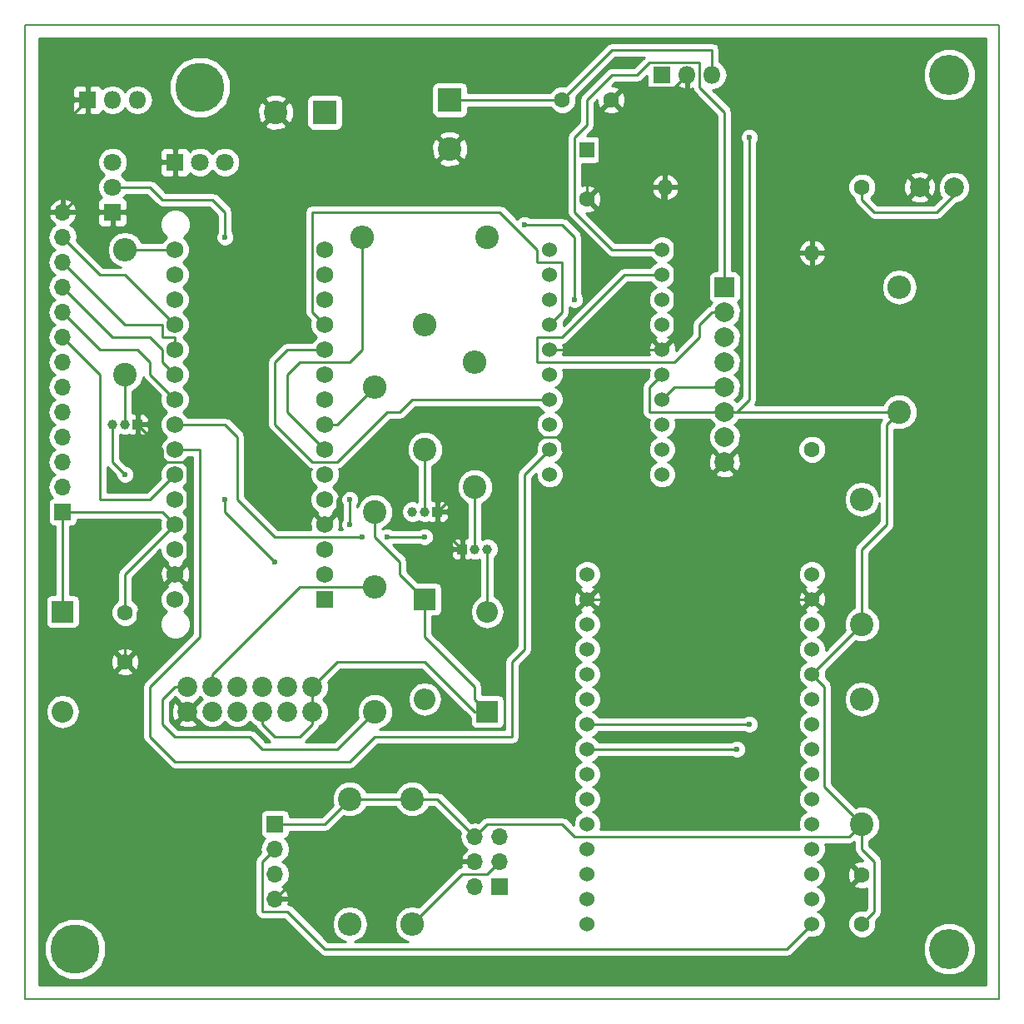
<source format=gbr>
%TF.GenerationSoftware,KiCad,Pcbnew,4.0.7*%
%TF.CreationDate,2018-09-08T06:02:45+02:00*%
%TF.ProjectId,BrauNxGen,427261754E7847656E2E6B696361645F,rev?*%
%TF.FileFunction,Copper,L2,Bot,Signal*%
%FSLAX46Y46*%
G04 Gerber Fmt 4.6, Leading zero omitted, Abs format (unit mm)*
G04 Created by KiCad (PCBNEW 4.0.7) date 09/08/18 06:02:45*
%MOMM*%
%LPD*%
G01*
G04 APERTURE LIST*
%ADD10C,0.100000*%
%ADD11C,0.150000*%
%ADD12C,1.727200*%
%ADD13R,1.727200X1.727200*%
%ADD14C,1.600000*%
%ADD15O,1.600000X1.600000*%
%ADD16R,2.400000X2.400000*%
%ADD17C,2.400000*%
%ADD18R,1.600000X1.600000*%
%ADD19R,2.200000X2.200000*%
%ADD20O,2.200000X2.200000*%
%ADD21C,1.998980*%
%ADD22R,2.000000X2.000000*%
%ADD23C,2.000000*%
%ADD24O,2.400000X2.400000*%
%ADD25C,1.524000*%
%ADD26C,2.020000*%
%ADD27R,1.000000X1.000000*%
%ADD28C,1.000000*%
%ADD29R,1.800000X1.800000*%
%ADD30O,1.800000X1.800000*%
%ADD31C,1.800000*%
%ADD32R,1.700000X1.700000*%
%ADD33O,1.700000X1.700000*%
%ADD34C,4.064000*%
%ADD35C,5.000000*%
%ADD36C,0.600000*%
%ADD37C,0.250000*%
%ADD38C,0.254000*%
G04 APERTURE END LIST*
D10*
D11*
X82550000Y-130810000D02*
X82550000Y-31750000D01*
X181610000Y-130810000D02*
X82550000Y-130810000D01*
X82550000Y-31750000D02*
X181610000Y-31750000D01*
X181610000Y-130810000D02*
X181610000Y-31750000D01*
D12*
X97790000Y-90170000D03*
X97790000Y-87630000D03*
X97790000Y-85090000D03*
X97790000Y-82550000D03*
X97790000Y-80010000D03*
X97790000Y-77470000D03*
X97790000Y-74930000D03*
X97790000Y-72390000D03*
X97790000Y-69850000D03*
X97790000Y-67310000D03*
X97790000Y-64770000D03*
X97790000Y-62230000D03*
X97790000Y-59690000D03*
X97790000Y-57150000D03*
X97790000Y-54610000D03*
X113030000Y-54610000D03*
X113030000Y-57150000D03*
X113030000Y-59690000D03*
X113030000Y-62230000D03*
X113030000Y-64770000D03*
X113030000Y-67310000D03*
X113030000Y-69850000D03*
X113030000Y-72390000D03*
X113030000Y-74930000D03*
X113030000Y-77470000D03*
X113030000Y-80010000D03*
X113030000Y-82550000D03*
X113030000Y-85090000D03*
X113030000Y-87630000D03*
D13*
X113030000Y-90170000D03*
D14*
X167640000Y-123190000D03*
X167640000Y-118190000D03*
X167640000Y-48260000D03*
D15*
X147640000Y-48260000D03*
D16*
X113030000Y-40640000D03*
D17*
X108030000Y-40640000D03*
D18*
X139700000Y-44450000D03*
D14*
X139700000Y-49450000D03*
D16*
X125730000Y-39370000D03*
D17*
X125730000Y-44370000D03*
D14*
X137160000Y-39370000D03*
X142160000Y-39370000D03*
X92710000Y-96520000D03*
X92710000Y-91520000D03*
D19*
X129540000Y-101600000D03*
D20*
X129540000Y-91440000D03*
D19*
X86360000Y-91440000D03*
D20*
X86360000Y-101600000D03*
D21*
X173509940Y-48260000D03*
X177010060Y-48260000D03*
D22*
X153670000Y-58420000D03*
D23*
X153670000Y-60960000D03*
X153670000Y-63500000D03*
X153670000Y-66040000D03*
X153670000Y-68580000D03*
X153670000Y-71120000D03*
X153670000Y-73660000D03*
X153670000Y-76200000D03*
D17*
X129540000Y-53340000D03*
D24*
X116840000Y-53340000D03*
D17*
X118110000Y-81280000D03*
D24*
X118110000Y-68580000D03*
D17*
X167640000Y-113030000D03*
D24*
X167640000Y-100330000D03*
D17*
X115570000Y-110490000D03*
D24*
X115570000Y-123190000D03*
D17*
X171450000Y-71120000D03*
D24*
X171450000Y-58420000D03*
D17*
X167640000Y-92710000D03*
D24*
X167640000Y-80010000D03*
D17*
X121920000Y-110490000D03*
D24*
X121920000Y-123190000D03*
D17*
X118110000Y-101600000D03*
D24*
X118110000Y-88900000D03*
D17*
X128270000Y-78740000D03*
D24*
X128270000Y-66040000D03*
D17*
X123190000Y-74930000D03*
D24*
X123190000Y-62230000D03*
D17*
X92710000Y-67310000D03*
D24*
X92710000Y-54610000D03*
D25*
X162560000Y-123190000D03*
X162560000Y-120650000D03*
X162560000Y-118110000D03*
X162560000Y-115570000D03*
X162560000Y-113030000D03*
X162560000Y-110490000D03*
X162560000Y-107950000D03*
X162560000Y-105410000D03*
X162560000Y-102870000D03*
X162560000Y-100330000D03*
X162560000Y-97790000D03*
X162560000Y-95250000D03*
X162560000Y-92710000D03*
X162560000Y-90170000D03*
X162560000Y-87630000D03*
X139700000Y-87630000D03*
X139700000Y-90170000D03*
X139700000Y-92710000D03*
X139700000Y-95250000D03*
X139700000Y-97790000D03*
X139700000Y-100330000D03*
X139700000Y-102870000D03*
X139700000Y-105410000D03*
X139700000Y-107950000D03*
X139700000Y-110490000D03*
X139700000Y-113030000D03*
X139700000Y-115570000D03*
X139700000Y-118110000D03*
X139700000Y-120650000D03*
X139700000Y-123190000D03*
X147320000Y-77470000D03*
X147320000Y-74930000D03*
X147320000Y-72390000D03*
X147320000Y-69850000D03*
X147320000Y-67310000D03*
X147320000Y-64770000D03*
X147320000Y-62230000D03*
X147320000Y-59690000D03*
X147320000Y-57150000D03*
X147320000Y-54610000D03*
X135890000Y-54610000D03*
X135890000Y-57150000D03*
X135890000Y-59690000D03*
X135890000Y-62230000D03*
X135890000Y-64770000D03*
X135890000Y-67310000D03*
X135890000Y-69850000D03*
X135890000Y-72390000D03*
X135890000Y-74930000D03*
X135890000Y-77470000D03*
D14*
X162560000Y-74930000D03*
D15*
X162560000Y-54930000D03*
D19*
X123190000Y-90170000D03*
D20*
X123190000Y-100330000D03*
D26*
X99060000Y-101600000D03*
X101600000Y-101600000D03*
X104140000Y-101600000D03*
X106680000Y-101600000D03*
X109220000Y-101600000D03*
X111760000Y-101600000D03*
X111760000Y-99060000D03*
X109220000Y-99060000D03*
X106680000Y-99060000D03*
X104140000Y-99060000D03*
X101600000Y-99060000D03*
X99060000Y-99060000D03*
D27*
X127000000Y-85090000D03*
D28*
X128270000Y-85090000D03*
X129540000Y-85090000D03*
D27*
X124460000Y-81280000D03*
D28*
X123190000Y-81280000D03*
X121920000Y-81280000D03*
D27*
X93980000Y-72390000D03*
D28*
X92710000Y-72390000D03*
X91440000Y-72390000D03*
D29*
X88900000Y-39370000D03*
D30*
X91440000Y-39370000D03*
X93980000Y-39370000D03*
D29*
X147320000Y-36830000D03*
D30*
X149860000Y-36830000D03*
X152400000Y-36830000D03*
D29*
X91440000Y-50800000D03*
D31*
X91440000Y-48260000D03*
X91440000Y-45720000D03*
D29*
X97790000Y-45720000D03*
D31*
X100330000Y-45720000D03*
X102870000Y-45720000D03*
D32*
X130810000Y-119380000D03*
D33*
X128270000Y-119380000D03*
X130810000Y-116840000D03*
X128270000Y-116840000D03*
X130810000Y-114300000D03*
X128270000Y-114300000D03*
D32*
X107950000Y-113030000D03*
D33*
X107950000Y-115570000D03*
X107950000Y-118110000D03*
X107950000Y-120650000D03*
D32*
X86360000Y-81280000D03*
D33*
X86360000Y-78740000D03*
X86360000Y-76200000D03*
X86360000Y-73660000D03*
X86360000Y-71120000D03*
X86360000Y-68580000D03*
X86360000Y-66040000D03*
X86360000Y-63500000D03*
X86360000Y-60960000D03*
X86360000Y-58420000D03*
X86360000Y-55880000D03*
X86360000Y-53340000D03*
X86360000Y-50800000D03*
D34*
X176530000Y-36830000D03*
X176530000Y-125730000D03*
D35*
X100330000Y-38100000D03*
X87630000Y-125730000D03*
D36*
X156210000Y-43180000D03*
X107950000Y-86360000D03*
X102870000Y-80010000D03*
X92710000Y-77470000D03*
X156210000Y-102870000D03*
X115570000Y-82550000D03*
X115570000Y-80010000D03*
X102870000Y-53340000D03*
X116840000Y-83820000D03*
X119380000Y-83820000D03*
X123190000Y-83820000D03*
X154940000Y-105410000D03*
X133350000Y-52070000D03*
X138430000Y-59690000D03*
D37*
X167640000Y-113030000D02*
X166370000Y-114300000D01*
X166370000Y-114300000D02*
X138430000Y-114300000D01*
X138430000Y-114300000D02*
X137160000Y-113030000D01*
X137160000Y-113030000D02*
X129540000Y-113030000D01*
X129540000Y-113030000D02*
X128270000Y-114300000D01*
X167640000Y-92710000D02*
X167640000Y-85090000D01*
X167640000Y-85090000D02*
X170180000Y-82550000D01*
X170180000Y-82550000D02*
X170180000Y-72390000D01*
X170180000Y-72390000D02*
X171450000Y-71120000D01*
X162560000Y-97790000D02*
X163830000Y-99060000D01*
X163830000Y-99060000D02*
X163830000Y-109220000D01*
X163830000Y-109220000D02*
X167640000Y-113030000D01*
X162560000Y-97790000D02*
X167640000Y-92710000D01*
X128270000Y-114300000D02*
X124460000Y-110490000D01*
X124460000Y-110490000D02*
X121920000Y-110490000D01*
X171450000Y-71120000D02*
X153670000Y-71120000D01*
X115570000Y-110490000D02*
X113030000Y-113030000D01*
X113030000Y-113030000D02*
X107950000Y-113030000D01*
X167640000Y-113030000D02*
X167640000Y-115570000D01*
X167640000Y-115570000D02*
X168910000Y-116840000D01*
X168910000Y-116840000D02*
X168910000Y-121920000D01*
X168910000Y-121920000D02*
X167640000Y-123190000D01*
X121920000Y-110490000D02*
X115570000Y-110490000D01*
X154940000Y-71120000D02*
X153670000Y-71120000D01*
X156210000Y-69850000D02*
X154940000Y-71120000D01*
X156210000Y-43180000D02*
X156210000Y-69850000D01*
X147320000Y-67310000D02*
X146050000Y-68580000D01*
X146050000Y-71120000D02*
X153670000Y-71120000D01*
X146050000Y-68580000D02*
X146050000Y-71120000D01*
X167640000Y-118110000D02*
X167640000Y-118190000D01*
X107950000Y-120650000D02*
X111760000Y-116840000D01*
X111760000Y-116840000D02*
X128270000Y-116840000D01*
X139700000Y-90170000D02*
X138430000Y-88900000D01*
X138430000Y-88900000D02*
X138430000Y-76200000D01*
X138430000Y-76200000D02*
X137160000Y-74930000D01*
X137160000Y-74930000D02*
X137160000Y-73660000D01*
X137160000Y-73660000D02*
X134620000Y-73660000D01*
X134620000Y-73660000D02*
X132080000Y-76200000D01*
X132080000Y-76200000D02*
X132080000Y-93980000D01*
X132080000Y-93980000D02*
X127000000Y-93980000D01*
X127000000Y-93980000D02*
X127000000Y-85090000D01*
X162560000Y-90170000D02*
X139700000Y-90170000D01*
X125730000Y-44370000D02*
X125730000Y-44450000D01*
X88900000Y-39370000D02*
X86360000Y-41910000D01*
X86360000Y-41910000D02*
X86360000Y-50800000D01*
X108030000Y-40640000D02*
X107950000Y-40640000D01*
X107950000Y-40640000D02*
X105410000Y-43180000D01*
X105410000Y-43180000D02*
X88900000Y-43180000D01*
X88900000Y-43180000D02*
X87630000Y-44450000D01*
X125730000Y-44450000D02*
X124460000Y-43180000D01*
X124460000Y-43180000D02*
X110490000Y-43180000D01*
X110490000Y-43180000D02*
X107950000Y-40640000D01*
X92710000Y-96520000D02*
X92710000Y-93980000D01*
X92710000Y-93980000D02*
X93980000Y-92710000D01*
X93980000Y-92710000D02*
X93980000Y-91440000D01*
X93980000Y-91440000D02*
X97790000Y-87630000D01*
X97790000Y-87630000D02*
X99060000Y-86360000D01*
X99060000Y-86360000D02*
X99060000Y-76200000D01*
X99060000Y-76200000D02*
X96520000Y-76200000D01*
X96520000Y-76200000D02*
X96520000Y-74930000D01*
X96520000Y-74930000D02*
X93980000Y-72390000D01*
X173509940Y-48260000D02*
X173990000Y-48260000D01*
X139700000Y-49450000D02*
X139700000Y-46990000D01*
X139700000Y-46990000D02*
X140970000Y-45720000D01*
X140970000Y-45720000D02*
X140970000Y-40640000D01*
X140970000Y-40640000D02*
X142240000Y-39370000D01*
X142240000Y-39370000D02*
X142160000Y-39370000D01*
X147640000Y-48260000D02*
X147320000Y-48260000D01*
X147320000Y-48260000D02*
X147320000Y-52070000D01*
X147320000Y-52070000D02*
X148590000Y-53340000D01*
X148590000Y-53340000D02*
X148590000Y-63500000D01*
X148590000Y-63500000D02*
X147320000Y-64770000D01*
X142240000Y-39370000D02*
X143510000Y-38100000D01*
X143510000Y-38100000D02*
X148590000Y-38100000D01*
X148590000Y-38100000D02*
X149860000Y-36830000D01*
X113030000Y-82550000D02*
X114300000Y-81280000D01*
X114300000Y-81280000D02*
X114300000Y-80010000D01*
X114300000Y-80010000D02*
X121920000Y-72390000D01*
X121920000Y-72390000D02*
X124460000Y-72390000D01*
X124460000Y-72390000D02*
X125730000Y-73660000D01*
X125730000Y-73660000D02*
X125730000Y-80010000D01*
X125730000Y-80010000D02*
X124460000Y-81280000D01*
X124460000Y-81280000D02*
X124460000Y-82550000D01*
X124460000Y-82550000D02*
X127000000Y-85090000D01*
X139700000Y-49450000D02*
X139700000Y-49530000D01*
X139700000Y-49530000D02*
X140970000Y-48260000D01*
X140970000Y-48260000D02*
X147640000Y-48260000D01*
X147320000Y-64770000D02*
X135890000Y-64770000D01*
X87630000Y-44450000D02*
X87630000Y-49530000D01*
X87630000Y-49530000D02*
X86360000Y-50800000D01*
X177010060Y-48260000D02*
X177010060Y-49049940D01*
X177010060Y-49049940D02*
X175260000Y-50800000D01*
X167640000Y-49530000D02*
X167640000Y-48260000D01*
X168910000Y-50800000D02*
X167640000Y-49530000D01*
X175260000Y-50800000D02*
X168910000Y-50800000D01*
X176530000Y-48260000D02*
X177010060Y-48260000D01*
X129540000Y-85090000D02*
X129540000Y-91440000D01*
X107950000Y-86360000D02*
X102870000Y-81280000D01*
X102870000Y-81280000D02*
X102870000Y-80010000D01*
X92710000Y-77470000D02*
X91440000Y-76200000D01*
X91440000Y-76200000D02*
X91440000Y-72390000D01*
X156210000Y-102870000D02*
X139700000Y-102870000D01*
X130810000Y-116840000D02*
X129540000Y-118110000D01*
X129540000Y-118110000D02*
X127000000Y-118110000D01*
X127000000Y-118110000D02*
X121920000Y-123190000D01*
X153670000Y-58420000D02*
X153670000Y-40640000D01*
X153670000Y-40640000D02*
X151130000Y-38100000D01*
X151130000Y-38100000D02*
X151130000Y-35560000D01*
X151130000Y-35560000D02*
X146050000Y-35560000D01*
X146050000Y-35560000D02*
X144780000Y-36830000D01*
X144780000Y-36830000D02*
X142240000Y-36830000D01*
X142240000Y-36830000D02*
X139700000Y-39370000D01*
X139700000Y-39370000D02*
X139700000Y-41910000D01*
X139700000Y-41910000D02*
X138430000Y-43180000D01*
X138430000Y-43180000D02*
X138430000Y-50800000D01*
X138430000Y-50800000D02*
X142240000Y-54610000D01*
X142240000Y-54610000D02*
X147320000Y-54610000D01*
X153670000Y-60960000D02*
X152400000Y-60960000D01*
X152400000Y-60960000D02*
X151130000Y-62230000D01*
X151130000Y-62230000D02*
X151130000Y-63500000D01*
X151130000Y-63500000D02*
X148590000Y-66040000D01*
X148590000Y-66040000D02*
X134620000Y-66040000D01*
X134620000Y-66040000D02*
X134620000Y-63500000D01*
X134620000Y-63500000D02*
X137160000Y-63500000D01*
X137160000Y-63500000D02*
X143510000Y-57150000D01*
X143510000Y-57150000D02*
X147320000Y-57150000D01*
X147320000Y-69850000D02*
X148590000Y-68580000D01*
X148590000Y-68580000D02*
X153670000Y-68580000D01*
X101600000Y-99060000D02*
X101600000Y-97790000D01*
X101600000Y-97790000D02*
X110490000Y-88900000D01*
X110490000Y-88900000D02*
X118110000Y-88900000D01*
X115570000Y-80010000D02*
X115570000Y-82550000D01*
X118110000Y-101600000D02*
X114300000Y-105410000D01*
X97790000Y-99060000D02*
X99060000Y-99060000D01*
X96520000Y-100330000D02*
X97790000Y-99060000D01*
X96520000Y-102870000D02*
X96520000Y-100330000D01*
X97790000Y-104140000D02*
X96520000Y-102870000D01*
X105410000Y-104140000D02*
X97790000Y-104140000D01*
X106680000Y-105410000D02*
X105410000Y-104140000D01*
X114300000Y-105410000D02*
X106680000Y-105410000D01*
X162560000Y-123190000D02*
X160020000Y-125730000D01*
X160020000Y-125730000D02*
X113030000Y-125730000D01*
X113030000Y-125730000D02*
X109220000Y-121920000D01*
X109220000Y-121920000D02*
X106680000Y-121920000D01*
X106680000Y-121920000D02*
X106680000Y-116840000D01*
X106680000Y-116840000D02*
X107950000Y-115570000D01*
X97790000Y-62230000D02*
X92710000Y-57150000D01*
X92710000Y-57150000D02*
X90170000Y-57150000D01*
X90170000Y-57150000D02*
X86360000Y-53340000D01*
X86360000Y-55880000D02*
X92710000Y-62230000D01*
X92710000Y-62230000D02*
X96520000Y-62230000D01*
X96520000Y-62230000D02*
X96520000Y-63500000D01*
X96520000Y-63500000D02*
X97790000Y-63500000D01*
X97790000Y-63500000D02*
X97790000Y-64770000D01*
X86360000Y-58420000D02*
X91440000Y-63500000D01*
X91440000Y-63500000D02*
X95250000Y-63500000D01*
X95250000Y-63500000D02*
X96520000Y-64770000D01*
X96520000Y-64770000D02*
X96520000Y-66040000D01*
X96520000Y-66040000D02*
X97790000Y-67310000D01*
X97790000Y-77470000D02*
X95250000Y-80010000D01*
X95250000Y-80010000D02*
X90170000Y-80010000D01*
X90170000Y-80010000D02*
X90170000Y-67310000D01*
X90170000Y-67310000D02*
X86360000Y-63500000D01*
X86360000Y-60960000D02*
X90170000Y-64770000D01*
X90170000Y-64770000D02*
X93980000Y-64770000D01*
X93980000Y-64770000D02*
X95250000Y-66040000D01*
X95250000Y-66040000D02*
X95250000Y-67310000D01*
X95250000Y-67310000D02*
X97790000Y-69850000D01*
X128270000Y-85090000D02*
X128270000Y-78740000D01*
X123190000Y-81280000D02*
X123190000Y-74930000D01*
X92710000Y-67310000D02*
X92710000Y-72390000D01*
X95250000Y-48260000D02*
X91440000Y-48260000D01*
X96520000Y-49530000D02*
X95250000Y-48260000D01*
X101600000Y-49530000D02*
X96520000Y-49530000D01*
X102870000Y-50800000D02*
X101600000Y-49530000D01*
X102870000Y-53340000D02*
X102870000Y-50800000D01*
X116840000Y-53340000D02*
X116840000Y-64770000D01*
X109220000Y-71120000D02*
X113030000Y-74930000D01*
X109220000Y-67310000D02*
X109220000Y-71120000D01*
X110490000Y-66040000D02*
X109220000Y-67310000D01*
X115570000Y-66040000D02*
X110490000Y-66040000D01*
X116840000Y-64770000D02*
X115570000Y-66040000D01*
X118110000Y-68580000D02*
X114300000Y-72390000D01*
X114300000Y-72390000D02*
X113030000Y-72390000D01*
X92710000Y-54610000D02*
X97790000Y-54610000D01*
X113030000Y-62230000D02*
X111760000Y-60960000D01*
X111760000Y-60960000D02*
X111760000Y-50800000D01*
X111760000Y-50800000D02*
X130810000Y-50800000D01*
X130810000Y-50800000D02*
X134620000Y-54610000D01*
X134620000Y-54610000D02*
X134620000Y-55880000D01*
X134620000Y-55880000D02*
X137160000Y-55880000D01*
X137160000Y-55880000D02*
X137160000Y-60960000D01*
X137160000Y-60960000D02*
X135890000Y-62230000D01*
X113030000Y-64770000D02*
X109220000Y-64770000D01*
X109220000Y-64770000D02*
X107950000Y-66040000D01*
X107950000Y-66040000D02*
X107950000Y-72390000D01*
X107950000Y-72390000D02*
X111760000Y-76200000D01*
X111760000Y-76200000D02*
X114300000Y-76200000D01*
X114300000Y-76200000D02*
X119380000Y-71120000D01*
X119380000Y-71120000D02*
X120650000Y-71120000D01*
X120650000Y-71120000D02*
X121920000Y-69850000D01*
X121920000Y-69850000D02*
X135890000Y-69850000D01*
X97790000Y-74930000D02*
X100330000Y-74930000D01*
X100330000Y-74930000D02*
X100330000Y-93980000D01*
X100330000Y-93980000D02*
X95250000Y-99060000D01*
X95250000Y-99060000D02*
X95250000Y-104140000D01*
X95250000Y-104140000D02*
X97790000Y-106680000D01*
X97790000Y-106680000D02*
X115570000Y-106680000D01*
X115570000Y-106680000D02*
X118110000Y-104140000D01*
X118110000Y-104140000D02*
X132080000Y-104140000D01*
X132080000Y-104140000D02*
X132080000Y-96520000D01*
X132080000Y-96520000D02*
X133350000Y-95250000D01*
X133350000Y-95250000D02*
X133350000Y-77470000D01*
X133350000Y-77470000D02*
X135890000Y-74930000D01*
X102870000Y-72390000D02*
X97790000Y-72390000D01*
X104140000Y-73660000D02*
X102870000Y-72390000D01*
X104140000Y-80010000D02*
X104140000Y-73660000D01*
X107950000Y-83820000D02*
X104140000Y-80010000D01*
X116840000Y-83820000D02*
X107950000Y-83820000D01*
X123190000Y-83820000D02*
X119380000Y-83820000D01*
X154940000Y-105410000D02*
X139700000Y-105410000D01*
X133350000Y-52070000D02*
X137160000Y-52070000D01*
X137160000Y-52070000D02*
X138430000Y-53340000D01*
X138430000Y-53340000D02*
X138430000Y-59690000D01*
X129540000Y-101600000D02*
X128270000Y-100330000D01*
X128270000Y-100330000D02*
X128270000Y-99060000D01*
X128270000Y-99060000D02*
X123190000Y-93980000D01*
X123190000Y-93980000D02*
X123190000Y-90170000D01*
X123190000Y-90170000D02*
X120650000Y-87630000D01*
X120650000Y-87630000D02*
X120650000Y-86360000D01*
X120650000Y-86360000D02*
X118110000Y-83820000D01*
X118110000Y-83820000D02*
X118110000Y-81280000D01*
X86360000Y-81280000D02*
X86360000Y-91440000D01*
X97790000Y-82550000D02*
X92710000Y-87630000D01*
X123190000Y-96520000D02*
X128270000Y-101600000D01*
X128270000Y-101600000D02*
X129540000Y-101600000D01*
X137160000Y-39370000D02*
X142240000Y-34290000D01*
X142240000Y-34290000D02*
X152400000Y-34290000D01*
X152400000Y-34290000D02*
X152400000Y-36830000D01*
X111760000Y-99060000D02*
X114300000Y-96520000D01*
X114300000Y-96520000D02*
X123190000Y-96520000D01*
X97790000Y-82550000D02*
X96520000Y-81280000D01*
X96520000Y-81280000D02*
X86360000Y-81280000D01*
X125730000Y-39370000D02*
X137160000Y-39370000D01*
X106680000Y-101600000D02*
X106680000Y-102870000D01*
X106680000Y-102870000D02*
X107950000Y-104140000D01*
X107950000Y-104140000D02*
X110490000Y-104140000D01*
X110490000Y-104140000D02*
X111760000Y-102870000D01*
X111760000Y-102870000D02*
X111760000Y-101600000D01*
X92710000Y-87630000D02*
X92710000Y-91520000D01*
X111760000Y-101600000D02*
X111760000Y-99060000D01*
D38*
G36*
X180213000Y-129413000D02*
X83947000Y-129413000D01*
X83947000Y-126350854D01*
X84494457Y-126350854D01*
X84970727Y-127503515D01*
X85851847Y-128386174D01*
X87003674Y-128864454D01*
X88250854Y-128865543D01*
X89403515Y-128389273D01*
X90286174Y-127508153D01*
X90764454Y-126356326D01*
X90765543Y-125109146D01*
X90289273Y-123956485D01*
X89408153Y-123073826D01*
X88256326Y-122595546D01*
X87009146Y-122594457D01*
X85856485Y-123070727D01*
X84973826Y-123951847D01*
X84495546Y-125103674D01*
X84494457Y-126350854D01*
X83947000Y-126350854D01*
X83947000Y-101566009D01*
X84625000Y-101566009D01*
X84625000Y-101633991D01*
X84757069Y-102297947D01*
X85133170Y-102860821D01*
X85696044Y-103236922D01*
X86360000Y-103368991D01*
X87023956Y-103236922D01*
X87586830Y-102860821D01*
X87962931Y-102297947D01*
X88095000Y-101633991D01*
X88095000Y-101566009D01*
X87962931Y-100902053D01*
X87586830Y-100339179D01*
X87023956Y-99963078D01*
X86360000Y-99831009D01*
X85696044Y-99963078D01*
X85133170Y-100339179D01*
X84757069Y-100902053D01*
X84625000Y-101566009D01*
X83947000Y-101566009D01*
X83947000Y-97527745D01*
X91881861Y-97527745D01*
X91955995Y-97773864D01*
X92493223Y-97966965D01*
X93063454Y-97939778D01*
X93464005Y-97773864D01*
X93538139Y-97527745D01*
X92710000Y-96699605D01*
X91881861Y-97527745D01*
X83947000Y-97527745D01*
X83947000Y-96303223D01*
X91263035Y-96303223D01*
X91290222Y-96873454D01*
X91456136Y-97274005D01*
X91702255Y-97348139D01*
X92530395Y-96520000D01*
X92889605Y-96520000D01*
X93717745Y-97348139D01*
X93963864Y-97274005D01*
X94156965Y-96736777D01*
X94129778Y-96166546D01*
X93963864Y-95765995D01*
X93717745Y-95691861D01*
X92889605Y-96520000D01*
X92530395Y-96520000D01*
X91702255Y-95691861D01*
X91456136Y-95765995D01*
X91263035Y-96303223D01*
X83947000Y-96303223D01*
X83947000Y-95512255D01*
X91881861Y-95512255D01*
X92710000Y-96340395D01*
X93538139Y-95512255D01*
X93464005Y-95266136D01*
X92926777Y-95073035D01*
X92356546Y-95100222D01*
X91955995Y-95266136D01*
X91881861Y-95512255D01*
X83947000Y-95512255D01*
X83947000Y-90340000D01*
X84612560Y-90340000D01*
X84612560Y-92540000D01*
X84656838Y-92775317D01*
X84795910Y-92991441D01*
X85008110Y-93136431D01*
X85260000Y-93187440D01*
X87460000Y-93187440D01*
X87695317Y-93143162D01*
X87888360Y-93018942D01*
X96229730Y-93018942D01*
X96466725Y-93592514D01*
X96905177Y-94031732D01*
X97478336Y-94269728D01*
X98098942Y-94270270D01*
X98672514Y-94033275D01*
X99111732Y-93594823D01*
X99349728Y-93021664D01*
X99350270Y-92401058D01*
X99113275Y-91827486D01*
X98682796Y-91396255D01*
X99059710Y-91019997D01*
X99288339Y-90469398D01*
X99288859Y-89873218D01*
X99061192Y-89322220D01*
X98639997Y-88900290D01*
X98599463Y-88883459D01*
X98664200Y-88683805D01*
X97790000Y-87809605D01*
X96915800Y-88683805D01*
X96980399Y-88883033D01*
X96942220Y-88898808D01*
X96520290Y-89320003D01*
X96291661Y-89870602D01*
X96291141Y-90466782D01*
X96518808Y-91017780D01*
X96897280Y-91396913D01*
X96468268Y-91825177D01*
X96230272Y-92398336D01*
X96229730Y-93018942D01*
X87888360Y-93018942D01*
X87911441Y-93004090D01*
X88056431Y-92791890D01*
X88107440Y-92540000D01*
X88107440Y-90340000D01*
X88063162Y-90104683D01*
X87924090Y-89888559D01*
X87711890Y-89743569D01*
X87460000Y-89692560D01*
X87120000Y-89692560D01*
X87120000Y-82777440D01*
X87210000Y-82777440D01*
X87445317Y-82733162D01*
X87661441Y-82594090D01*
X87806431Y-82381890D01*
X87857440Y-82130000D01*
X87857440Y-82040000D01*
X96205198Y-82040000D01*
X96328084Y-82162886D01*
X96291661Y-82250602D01*
X96291141Y-82846782D01*
X96328354Y-82936844D01*
X92172599Y-87092599D01*
X92007852Y-87339161D01*
X91950000Y-87630000D01*
X91950000Y-90281354D01*
X91898200Y-90302757D01*
X91494176Y-90706077D01*
X91275250Y-91233309D01*
X91274752Y-91804187D01*
X91492757Y-92331800D01*
X91896077Y-92735824D01*
X92423309Y-92954750D01*
X92994187Y-92955248D01*
X93521800Y-92737243D01*
X93925824Y-92333923D01*
X94144750Y-91806691D01*
X94145248Y-91235813D01*
X93927243Y-90708200D01*
X93523923Y-90304176D01*
X93470000Y-90281785D01*
X93470000Y-87944802D01*
X94016772Y-87398030D01*
X96279752Y-87398030D01*
X96305942Y-87993635D01*
X96483484Y-88422259D01*
X96736195Y-88504200D01*
X97610395Y-87630000D01*
X97969605Y-87630000D01*
X98843805Y-88504200D01*
X99096516Y-88422259D01*
X99300248Y-87861970D01*
X99274058Y-87266365D01*
X99096516Y-86837741D01*
X98843805Y-86755800D01*
X97969605Y-87630000D01*
X97610395Y-87630000D01*
X96736195Y-86755800D01*
X96483484Y-86837741D01*
X96279752Y-87398030D01*
X94016772Y-87398030D01*
X96291371Y-85123431D01*
X96291141Y-85386782D01*
X96518808Y-85937780D01*
X96940003Y-86359710D01*
X96980537Y-86376541D01*
X96915800Y-86576195D01*
X97790000Y-87450395D01*
X98664200Y-86576195D01*
X98599601Y-86376967D01*
X98637780Y-86361192D01*
X99059710Y-85939997D01*
X99288339Y-85389398D01*
X99288859Y-84793218D01*
X99061192Y-84242220D01*
X98639997Y-83820290D01*
X98639069Y-83819905D01*
X99059710Y-83399997D01*
X99288339Y-82849398D01*
X99288859Y-82253218D01*
X99061192Y-81702220D01*
X98639997Y-81280290D01*
X98639069Y-81279905D01*
X99059710Y-80859997D01*
X99288339Y-80309398D01*
X99288859Y-79713218D01*
X99061192Y-79162220D01*
X98639997Y-78740290D01*
X98639069Y-78739905D01*
X99059710Y-78319997D01*
X99288339Y-77769398D01*
X99288859Y-77173218D01*
X99061192Y-76622220D01*
X98639997Y-76200290D01*
X98639069Y-76199905D01*
X99059710Y-75779997D01*
X99097080Y-75690000D01*
X99570000Y-75690000D01*
X99570000Y-93665198D01*
X94712599Y-98522599D01*
X94547852Y-98769161D01*
X94490000Y-99060000D01*
X94490000Y-104140000D01*
X94547852Y-104430839D01*
X94712599Y-104677401D01*
X97252599Y-107217401D01*
X97499160Y-107382148D01*
X97547414Y-107391746D01*
X97790000Y-107440000D01*
X115570000Y-107440000D01*
X115860839Y-107382148D01*
X116107401Y-107217401D01*
X118424802Y-104900000D01*
X132080000Y-104900000D01*
X132370839Y-104842148D01*
X132617401Y-104677401D01*
X132782148Y-104430839D01*
X132840000Y-104140000D01*
X132840000Y-96834802D01*
X133887401Y-95787401D01*
X134052148Y-95540840D01*
X134110000Y-95250000D01*
X134110000Y-89962302D01*
X138290856Y-89962302D01*
X138318638Y-90517368D01*
X138477603Y-90901143D01*
X138719787Y-90970608D01*
X139520395Y-90170000D01*
X139879605Y-90170000D01*
X140680213Y-90970608D01*
X140922397Y-90901143D01*
X141109144Y-90377698D01*
X141088353Y-89962302D01*
X161150856Y-89962302D01*
X161178638Y-90517368D01*
X161337603Y-90901143D01*
X161579787Y-90970608D01*
X162380395Y-90170000D01*
X162739605Y-90170000D01*
X163540213Y-90970608D01*
X163782397Y-90901143D01*
X163969144Y-90377698D01*
X163941362Y-89822632D01*
X163782397Y-89438857D01*
X163540213Y-89369392D01*
X162739605Y-90170000D01*
X162380395Y-90170000D01*
X161579787Y-89369392D01*
X161337603Y-89438857D01*
X161150856Y-89962302D01*
X141088353Y-89962302D01*
X141081362Y-89822632D01*
X140922397Y-89438857D01*
X140680213Y-89369392D01*
X139879605Y-90170000D01*
X139520395Y-90170000D01*
X138719787Y-89369392D01*
X138477603Y-89438857D01*
X138290856Y-89962302D01*
X134110000Y-89962302D01*
X134110000Y-87906661D01*
X138302758Y-87906661D01*
X138514990Y-88420303D01*
X138907630Y-88813629D01*
X139099727Y-88893395D01*
X138968857Y-88947603D01*
X138899392Y-89189787D01*
X139700000Y-89990395D01*
X140500608Y-89189787D01*
X140431143Y-88947603D01*
X140290682Y-88897491D01*
X140490303Y-88815010D01*
X140883629Y-88422370D01*
X141096757Y-87909100D01*
X141096759Y-87906661D01*
X161162758Y-87906661D01*
X161374990Y-88420303D01*
X161767630Y-88813629D01*
X161959727Y-88893395D01*
X161828857Y-88947603D01*
X161759392Y-89189787D01*
X162560000Y-89990395D01*
X163360608Y-89189787D01*
X163291143Y-88947603D01*
X163150682Y-88897491D01*
X163350303Y-88815010D01*
X163743629Y-88422370D01*
X163956757Y-87909100D01*
X163957242Y-87353339D01*
X163745010Y-86839697D01*
X163352370Y-86446371D01*
X162839100Y-86233243D01*
X162283339Y-86232758D01*
X161769697Y-86444990D01*
X161376371Y-86837630D01*
X161163243Y-87350900D01*
X161162758Y-87906661D01*
X141096759Y-87906661D01*
X141097242Y-87353339D01*
X140885010Y-86839697D01*
X140492370Y-86446371D01*
X139979100Y-86233243D01*
X139423339Y-86232758D01*
X138909697Y-86444990D01*
X138516371Y-86837630D01*
X138303243Y-87350900D01*
X138302758Y-87906661D01*
X134110000Y-87906661D01*
X134110000Y-77784802D01*
X134493059Y-77401743D01*
X134492758Y-77746661D01*
X134704990Y-78260303D01*
X135097630Y-78653629D01*
X135610900Y-78866757D01*
X136166661Y-78867242D01*
X136680303Y-78655010D01*
X137073629Y-78262370D01*
X137286757Y-77749100D01*
X137287242Y-77193339D01*
X137075010Y-76679697D01*
X136682370Y-76286371D01*
X136474488Y-76200051D01*
X136680303Y-76115010D01*
X137073629Y-75722370D01*
X137286757Y-75209100D01*
X137287242Y-74653339D01*
X137075010Y-74139697D01*
X136682370Y-73746371D01*
X136474488Y-73660051D01*
X136680303Y-73575010D01*
X137073629Y-73182370D01*
X137286757Y-72669100D01*
X137287242Y-72113339D01*
X137075010Y-71599697D01*
X136682370Y-71206371D01*
X136474488Y-71120051D01*
X136680303Y-71035010D01*
X137073629Y-70642370D01*
X137286757Y-70129100D01*
X137287242Y-69573339D01*
X137075010Y-69059697D01*
X136682370Y-68666371D01*
X136474488Y-68580051D01*
X136680303Y-68495010D01*
X137073629Y-68102370D01*
X137286757Y-67589100D01*
X137287242Y-67033339D01*
X137190829Y-66800000D01*
X146019121Y-66800000D01*
X145923243Y-67030900D01*
X145922758Y-67586661D01*
X145936143Y-67619055D01*
X145512599Y-68042599D01*
X145347852Y-68289161D01*
X145290000Y-68580000D01*
X145290000Y-71120000D01*
X145347852Y-71410839D01*
X145512599Y-71657401D01*
X145759161Y-71822148D01*
X146021477Y-71874326D01*
X145923243Y-72110900D01*
X145922758Y-72666661D01*
X146134990Y-73180303D01*
X146527630Y-73573629D01*
X146735512Y-73659949D01*
X146529697Y-73744990D01*
X146136371Y-74137630D01*
X145923243Y-74650900D01*
X145922758Y-75206661D01*
X146134990Y-75720303D01*
X146527630Y-76113629D01*
X146735512Y-76199949D01*
X146529697Y-76284990D01*
X146136371Y-76677630D01*
X145923243Y-77190900D01*
X145922758Y-77746661D01*
X146134990Y-78260303D01*
X146527630Y-78653629D01*
X147040900Y-78866757D01*
X147596661Y-78867242D01*
X148110303Y-78655010D01*
X148503629Y-78262370D01*
X148716757Y-77749100D01*
X148717103Y-77352532D01*
X152697073Y-77352532D01*
X152795736Y-77619387D01*
X153405461Y-77845908D01*
X154055460Y-77821856D01*
X154544264Y-77619387D01*
X154642927Y-77352532D01*
X153670000Y-76379605D01*
X152697073Y-77352532D01*
X148717103Y-77352532D01*
X148717242Y-77193339D01*
X148505010Y-76679697D01*
X148112370Y-76286371D01*
X147904488Y-76200051D01*
X148110303Y-76115010D01*
X148290165Y-75935461D01*
X152024092Y-75935461D01*
X152048144Y-76585460D01*
X152250613Y-77074264D01*
X152517468Y-77172927D01*
X153490395Y-76200000D01*
X153849605Y-76200000D01*
X154822532Y-77172927D01*
X155089387Y-77074264D01*
X155315908Y-76464539D01*
X155291856Y-75814540D01*
X155089387Y-75325736D01*
X154822532Y-75227073D01*
X153849605Y-76200000D01*
X153490395Y-76200000D01*
X152517468Y-75227073D01*
X152250613Y-75325736D01*
X152024092Y-75935461D01*
X148290165Y-75935461D01*
X148503629Y-75722370D01*
X148716757Y-75209100D01*
X148717242Y-74653339D01*
X148505010Y-74139697D01*
X148112370Y-73746371D01*
X147904488Y-73660051D01*
X148110303Y-73575010D01*
X148503629Y-73182370D01*
X148716757Y-72669100D01*
X148717242Y-72113339D01*
X148620829Y-71880000D01*
X152214953Y-71880000D01*
X152283106Y-72044943D01*
X152627759Y-72390199D01*
X152284722Y-72732637D01*
X152035284Y-73333352D01*
X152034716Y-73983795D01*
X152283106Y-74584943D01*
X152709978Y-75012562D01*
X152697073Y-75047468D01*
X153670000Y-76020395D01*
X154476208Y-75214187D01*
X161124752Y-75214187D01*
X161342757Y-75741800D01*
X161746077Y-76145824D01*
X162273309Y-76364750D01*
X162844187Y-76365248D01*
X163371800Y-76147243D01*
X163775824Y-75743923D01*
X163994750Y-75216691D01*
X163995248Y-74645813D01*
X163777243Y-74118200D01*
X163373923Y-73714176D01*
X162846691Y-73495250D01*
X162275813Y-73494752D01*
X161748200Y-73712757D01*
X161344176Y-74116077D01*
X161125250Y-74643309D01*
X161124752Y-75214187D01*
X154476208Y-75214187D01*
X154642927Y-75047468D01*
X154629836Y-75012062D01*
X155055278Y-74587363D01*
X155304716Y-73986648D01*
X155305284Y-73336205D01*
X155056894Y-72735057D01*
X154712241Y-72389801D01*
X155055278Y-72047363D01*
X155124773Y-71880000D01*
X169624290Y-71880000D01*
X169477852Y-72099161D01*
X169420000Y-72390000D01*
X169420000Y-79697546D01*
X169335319Y-79271826D01*
X168937541Y-78676509D01*
X168342224Y-78278731D01*
X167640000Y-78139050D01*
X166937776Y-78278731D01*
X166342459Y-78676509D01*
X165944681Y-79271826D01*
X165805000Y-79974050D01*
X165805000Y-80045950D01*
X165944681Y-80748174D01*
X166342459Y-81343491D01*
X166937776Y-81741269D01*
X167640000Y-81880950D01*
X168342224Y-81741269D01*
X168937541Y-81343491D01*
X169335319Y-80748174D01*
X169420000Y-80322454D01*
X169420000Y-82235198D01*
X167102599Y-84552599D01*
X166937852Y-84799161D01*
X166880000Y-85090000D01*
X166880000Y-91038552D01*
X166601914Y-91153455D01*
X166085270Y-91669199D01*
X165805319Y-92343395D01*
X165804682Y-93073403D01*
X165920791Y-93354407D01*
X163956941Y-95318257D01*
X163957242Y-94973339D01*
X163745010Y-94459697D01*
X163352370Y-94066371D01*
X163144488Y-93980051D01*
X163350303Y-93895010D01*
X163743629Y-93502370D01*
X163956757Y-92989100D01*
X163957242Y-92433339D01*
X163745010Y-91919697D01*
X163352370Y-91526371D01*
X163160273Y-91446605D01*
X163291143Y-91392397D01*
X163360608Y-91150213D01*
X162560000Y-90349605D01*
X161759392Y-91150213D01*
X161828857Y-91392397D01*
X161969318Y-91442509D01*
X161769697Y-91524990D01*
X161376371Y-91917630D01*
X161163243Y-92430900D01*
X161162758Y-92986661D01*
X161374990Y-93500303D01*
X161767630Y-93893629D01*
X161975512Y-93979949D01*
X161769697Y-94064990D01*
X161376371Y-94457630D01*
X161163243Y-94970900D01*
X161162758Y-95526661D01*
X161374990Y-96040303D01*
X161767630Y-96433629D01*
X161975512Y-96519949D01*
X161769697Y-96604990D01*
X161376371Y-96997630D01*
X161163243Y-97510900D01*
X161162758Y-98066661D01*
X161374990Y-98580303D01*
X161767630Y-98973629D01*
X161975512Y-99059949D01*
X161769697Y-99144990D01*
X161376371Y-99537630D01*
X161163243Y-100050900D01*
X161162758Y-100606661D01*
X161374990Y-101120303D01*
X161767630Y-101513629D01*
X161975512Y-101599949D01*
X161769697Y-101684990D01*
X161376371Y-102077630D01*
X161163243Y-102590900D01*
X161162758Y-103146661D01*
X161374990Y-103660303D01*
X161767630Y-104053629D01*
X161975512Y-104139949D01*
X161769697Y-104224990D01*
X161376371Y-104617630D01*
X161163243Y-105130900D01*
X161162758Y-105686661D01*
X161374990Y-106200303D01*
X161767630Y-106593629D01*
X161975512Y-106679949D01*
X161769697Y-106764990D01*
X161376371Y-107157630D01*
X161163243Y-107670900D01*
X161162758Y-108226661D01*
X161374990Y-108740303D01*
X161767630Y-109133629D01*
X161975512Y-109219949D01*
X161769697Y-109304990D01*
X161376371Y-109697630D01*
X161163243Y-110210900D01*
X161162758Y-110766661D01*
X161374990Y-111280303D01*
X161767630Y-111673629D01*
X161975512Y-111759949D01*
X161769697Y-111844990D01*
X161376371Y-112237630D01*
X161163243Y-112750900D01*
X161162758Y-113306661D01*
X161259171Y-113540000D01*
X141000879Y-113540000D01*
X141096757Y-113309100D01*
X141097242Y-112753339D01*
X140885010Y-112239697D01*
X140492370Y-111846371D01*
X140284488Y-111760051D01*
X140490303Y-111675010D01*
X140883629Y-111282370D01*
X141096757Y-110769100D01*
X141097242Y-110213339D01*
X140885010Y-109699697D01*
X140492370Y-109306371D01*
X140284488Y-109220051D01*
X140490303Y-109135010D01*
X140883629Y-108742370D01*
X141096757Y-108229100D01*
X141097242Y-107673339D01*
X140885010Y-107159697D01*
X140492370Y-106766371D01*
X140284488Y-106680051D01*
X140490303Y-106595010D01*
X140883629Y-106202370D01*
X140897070Y-106170000D01*
X154377537Y-106170000D01*
X154409673Y-106202192D01*
X154753201Y-106344838D01*
X155125167Y-106345162D01*
X155468943Y-106203117D01*
X155732192Y-105940327D01*
X155874838Y-105596799D01*
X155875162Y-105224833D01*
X155733117Y-104881057D01*
X155470327Y-104617808D01*
X155126799Y-104475162D01*
X154754833Y-104474838D01*
X154411057Y-104616883D01*
X154377882Y-104650000D01*
X140897531Y-104650000D01*
X140885010Y-104619697D01*
X140492370Y-104226371D01*
X140284488Y-104140051D01*
X140490303Y-104055010D01*
X140883629Y-103662370D01*
X140897070Y-103630000D01*
X155647537Y-103630000D01*
X155679673Y-103662192D01*
X156023201Y-103804838D01*
X156395167Y-103805162D01*
X156738943Y-103663117D01*
X157002192Y-103400327D01*
X157144838Y-103056799D01*
X157145162Y-102684833D01*
X157003117Y-102341057D01*
X156740327Y-102077808D01*
X156396799Y-101935162D01*
X156024833Y-101934838D01*
X155681057Y-102076883D01*
X155647882Y-102110000D01*
X140897531Y-102110000D01*
X140885010Y-102079697D01*
X140492370Y-101686371D01*
X140284488Y-101600051D01*
X140490303Y-101515010D01*
X140883629Y-101122370D01*
X141096757Y-100609100D01*
X141097242Y-100053339D01*
X140885010Y-99539697D01*
X140492370Y-99146371D01*
X140284488Y-99060051D01*
X140490303Y-98975010D01*
X140883629Y-98582370D01*
X141096757Y-98069100D01*
X141097242Y-97513339D01*
X140885010Y-96999697D01*
X140492370Y-96606371D01*
X140284488Y-96520051D01*
X140490303Y-96435010D01*
X140883629Y-96042370D01*
X141096757Y-95529100D01*
X141097242Y-94973339D01*
X140885010Y-94459697D01*
X140492370Y-94066371D01*
X140284488Y-93980051D01*
X140490303Y-93895010D01*
X140883629Y-93502370D01*
X141096757Y-92989100D01*
X141097242Y-92433339D01*
X140885010Y-91919697D01*
X140492370Y-91526371D01*
X140300273Y-91446605D01*
X140431143Y-91392397D01*
X140500608Y-91150213D01*
X139700000Y-90349605D01*
X138899392Y-91150213D01*
X138968857Y-91392397D01*
X139109318Y-91442509D01*
X138909697Y-91524990D01*
X138516371Y-91917630D01*
X138303243Y-92430900D01*
X138302758Y-92986661D01*
X138514990Y-93500303D01*
X138907630Y-93893629D01*
X139115512Y-93979949D01*
X138909697Y-94064990D01*
X138516371Y-94457630D01*
X138303243Y-94970900D01*
X138302758Y-95526661D01*
X138514990Y-96040303D01*
X138907630Y-96433629D01*
X139115512Y-96519949D01*
X138909697Y-96604990D01*
X138516371Y-96997630D01*
X138303243Y-97510900D01*
X138302758Y-98066661D01*
X138514990Y-98580303D01*
X138907630Y-98973629D01*
X139115512Y-99059949D01*
X138909697Y-99144990D01*
X138516371Y-99537630D01*
X138303243Y-100050900D01*
X138302758Y-100606661D01*
X138514990Y-101120303D01*
X138907630Y-101513629D01*
X139115512Y-101599949D01*
X138909697Y-101684990D01*
X138516371Y-102077630D01*
X138303243Y-102590900D01*
X138302758Y-103146661D01*
X138514990Y-103660303D01*
X138907630Y-104053629D01*
X139115512Y-104139949D01*
X138909697Y-104224990D01*
X138516371Y-104617630D01*
X138303243Y-105130900D01*
X138302758Y-105686661D01*
X138514990Y-106200303D01*
X138907630Y-106593629D01*
X139115512Y-106679949D01*
X138909697Y-106764990D01*
X138516371Y-107157630D01*
X138303243Y-107670900D01*
X138302758Y-108226661D01*
X138514990Y-108740303D01*
X138907630Y-109133629D01*
X139115512Y-109219949D01*
X138909697Y-109304990D01*
X138516371Y-109697630D01*
X138303243Y-110210900D01*
X138302758Y-110766661D01*
X138514990Y-111280303D01*
X138907630Y-111673629D01*
X139115512Y-111759949D01*
X138909697Y-111844990D01*
X138516371Y-112237630D01*
X138303243Y-112750900D01*
X138302940Y-113098138D01*
X137697401Y-112492599D01*
X137450839Y-112327852D01*
X137160000Y-112270000D01*
X129540000Y-112270000D01*
X129249160Y-112327852D01*
X129002599Y-112492599D01*
X128616969Y-112878229D01*
X128299093Y-112815000D01*
X128240907Y-112815000D01*
X127923031Y-112878229D01*
X124997401Y-109952599D01*
X124750839Y-109787852D01*
X124460000Y-109730000D01*
X123591448Y-109730000D01*
X123476545Y-109451914D01*
X122960801Y-108935270D01*
X122286605Y-108655319D01*
X121556597Y-108654682D01*
X120881914Y-108933455D01*
X120365270Y-109449199D01*
X120248671Y-109730000D01*
X117241448Y-109730000D01*
X117126545Y-109451914D01*
X116610801Y-108935270D01*
X115936605Y-108655319D01*
X115206597Y-108654682D01*
X114531914Y-108933455D01*
X114015270Y-109449199D01*
X113735319Y-110123395D01*
X113734682Y-110853403D01*
X113850791Y-111134407D01*
X112715198Y-112270000D01*
X109447440Y-112270000D01*
X109447440Y-112180000D01*
X109403162Y-111944683D01*
X109264090Y-111728559D01*
X109051890Y-111583569D01*
X108800000Y-111532560D01*
X107100000Y-111532560D01*
X106864683Y-111576838D01*
X106648559Y-111715910D01*
X106503569Y-111928110D01*
X106452560Y-112180000D01*
X106452560Y-113880000D01*
X106496838Y-114115317D01*
X106635910Y-114331441D01*
X106848110Y-114476431D01*
X106915541Y-114490086D01*
X106870853Y-114519946D01*
X106548946Y-115001715D01*
X106435907Y-115570000D01*
X106508790Y-115936408D01*
X106142599Y-116302599D01*
X105977852Y-116549161D01*
X105920000Y-116840000D01*
X105920000Y-121920000D01*
X105977852Y-122210839D01*
X106142599Y-122457401D01*
X106389161Y-122622148D01*
X106680000Y-122680000D01*
X108905198Y-122680000D01*
X112492599Y-126267401D01*
X112739161Y-126432148D01*
X113030000Y-126490000D01*
X160020000Y-126490000D01*
X160310839Y-126432148D01*
X160557401Y-126267401D01*
X160566630Y-126258172D01*
X173862538Y-126258172D01*
X174267709Y-127238761D01*
X175017293Y-127989655D01*
X175997173Y-128396536D01*
X177058172Y-128397462D01*
X178038761Y-127992291D01*
X178789655Y-127242707D01*
X179196536Y-126262827D01*
X179197462Y-125201828D01*
X178792291Y-124221239D01*
X178042707Y-123470345D01*
X177062827Y-123063464D01*
X176001828Y-123062538D01*
X175021239Y-123467709D01*
X174270345Y-124217293D01*
X173863464Y-125197173D01*
X173862538Y-126258172D01*
X160566630Y-126258172D01*
X162250619Y-124574183D01*
X162280900Y-124586757D01*
X162836661Y-124587242D01*
X163350303Y-124375010D01*
X163743629Y-123982370D01*
X163956757Y-123469100D01*
X163957242Y-122913339D01*
X163745010Y-122399697D01*
X163352370Y-122006371D01*
X163144488Y-121920051D01*
X163350303Y-121835010D01*
X163743629Y-121442370D01*
X163956757Y-120929100D01*
X163957242Y-120373339D01*
X163745010Y-119859697D01*
X163352370Y-119466371D01*
X163144488Y-119380051D01*
X163350303Y-119295010D01*
X163743629Y-118902370D01*
X163956757Y-118389100D01*
X163957119Y-117973223D01*
X166193035Y-117973223D01*
X166220222Y-118543454D01*
X166386136Y-118944005D01*
X166632255Y-119018139D01*
X167460395Y-118190000D01*
X166632255Y-117361861D01*
X166386136Y-117435995D01*
X166193035Y-117973223D01*
X163957119Y-117973223D01*
X163957242Y-117833339D01*
X163745010Y-117319697D01*
X163352370Y-116926371D01*
X163144488Y-116840051D01*
X163350303Y-116755010D01*
X163743629Y-116362370D01*
X163956757Y-115849100D01*
X163957242Y-115293339D01*
X163860829Y-115060000D01*
X166370000Y-115060000D01*
X166660839Y-115002148D01*
X166880000Y-114855710D01*
X166880000Y-115570000D01*
X166937852Y-115860839D01*
X167102599Y-116107401D01*
X167743628Y-116748430D01*
X167286546Y-116770222D01*
X166885995Y-116936136D01*
X166811861Y-117182255D01*
X167640000Y-118010395D01*
X167654142Y-117996252D01*
X167833748Y-118175858D01*
X167819605Y-118190000D01*
X167833748Y-118204143D01*
X167654142Y-118383748D01*
X167640000Y-118369605D01*
X166811861Y-119197745D01*
X166885995Y-119443864D01*
X167423223Y-119636965D01*
X167993454Y-119609778D01*
X168150000Y-119544934D01*
X168150000Y-121605198D01*
X167978454Y-121776744D01*
X167926691Y-121755250D01*
X167355813Y-121754752D01*
X166828200Y-121972757D01*
X166424176Y-122376077D01*
X166205250Y-122903309D01*
X166204752Y-123474187D01*
X166422757Y-124001800D01*
X166826077Y-124405824D01*
X167353309Y-124624750D01*
X167924187Y-124625248D01*
X168451800Y-124407243D01*
X168855824Y-124003923D01*
X169074750Y-123476691D01*
X169075248Y-122905813D01*
X169052951Y-122851851D01*
X169447401Y-122457401D01*
X169612148Y-122210840D01*
X169670000Y-121920000D01*
X169670000Y-116840000D01*
X169644690Y-116712758D01*
X169612148Y-116549160D01*
X169447401Y-116302599D01*
X168400000Y-115255198D01*
X168400000Y-114701448D01*
X168678086Y-114586545D01*
X169194730Y-114070801D01*
X169474681Y-113396605D01*
X169475318Y-112666597D01*
X169196545Y-111991914D01*
X168680801Y-111475270D01*
X168006605Y-111195319D01*
X167276597Y-111194682D01*
X166995593Y-111310791D01*
X164590000Y-108905198D01*
X164590000Y-100294050D01*
X165805000Y-100294050D01*
X165805000Y-100365950D01*
X165944681Y-101068174D01*
X166342459Y-101663491D01*
X166937776Y-102061269D01*
X167640000Y-102200950D01*
X168342224Y-102061269D01*
X168937541Y-101663491D01*
X169335319Y-101068174D01*
X169475000Y-100365950D01*
X169475000Y-100294050D01*
X169335319Y-99591826D01*
X168937541Y-98996509D01*
X168342224Y-98598731D01*
X167640000Y-98459050D01*
X166937776Y-98598731D01*
X166342459Y-98996509D01*
X165944681Y-99591826D01*
X165805000Y-100294050D01*
X164590000Y-100294050D01*
X164590000Y-99060000D01*
X164532148Y-98769161D01*
X164532148Y-98769160D01*
X164367401Y-98522599D01*
X163944183Y-98099381D01*
X163956757Y-98069100D01*
X163957242Y-97513339D01*
X163943857Y-97480945D01*
X166995509Y-94429293D01*
X167273395Y-94544681D01*
X168003403Y-94545318D01*
X168678086Y-94266545D01*
X169194730Y-93750801D01*
X169474681Y-93076605D01*
X169475318Y-92346597D01*
X169196545Y-91671914D01*
X168680801Y-91155270D01*
X168400000Y-91038671D01*
X168400000Y-85404802D01*
X170717401Y-83087401D01*
X170882148Y-82840840D01*
X170902843Y-82736799D01*
X170940000Y-82550000D01*
X170940000Y-72895138D01*
X171083395Y-72954681D01*
X171813403Y-72955318D01*
X172488086Y-72676545D01*
X173004730Y-72160801D01*
X173284681Y-71486605D01*
X173285318Y-70756597D01*
X173006545Y-70081914D01*
X172490801Y-69565270D01*
X171816605Y-69285319D01*
X171086597Y-69284682D01*
X170411914Y-69563455D01*
X169895270Y-70079199D01*
X169778671Y-70360000D01*
X156765710Y-70360000D01*
X156912148Y-70140840D01*
X156970000Y-69850000D01*
X156970000Y-58384050D01*
X169615000Y-58384050D01*
X169615000Y-58455950D01*
X169754681Y-59158174D01*
X170152459Y-59753491D01*
X170747776Y-60151269D01*
X171450000Y-60290950D01*
X172152224Y-60151269D01*
X172747541Y-59753491D01*
X173145319Y-59158174D01*
X173285000Y-58455950D01*
X173285000Y-58384050D01*
X173145319Y-57681826D01*
X172747541Y-57086509D01*
X172152224Y-56688731D01*
X171450000Y-56549050D01*
X170747776Y-56688731D01*
X170152459Y-57086509D01*
X169754681Y-57681826D01*
X169615000Y-58384050D01*
X156970000Y-58384050D01*
X156970000Y-55279041D01*
X161168086Y-55279041D01*
X161407611Y-55785134D01*
X161822577Y-56161041D01*
X162210961Y-56321904D01*
X162433000Y-56199915D01*
X162433000Y-55057000D01*
X162687000Y-55057000D01*
X162687000Y-56199915D01*
X162909039Y-56321904D01*
X163297423Y-56161041D01*
X163712389Y-55785134D01*
X163951914Y-55279041D01*
X163830629Y-55057000D01*
X162687000Y-55057000D01*
X162433000Y-55057000D01*
X161289371Y-55057000D01*
X161168086Y-55279041D01*
X156970000Y-55279041D01*
X156970000Y-54580959D01*
X161168086Y-54580959D01*
X161289371Y-54803000D01*
X162433000Y-54803000D01*
X162433000Y-53660085D01*
X162687000Y-53660085D01*
X162687000Y-54803000D01*
X163830629Y-54803000D01*
X163951914Y-54580959D01*
X163712389Y-54074866D01*
X163297423Y-53698959D01*
X162909039Y-53538096D01*
X162687000Y-53660085D01*
X162433000Y-53660085D01*
X162210961Y-53538096D01*
X161822577Y-53698959D01*
X161407611Y-54074866D01*
X161168086Y-54580959D01*
X156970000Y-54580959D01*
X156970000Y-48544187D01*
X166204752Y-48544187D01*
X166422757Y-49071800D01*
X166826077Y-49475824D01*
X166880000Y-49498215D01*
X166880000Y-49530000D01*
X166937852Y-49820839D01*
X167102599Y-50067401D01*
X168372599Y-51337401D01*
X168619160Y-51502148D01*
X168910000Y-51560000D01*
X175260000Y-51560000D01*
X175550839Y-51502148D01*
X175797401Y-51337401D01*
X177240110Y-49894692D01*
X177333754Y-49894774D01*
X177934715Y-49646462D01*
X178394906Y-49187073D01*
X178644266Y-48586547D01*
X178644834Y-47936306D01*
X178396522Y-47335345D01*
X177937133Y-46875154D01*
X177336607Y-46625794D01*
X176686366Y-46625226D01*
X176085405Y-46873538D01*
X175625214Y-47332927D01*
X175375854Y-47933453D01*
X175375286Y-48583694D01*
X175623598Y-49184655D01*
X175711993Y-49273205D01*
X174945198Y-50040000D01*
X169224802Y-50040000D01*
X168596965Y-49412163D01*
X172537383Y-49412163D01*
X172635982Y-49678965D01*
X173245522Y-49905401D01*
X173895317Y-49881341D01*
X174383898Y-49678965D01*
X174482497Y-49412163D01*
X173509940Y-48439605D01*
X172537383Y-49412163D01*
X168596965Y-49412163D01*
X168557014Y-49372212D01*
X168855824Y-49073923D01*
X169074750Y-48546691D01*
X169075230Y-47995582D01*
X171864539Y-47995582D01*
X171888599Y-48645377D01*
X172090975Y-49133958D01*
X172357777Y-49232557D01*
X173330335Y-48260000D01*
X173689545Y-48260000D01*
X174662103Y-49232557D01*
X174928905Y-49133958D01*
X175155341Y-48524418D01*
X175131281Y-47874623D01*
X174928905Y-47386042D01*
X174662103Y-47287443D01*
X173689545Y-48260000D01*
X173330335Y-48260000D01*
X172357777Y-47287443D01*
X172090975Y-47386042D01*
X171864539Y-47995582D01*
X169075230Y-47995582D01*
X169075248Y-47975813D01*
X168857243Y-47448200D01*
X168517474Y-47107837D01*
X172537383Y-47107837D01*
X173509940Y-48080395D01*
X174482497Y-47107837D01*
X174383898Y-46841035D01*
X173774358Y-46614599D01*
X173124563Y-46638659D01*
X172635982Y-46841035D01*
X172537383Y-47107837D01*
X168517474Y-47107837D01*
X168453923Y-47044176D01*
X167926691Y-46825250D01*
X167355813Y-46824752D01*
X166828200Y-47042757D01*
X166424176Y-47446077D01*
X166205250Y-47973309D01*
X166204752Y-48544187D01*
X156970000Y-48544187D01*
X156970000Y-43742463D01*
X157002192Y-43710327D01*
X157144838Y-43366799D01*
X157145162Y-42994833D01*
X157003117Y-42651057D01*
X156740327Y-42387808D01*
X156396799Y-42245162D01*
X156024833Y-42244838D01*
X155681057Y-42386883D01*
X155417808Y-42649673D01*
X155275162Y-42993201D01*
X155274838Y-43365167D01*
X155416883Y-43708943D01*
X155450000Y-43742118D01*
X155450000Y-69535198D01*
X154923634Y-70061564D01*
X154712241Y-69849801D01*
X155055278Y-69507363D01*
X155304716Y-68906648D01*
X155305284Y-68256205D01*
X155056894Y-67655057D01*
X154712241Y-67309801D01*
X155055278Y-66967363D01*
X155304716Y-66366648D01*
X155305284Y-65716205D01*
X155056894Y-65115057D01*
X154712241Y-64769801D01*
X155055278Y-64427363D01*
X155304716Y-63826648D01*
X155305284Y-63176205D01*
X155056894Y-62575057D01*
X154712241Y-62229801D01*
X155055278Y-61887363D01*
X155304716Y-61286648D01*
X155305284Y-60636205D01*
X155056894Y-60035057D01*
X154990379Y-59968426D01*
X155121441Y-59884090D01*
X155266431Y-59671890D01*
X155317440Y-59420000D01*
X155317440Y-57420000D01*
X155273162Y-57184683D01*
X155134090Y-56968559D01*
X154921890Y-56823569D01*
X154670000Y-56772560D01*
X154430000Y-56772560D01*
X154430000Y-40640000D01*
X154372148Y-40349161D01*
X154372148Y-40349160D01*
X154207401Y-40102599D01*
X152463210Y-38358408D01*
X153017491Y-38248155D01*
X153515481Y-37915409D01*
X153848227Y-37417419D01*
X153860011Y-37358172D01*
X173862538Y-37358172D01*
X174267709Y-38338761D01*
X175017293Y-39089655D01*
X175997173Y-39496536D01*
X177058172Y-39497462D01*
X178038761Y-39092291D01*
X178789655Y-38342707D01*
X179196536Y-37362827D01*
X179197462Y-36301828D01*
X178792291Y-35321239D01*
X178042707Y-34570345D01*
X177062827Y-34163464D01*
X176001828Y-34162538D01*
X175021239Y-34567709D01*
X174270345Y-35317293D01*
X173863464Y-36297173D01*
X173862538Y-37358172D01*
X153860011Y-37358172D01*
X153965072Y-36830000D01*
X153848227Y-36242581D01*
X153515481Y-35744591D01*
X153160000Y-35507066D01*
X153160000Y-34290000D01*
X153102148Y-33999161D01*
X152937401Y-33752599D01*
X152690839Y-33587852D01*
X152400000Y-33530000D01*
X142240000Y-33530000D01*
X141949161Y-33587852D01*
X141702599Y-33752599D01*
X137498454Y-37956744D01*
X137446691Y-37935250D01*
X136875813Y-37934752D01*
X136348200Y-38152757D01*
X135944176Y-38556077D01*
X135921785Y-38610000D01*
X127577440Y-38610000D01*
X127577440Y-38170000D01*
X127533162Y-37934683D01*
X127394090Y-37718559D01*
X127181890Y-37573569D01*
X126930000Y-37522560D01*
X124530000Y-37522560D01*
X124294683Y-37566838D01*
X124078559Y-37705910D01*
X123933569Y-37918110D01*
X123882560Y-38170000D01*
X123882560Y-40570000D01*
X123926838Y-40805317D01*
X124065910Y-41021441D01*
X124278110Y-41166431D01*
X124530000Y-41217440D01*
X126930000Y-41217440D01*
X127165317Y-41173162D01*
X127381441Y-41034090D01*
X127526431Y-40821890D01*
X127577440Y-40570000D01*
X127577440Y-40130000D01*
X135921354Y-40130000D01*
X135942757Y-40181800D01*
X136346077Y-40585824D01*
X136873309Y-40804750D01*
X137444187Y-40805248D01*
X137971800Y-40587243D01*
X138375824Y-40183923D01*
X138594750Y-39656691D01*
X138595248Y-39085813D01*
X138572951Y-39031851D01*
X142554802Y-35050000D01*
X145485198Y-35050000D01*
X144465198Y-36070000D01*
X142240000Y-36070000D01*
X141997414Y-36118254D01*
X141949160Y-36127852D01*
X141702599Y-36292599D01*
X139162599Y-38832599D01*
X138997852Y-39079161D01*
X138940000Y-39370000D01*
X138940000Y-41595198D01*
X137892599Y-42642599D01*
X137727852Y-42889161D01*
X137670000Y-43180000D01*
X137670000Y-50800000D01*
X137727852Y-51090839D01*
X137892599Y-51337401D01*
X141702599Y-55147401D01*
X141949161Y-55312148D01*
X142240000Y-55370000D01*
X146122469Y-55370000D01*
X146134990Y-55400303D01*
X146527630Y-55793629D01*
X146735512Y-55879949D01*
X146529697Y-55964990D01*
X146136371Y-56357630D01*
X146122930Y-56390000D01*
X143510000Y-56390000D01*
X143219161Y-56447852D01*
X142972599Y-56612599D01*
X137286941Y-62298257D01*
X137287242Y-61953339D01*
X137273857Y-61920945D01*
X137697401Y-61497401D01*
X137862148Y-61250840D01*
X137920000Y-60960000D01*
X137920000Y-60490633D01*
X138243201Y-60624838D01*
X138615167Y-60625162D01*
X138958943Y-60483117D01*
X139222192Y-60220327D01*
X139364838Y-59876799D01*
X139365162Y-59504833D01*
X139223117Y-59161057D01*
X139190000Y-59127882D01*
X139190000Y-53340000D01*
X139132148Y-53049161D01*
X139132148Y-53049160D01*
X138967401Y-52802599D01*
X137697401Y-51532599D01*
X137450839Y-51367852D01*
X137160000Y-51310000D01*
X133912463Y-51310000D01*
X133880327Y-51277808D01*
X133536799Y-51135162D01*
X133164833Y-51134838D01*
X132821057Y-51276883D01*
X132591171Y-51506369D01*
X131347401Y-50262599D01*
X131100839Y-50097852D01*
X130810000Y-50040000D01*
X111760000Y-50040000D01*
X111469161Y-50097852D01*
X111222599Y-50262599D01*
X111057852Y-50509161D01*
X111000000Y-50800000D01*
X111000000Y-60960000D01*
X111057852Y-61250839D01*
X111222599Y-61497401D01*
X111568084Y-61842886D01*
X111531661Y-61930602D01*
X111531141Y-62526782D01*
X111758808Y-63077780D01*
X112180003Y-63499710D01*
X112180931Y-63500095D01*
X111760290Y-63920003D01*
X111722920Y-64010000D01*
X109220000Y-64010000D01*
X108929160Y-64067852D01*
X108682599Y-64232599D01*
X107412599Y-65502599D01*
X107247852Y-65749161D01*
X107190000Y-66040000D01*
X107190000Y-72390000D01*
X107247852Y-72680839D01*
X107412599Y-72927401D01*
X111222599Y-76737401D01*
X111469161Y-76902148D01*
X111629860Y-76934113D01*
X111531661Y-77170602D01*
X111531141Y-77766782D01*
X111758808Y-78317780D01*
X112180003Y-78739710D01*
X112180931Y-78740095D01*
X111760290Y-79160003D01*
X111531661Y-79710602D01*
X111531141Y-80306782D01*
X111758808Y-80857780D01*
X112180003Y-81279710D01*
X112220537Y-81296541D01*
X112155800Y-81496195D01*
X113030000Y-82370395D01*
X113904200Y-81496195D01*
X113839601Y-81296967D01*
X113877780Y-81281192D01*
X114299710Y-80859997D01*
X114528339Y-80309398D01*
X114528859Y-79713218D01*
X114301192Y-79162220D01*
X113879997Y-78740290D01*
X113879069Y-78739905D01*
X114299710Y-78319997D01*
X114528339Y-77769398D01*
X114528859Y-77173218D01*
X114430069Y-76934127D01*
X114590839Y-76902148D01*
X114837401Y-76737401D01*
X119694802Y-71880000D01*
X120650000Y-71880000D01*
X120940839Y-71822148D01*
X121187401Y-71657401D01*
X122234802Y-70610000D01*
X134692469Y-70610000D01*
X134704990Y-70640303D01*
X135097630Y-71033629D01*
X135305512Y-71119949D01*
X135099697Y-71204990D01*
X134706371Y-71597630D01*
X134493243Y-72110900D01*
X134492758Y-72666661D01*
X134704990Y-73180303D01*
X135097630Y-73573629D01*
X135305512Y-73659949D01*
X135099697Y-73744990D01*
X134706371Y-74137630D01*
X134493243Y-74650900D01*
X134492758Y-75206661D01*
X134506143Y-75239055D01*
X132812599Y-76932599D01*
X132647852Y-77179161D01*
X132590000Y-77470000D01*
X132590000Y-94935198D01*
X131542599Y-95982599D01*
X131377852Y-96229161D01*
X131320000Y-96520000D01*
X131320000Y-103380000D01*
X118607283Y-103380000D01*
X119148086Y-103156545D01*
X119664730Y-102640801D01*
X119944681Y-101966605D01*
X119945318Y-101236597D01*
X119666545Y-100561914D01*
X119401104Y-100296009D01*
X121455000Y-100296009D01*
X121455000Y-100363991D01*
X121587069Y-101027947D01*
X121963170Y-101590821D01*
X122526044Y-101966922D01*
X123190000Y-102098991D01*
X123853956Y-101966922D01*
X124416830Y-101590821D01*
X124792931Y-101027947D01*
X124925000Y-100363991D01*
X124925000Y-100296009D01*
X124792931Y-99632053D01*
X124416830Y-99069179D01*
X123853956Y-98693078D01*
X123190000Y-98561009D01*
X122526044Y-98693078D01*
X121963170Y-99069179D01*
X121587069Y-99632053D01*
X121455000Y-100296009D01*
X119401104Y-100296009D01*
X119150801Y-100045270D01*
X118476605Y-99765319D01*
X117746597Y-99764682D01*
X117071914Y-100043455D01*
X116555270Y-100559199D01*
X116275319Y-101233395D01*
X116274682Y-101963403D01*
X116390791Y-102244407D01*
X113985198Y-104650000D01*
X111054802Y-104650000D01*
X112297401Y-103407401D01*
X112462148Y-103160840D01*
X112477551Y-103083406D01*
X112690600Y-102995376D01*
X113153750Y-102533034D01*
X113404713Y-101928646D01*
X113405284Y-101274225D01*
X113155376Y-100669400D01*
X112816382Y-100329814D01*
X113153750Y-99993034D01*
X113404713Y-99388646D01*
X113405284Y-98734225D01*
X113333736Y-98561066D01*
X114614802Y-97280000D01*
X122875198Y-97280000D01*
X127732599Y-102137401D01*
X127792560Y-102177466D01*
X127792560Y-102700000D01*
X127836838Y-102935317D01*
X127975910Y-103151441D01*
X128188110Y-103296431D01*
X128440000Y-103347440D01*
X130640000Y-103347440D01*
X130875317Y-103303162D01*
X131091441Y-103164090D01*
X131236431Y-102951890D01*
X131287440Y-102700000D01*
X131287440Y-100500000D01*
X131243162Y-100264683D01*
X131104090Y-100048559D01*
X130891890Y-99903569D01*
X130640000Y-99852560D01*
X129030000Y-99852560D01*
X129030000Y-99060000D01*
X128972148Y-98769161D01*
X128807401Y-98522599D01*
X123950000Y-93665198D01*
X123950000Y-91917440D01*
X124290000Y-91917440D01*
X124525317Y-91873162D01*
X124741441Y-91734090D01*
X124886431Y-91521890D01*
X124937440Y-91270000D01*
X124937440Y-89070000D01*
X124893162Y-88834683D01*
X124754090Y-88618559D01*
X124541890Y-88473569D01*
X124290000Y-88422560D01*
X122517362Y-88422560D01*
X121410000Y-87315198D01*
X121410000Y-86360000D01*
X121352148Y-86069161D01*
X121352148Y-86069160D01*
X121187401Y-85822599D01*
X120740552Y-85375750D01*
X125865000Y-85375750D01*
X125865000Y-85716310D01*
X125961673Y-85949699D01*
X126140302Y-86128327D01*
X126373691Y-86225000D01*
X126714250Y-86225000D01*
X126873000Y-86066250D01*
X126873000Y-85217000D01*
X126023750Y-85217000D01*
X125865000Y-85375750D01*
X120740552Y-85375750D01*
X119944802Y-84580000D01*
X122627537Y-84580000D01*
X122659673Y-84612192D01*
X123003201Y-84754838D01*
X123375167Y-84755162D01*
X123718943Y-84613117D01*
X123868630Y-84463690D01*
X125865000Y-84463690D01*
X125865000Y-84804250D01*
X126023750Y-84963000D01*
X126873000Y-84963000D01*
X126873000Y-84113750D01*
X126714250Y-83955000D01*
X126373691Y-83955000D01*
X126140302Y-84051673D01*
X125961673Y-84230301D01*
X125865000Y-84463690D01*
X123868630Y-84463690D01*
X123982192Y-84350327D01*
X124124838Y-84006799D01*
X124125162Y-83634833D01*
X123983117Y-83291057D01*
X123720327Y-83027808D01*
X123376799Y-82885162D01*
X123004833Y-82884838D01*
X122661057Y-83026883D01*
X122627882Y-83060000D01*
X119942463Y-83060000D01*
X119910327Y-83027808D01*
X119566799Y-82885162D01*
X119194833Y-82884838D01*
X118870000Y-83019056D01*
X118870000Y-82951448D01*
X119148086Y-82836545D01*
X119664730Y-82320801D01*
X119944681Y-81646605D01*
X119944804Y-81504775D01*
X120784803Y-81504775D01*
X120957233Y-81922086D01*
X121276235Y-82241645D01*
X121693244Y-82414803D01*
X122144775Y-82415197D01*
X122555495Y-82245490D01*
X122963244Y-82414803D01*
X123414775Y-82415197D01*
X123624730Y-82328445D01*
X123833691Y-82415000D01*
X124174250Y-82415000D01*
X124333000Y-82256250D01*
X124333000Y-81407000D01*
X124587000Y-81407000D01*
X124587000Y-82256250D01*
X124745750Y-82415000D01*
X125086309Y-82415000D01*
X125319698Y-82318327D01*
X125498327Y-82139699D01*
X125595000Y-81906310D01*
X125595000Y-81565750D01*
X125436250Y-81407000D01*
X124587000Y-81407000D01*
X124333000Y-81407000D01*
X124324890Y-81407000D01*
X124325112Y-81153000D01*
X124333000Y-81153000D01*
X124333000Y-80303750D01*
X124587000Y-80303750D01*
X124587000Y-81153000D01*
X125436250Y-81153000D01*
X125595000Y-80994250D01*
X125595000Y-80653690D01*
X125498327Y-80420301D01*
X125319698Y-80241673D01*
X125086309Y-80145000D01*
X124745750Y-80145000D01*
X124587000Y-80303750D01*
X124333000Y-80303750D01*
X124174250Y-80145000D01*
X123950000Y-80145000D01*
X123950000Y-79103403D01*
X126434682Y-79103403D01*
X126713455Y-79778086D01*
X127229199Y-80294730D01*
X127510000Y-80411329D01*
X127510000Y-83955000D01*
X127285750Y-83955000D01*
X127127000Y-84113750D01*
X127127000Y-84963000D01*
X127135110Y-84963000D01*
X127134888Y-85217000D01*
X127127000Y-85217000D01*
X127127000Y-86066250D01*
X127285750Y-86225000D01*
X127626309Y-86225000D01*
X127835271Y-86138445D01*
X128043244Y-86224803D01*
X128494775Y-86225197D01*
X128780000Y-86107344D01*
X128780000Y-89867253D01*
X128313170Y-90179179D01*
X127937069Y-90742053D01*
X127805000Y-91406009D01*
X127805000Y-91473991D01*
X127937069Y-92137947D01*
X128313170Y-92700821D01*
X128876044Y-93076922D01*
X129540000Y-93208991D01*
X130203956Y-93076922D01*
X130766830Y-92700821D01*
X131142931Y-92137947D01*
X131275000Y-91473991D01*
X131275000Y-91406009D01*
X131142931Y-90742053D01*
X130766830Y-90179179D01*
X130300000Y-89867253D01*
X130300000Y-85935059D01*
X130501645Y-85733765D01*
X130674803Y-85316756D01*
X130675197Y-84865225D01*
X130502767Y-84447914D01*
X130183765Y-84128355D01*
X129766756Y-83955197D01*
X129315225Y-83954803D01*
X129030000Y-84072656D01*
X129030000Y-80411448D01*
X129308086Y-80296545D01*
X129824730Y-79780801D01*
X130104681Y-79106605D01*
X130105318Y-78376597D01*
X129826545Y-77701914D01*
X129310801Y-77185270D01*
X128636605Y-76905319D01*
X127906597Y-76904682D01*
X127231914Y-77183455D01*
X126715270Y-77699199D01*
X126435319Y-78373395D01*
X126434682Y-79103403D01*
X123950000Y-79103403D01*
X123950000Y-76601448D01*
X124228086Y-76486545D01*
X124744730Y-75970801D01*
X125024681Y-75296605D01*
X125025318Y-74566597D01*
X124746545Y-73891914D01*
X124230801Y-73375270D01*
X123556605Y-73095319D01*
X122826597Y-73094682D01*
X122151914Y-73373455D01*
X121635270Y-73889199D01*
X121355319Y-74563395D01*
X121354682Y-75293403D01*
X121633455Y-75968086D01*
X122149199Y-76484730D01*
X122430000Y-76601329D01*
X122430000Y-80262811D01*
X122146756Y-80145197D01*
X121695225Y-80144803D01*
X121277914Y-80317233D01*
X120958355Y-80636235D01*
X120785197Y-81053244D01*
X120784803Y-81504775D01*
X119944804Y-81504775D01*
X119945318Y-80916597D01*
X119666545Y-80241914D01*
X119150801Y-79725270D01*
X118476605Y-79445319D01*
X117746597Y-79444682D01*
X117071914Y-79723455D01*
X116555270Y-80239199D01*
X116330000Y-80781709D01*
X116330000Y-80572463D01*
X116362192Y-80540327D01*
X116504838Y-80196799D01*
X116505162Y-79824833D01*
X116363117Y-79481057D01*
X116100327Y-79217808D01*
X115756799Y-79075162D01*
X115384833Y-79074838D01*
X115041057Y-79216883D01*
X114777808Y-79479673D01*
X114635162Y-79823201D01*
X114634838Y-80195167D01*
X114776883Y-80538943D01*
X114810000Y-80572118D01*
X114810000Y-81987537D01*
X114777808Y-82019673D01*
X114635162Y-82363201D01*
X114634838Y-82735167D01*
X114769056Y-83060000D01*
X114439151Y-83060000D01*
X114540248Y-82781970D01*
X114514058Y-82186365D01*
X114336516Y-81757741D01*
X114083805Y-81675800D01*
X113209605Y-82550000D01*
X113223748Y-82564143D01*
X113044143Y-82743748D01*
X113030000Y-82729605D01*
X113015858Y-82743748D01*
X112836253Y-82564143D01*
X112850395Y-82550000D01*
X111976195Y-81675800D01*
X111723484Y-81757741D01*
X111519752Y-82318030D01*
X111545942Y-82913635D01*
X111606568Y-83060000D01*
X108264802Y-83060000D01*
X104900000Y-79695198D01*
X104900000Y-73660000D01*
X104842148Y-73369161D01*
X104842148Y-73369160D01*
X104677401Y-73122599D01*
X103407401Y-71852599D01*
X103160839Y-71687852D01*
X102870000Y-71630000D01*
X99097462Y-71630000D01*
X99061192Y-71542220D01*
X98639997Y-71120290D01*
X98639069Y-71119905D01*
X99059710Y-70699997D01*
X99288339Y-70149398D01*
X99288859Y-69553218D01*
X99061192Y-69002220D01*
X98639997Y-68580290D01*
X98639069Y-68579905D01*
X99059710Y-68159997D01*
X99288339Y-67609398D01*
X99288859Y-67013218D01*
X99061192Y-66462220D01*
X98639997Y-66040290D01*
X98639069Y-66039905D01*
X99059710Y-65619997D01*
X99288339Y-65069398D01*
X99288859Y-64473218D01*
X99061192Y-63922220D01*
X98639997Y-63500290D01*
X98639069Y-63499905D01*
X99059710Y-63079997D01*
X99288339Y-62529398D01*
X99288859Y-61933218D01*
X99061192Y-61382220D01*
X98639997Y-60960290D01*
X98639069Y-60959905D01*
X99059710Y-60539997D01*
X99288339Y-59989398D01*
X99288859Y-59393218D01*
X99061192Y-58842220D01*
X98639997Y-58420290D01*
X98639069Y-58419905D01*
X99059710Y-57999997D01*
X99288339Y-57449398D01*
X99288859Y-56853218D01*
X99061192Y-56302220D01*
X98639997Y-55880290D01*
X98639069Y-55879905D01*
X99059710Y-55459997D01*
X99288339Y-54909398D01*
X99288859Y-54313218D01*
X99061192Y-53762220D01*
X98682720Y-53383087D01*
X99111732Y-52954823D01*
X99349728Y-52381664D01*
X99350270Y-51761058D01*
X99113275Y-51187486D01*
X98674823Y-50748268D01*
X98101664Y-50510272D01*
X97481058Y-50509730D01*
X96907486Y-50746725D01*
X96468268Y-51185177D01*
X96230272Y-51758336D01*
X96229730Y-52378942D01*
X96466725Y-52952514D01*
X96897204Y-53383745D01*
X96520290Y-53760003D01*
X96482920Y-53850000D01*
X94390735Y-53850000D01*
X94007541Y-53276509D01*
X93412224Y-52878731D01*
X92710000Y-52739050D01*
X92007776Y-52878731D01*
X91412459Y-53276509D01*
X91014681Y-53871826D01*
X90875000Y-54574050D01*
X90875000Y-54645950D01*
X91014681Y-55348174D01*
X91412459Y-55943491D01*
X92007776Y-56341269D01*
X92252763Y-56390000D01*
X90484802Y-56390000D01*
X87801210Y-53706408D01*
X87874093Y-53340000D01*
X87761054Y-52771715D01*
X87439147Y-52289946D01*
X87098447Y-52062298D01*
X87241358Y-51995183D01*
X87631645Y-51566924D01*
X87801476Y-51156890D01*
X87763933Y-51085750D01*
X89905000Y-51085750D01*
X89905000Y-51826309D01*
X90001673Y-52059698D01*
X90180301Y-52238327D01*
X90413690Y-52335000D01*
X91154250Y-52335000D01*
X91313000Y-52176250D01*
X91313000Y-50927000D01*
X91567000Y-50927000D01*
X91567000Y-52176250D01*
X91725750Y-52335000D01*
X92466310Y-52335000D01*
X92699699Y-52238327D01*
X92878327Y-52059698D01*
X92975000Y-51826309D01*
X92975000Y-51085750D01*
X92816250Y-50927000D01*
X91567000Y-50927000D01*
X91313000Y-50927000D01*
X90063750Y-50927000D01*
X89905000Y-51085750D01*
X87763933Y-51085750D01*
X87680155Y-50927000D01*
X86487000Y-50927000D01*
X86487000Y-50947000D01*
X86233000Y-50947000D01*
X86233000Y-50927000D01*
X85039845Y-50927000D01*
X84918524Y-51156890D01*
X85088355Y-51566924D01*
X85478642Y-51995183D01*
X85621553Y-52062298D01*
X85280853Y-52289946D01*
X84958946Y-52771715D01*
X84845907Y-53340000D01*
X84958946Y-53908285D01*
X85280853Y-54390054D01*
X85610026Y-54610000D01*
X85280853Y-54829946D01*
X84958946Y-55311715D01*
X84845907Y-55880000D01*
X84958946Y-56448285D01*
X85280853Y-56930054D01*
X85610026Y-57150000D01*
X85280853Y-57369946D01*
X84958946Y-57851715D01*
X84845907Y-58420000D01*
X84958946Y-58988285D01*
X85280853Y-59470054D01*
X85610026Y-59690000D01*
X85280853Y-59909946D01*
X84958946Y-60391715D01*
X84845907Y-60960000D01*
X84958946Y-61528285D01*
X85280853Y-62010054D01*
X85610026Y-62230000D01*
X85280853Y-62449946D01*
X84958946Y-62931715D01*
X84845907Y-63500000D01*
X84958946Y-64068285D01*
X85280853Y-64550054D01*
X85610026Y-64770000D01*
X85280853Y-64989946D01*
X84958946Y-65471715D01*
X84845907Y-66040000D01*
X84958946Y-66608285D01*
X85280853Y-67090054D01*
X85610026Y-67310000D01*
X85280853Y-67529946D01*
X84958946Y-68011715D01*
X84845907Y-68580000D01*
X84958946Y-69148285D01*
X85280853Y-69630054D01*
X85610026Y-69850000D01*
X85280853Y-70069946D01*
X84958946Y-70551715D01*
X84845907Y-71120000D01*
X84958946Y-71688285D01*
X85280853Y-72170054D01*
X85610026Y-72390000D01*
X85280853Y-72609946D01*
X84958946Y-73091715D01*
X84845907Y-73660000D01*
X84958946Y-74228285D01*
X85280853Y-74710054D01*
X85610026Y-74930000D01*
X85280853Y-75149946D01*
X84958946Y-75631715D01*
X84845907Y-76200000D01*
X84958946Y-76768285D01*
X85280853Y-77250054D01*
X85610026Y-77470000D01*
X85280853Y-77689946D01*
X84958946Y-78171715D01*
X84845907Y-78740000D01*
X84958946Y-79308285D01*
X85280853Y-79790054D01*
X85322452Y-79817850D01*
X85274683Y-79826838D01*
X85058559Y-79965910D01*
X84913569Y-80178110D01*
X84862560Y-80430000D01*
X84862560Y-82130000D01*
X84906838Y-82365317D01*
X85045910Y-82581441D01*
X85258110Y-82726431D01*
X85510000Y-82777440D01*
X85600000Y-82777440D01*
X85600000Y-89692560D01*
X85260000Y-89692560D01*
X85024683Y-89736838D01*
X84808559Y-89875910D01*
X84663569Y-90088110D01*
X84612560Y-90340000D01*
X83947000Y-90340000D01*
X83947000Y-50443110D01*
X84918524Y-50443110D01*
X85039845Y-50673000D01*
X86233000Y-50673000D01*
X86233000Y-49479181D01*
X86487000Y-49479181D01*
X86487000Y-50673000D01*
X87680155Y-50673000D01*
X87801476Y-50443110D01*
X87631645Y-50033076D01*
X87241358Y-49604817D01*
X86716892Y-49358514D01*
X86487000Y-49479181D01*
X86233000Y-49479181D01*
X86003108Y-49358514D01*
X85478642Y-49604817D01*
X85088355Y-50033076D01*
X84918524Y-50443110D01*
X83947000Y-50443110D01*
X83947000Y-46023991D01*
X89904735Y-46023991D01*
X90137932Y-46588371D01*
X90539182Y-46990323D01*
X90139449Y-47389357D01*
X89905267Y-47953330D01*
X89904735Y-48563991D01*
X90137932Y-49128371D01*
X90315092Y-49305841D01*
X90180301Y-49361673D01*
X90001673Y-49540302D01*
X89905000Y-49773691D01*
X89905000Y-50514250D01*
X90063750Y-50673000D01*
X91313000Y-50673000D01*
X91313000Y-50653000D01*
X91567000Y-50653000D01*
X91567000Y-50673000D01*
X92816250Y-50673000D01*
X92975000Y-50514250D01*
X92975000Y-49773691D01*
X92878327Y-49540302D01*
X92699699Y-49361673D01*
X92565006Y-49305881D01*
X92740551Y-49130643D01*
X92786494Y-49020000D01*
X94935198Y-49020000D01*
X95982599Y-50067401D01*
X96229160Y-50232148D01*
X96520000Y-50290000D01*
X101285198Y-50290000D01*
X102110000Y-51114802D01*
X102110000Y-52777537D01*
X102077808Y-52809673D01*
X101935162Y-53153201D01*
X101934838Y-53525167D01*
X102076883Y-53868943D01*
X102339673Y-54132192D01*
X102683201Y-54274838D01*
X103055167Y-54275162D01*
X103398943Y-54133117D01*
X103662192Y-53870327D01*
X103804838Y-53526799D01*
X103805162Y-53154833D01*
X103663117Y-52811057D01*
X103630000Y-52777882D01*
X103630000Y-50800000D01*
X103572148Y-50509161D01*
X103572148Y-50509160D01*
X103407401Y-50262599D01*
X102137401Y-48992599D01*
X101890839Y-48827852D01*
X101600000Y-48770000D01*
X96834802Y-48770000D01*
X95787401Y-47722599D01*
X95540839Y-47557852D01*
X95250000Y-47500000D01*
X92786846Y-47500000D01*
X92742068Y-47391629D01*
X92340818Y-46989677D01*
X92740551Y-46590643D01*
X92974733Y-46026670D01*
X92974751Y-46005750D01*
X96255000Y-46005750D01*
X96255000Y-46746310D01*
X96351673Y-46979699D01*
X96530302Y-47158327D01*
X96763691Y-47255000D01*
X97504250Y-47255000D01*
X97663000Y-47096250D01*
X97663000Y-45847000D01*
X96413750Y-45847000D01*
X96255000Y-46005750D01*
X92974751Y-46005750D01*
X92975265Y-45416009D01*
X92742068Y-44851629D01*
X92584405Y-44693690D01*
X96255000Y-44693690D01*
X96255000Y-45434250D01*
X96413750Y-45593000D01*
X97663000Y-45593000D01*
X97663000Y-44343750D01*
X97917000Y-44343750D01*
X97917000Y-45593000D01*
X97937000Y-45593000D01*
X97937000Y-45847000D01*
X97917000Y-45847000D01*
X97917000Y-47096250D01*
X98075750Y-47255000D01*
X98816309Y-47255000D01*
X99049698Y-47158327D01*
X99228327Y-46979699D01*
X99284119Y-46845006D01*
X99459357Y-47020551D01*
X100023330Y-47254733D01*
X100633991Y-47255265D01*
X101198371Y-47022068D01*
X101600323Y-46620818D01*
X101999357Y-47020551D01*
X102563330Y-47254733D01*
X103173991Y-47255265D01*
X103738371Y-47022068D01*
X104170551Y-46590643D01*
X104404733Y-46026670D01*
X104405046Y-45667175D01*
X124612430Y-45667175D01*
X124735565Y-45954788D01*
X125417734Y-46214707D01*
X126147443Y-46193786D01*
X126724435Y-45954788D01*
X126847570Y-45667175D01*
X125730000Y-44549605D01*
X124612430Y-45667175D01*
X104405046Y-45667175D01*
X104405265Y-45416009D01*
X104172068Y-44851629D01*
X103740643Y-44419449D01*
X103176670Y-44185267D01*
X102566009Y-44184735D01*
X102001629Y-44417932D01*
X101599677Y-44819182D01*
X101200643Y-44419449D01*
X100636670Y-44185267D01*
X100026009Y-44184735D01*
X99461629Y-44417932D01*
X99284159Y-44595092D01*
X99228327Y-44460301D01*
X99049698Y-44281673D01*
X98816309Y-44185000D01*
X98075750Y-44185000D01*
X97917000Y-44343750D01*
X97663000Y-44343750D01*
X97504250Y-44185000D01*
X96763691Y-44185000D01*
X96530302Y-44281673D01*
X96351673Y-44460301D01*
X96255000Y-44693690D01*
X92584405Y-44693690D01*
X92310643Y-44419449D01*
X91746670Y-44185267D01*
X91136009Y-44184735D01*
X90571629Y-44417932D01*
X90139449Y-44849357D01*
X89905267Y-45413330D01*
X89904735Y-46023991D01*
X83947000Y-46023991D01*
X83947000Y-44057734D01*
X123885293Y-44057734D01*
X123906214Y-44787443D01*
X124145212Y-45364435D01*
X124432825Y-45487570D01*
X125550395Y-44370000D01*
X125909605Y-44370000D01*
X127027175Y-45487570D01*
X127314788Y-45364435D01*
X127574707Y-44682266D01*
X127553786Y-43952557D01*
X127314788Y-43375565D01*
X127027175Y-43252430D01*
X125909605Y-44370000D01*
X125550395Y-44370000D01*
X124432825Y-43252430D01*
X124145212Y-43375565D01*
X123885293Y-44057734D01*
X83947000Y-44057734D01*
X83947000Y-43072825D01*
X124612430Y-43072825D01*
X125730000Y-44190395D01*
X126847570Y-43072825D01*
X126724435Y-42785212D01*
X126042266Y-42525293D01*
X125312557Y-42546214D01*
X124735565Y-42785212D01*
X124612430Y-43072825D01*
X83947000Y-43072825D01*
X83947000Y-41937175D01*
X106912430Y-41937175D01*
X107035565Y-42224788D01*
X107717734Y-42484707D01*
X108447443Y-42463786D01*
X109024435Y-42224788D01*
X109147570Y-41937175D01*
X108030000Y-40819605D01*
X106912430Y-41937175D01*
X83947000Y-41937175D01*
X83947000Y-39655750D01*
X87365000Y-39655750D01*
X87365000Y-40396310D01*
X87461673Y-40629699D01*
X87640302Y-40808327D01*
X87873691Y-40905000D01*
X88614250Y-40905000D01*
X88773000Y-40746250D01*
X88773000Y-39497000D01*
X87523750Y-39497000D01*
X87365000Y-39655750D01*
X83947000Y-39655750D01*
X83947000Y-38343690D01*
X87365000Y-38343690D01*
X87365000Y-39084250D01*
X87523750Y-39243000D01*
X88773000Y-39243000D01*
X88773000Y-37993750D01*
X89027000Y-37993750D01*
X89027000Y-39243000D01*
X89047000Y-39243000D01*
X89047000Y-39497000D01*
X89027000Y-39497000D01*
X89027000Y-40746250D01*
X89185750Y-40905000D01*
X89926309Y-40905000D01*
X90159698Y-40808327D01*
X90338327Y-40629699D01*
X90391878Y-40500417D01*
X90822509Y-40788155D01*
X91409928Y-40905000D01*
X91470072Y-40905000D01*
X92057491Y-40788155D01*
X92555481Y-40455409D01*
X92710000Y-40224155D01*
X92864519Y-40455409D01*
X93362509Y-40788155D01*
X93949928Y-40905000D01*
X94010072Y-40905000D01*
X94597491Y-40788155D01*
X95095481Y-40455409D01*
X95428227Y-39957419D01*
X95545072Y-39370000D01*
X95428227Y-38782581D01*
X95386983Y-38720854D01*
X97194457Y-38720854D01*
X97670727Y-39873515D01*
X98551847Y-40756174D01*
X99703674Y-41234454D01*
X100950854Y-41235543D01*
X102103515Y-40759273D01*
X102535807Y-40327734D01*
X106185293Y-40327734D01*
X106206214Y-41057443D01*
X106445212Y-41634435D01*
X106732825Y-41757570D01*
X107850395Y-40640000D01*
X108209605Y-40640000D01*
X109327175Y-41757570D01*
X109614788Y-41634435D01*
X109874707Y-40952266D01*
X109853786Y-40222557D01*
X109614788Y-39645565D01*
X109327175Y-39522430D01*
X108209605Y-40640000D01*
X107850395Y-40640000D01*
X106732825Y-39522430D01*
X106445212Y-39645565D01*
X106185293Y-40327734D01*
X102535807Y-40327734D01*
X102986174Y-39878153D01*
X103208461Y-39342825D01*
X106912430Y-39342825D01*
X108030000Y-40460395D01*
X109050395Y-39440000D01*
X111182560Y-39440000D01*
X111182560Y-41840000D01*
X111226838Y-42075317D01*
X111365910Y-42291441D01*
X111578110Y-42436431D01*
X111830000Y-42487440D01*
X114230000Y-42487440D01*
X114465317Y-42443162D01*
X114681441Y-42304090D01*
X114826431Y-42091890D01*
X114877440Y-41840000D01*
X114877440Y-39440000D01*
X114833162Y-39204683D01*
X114694090Y-38988559D01*
X114481890Y-38843569D01*
X114230000Y-38792560D01*
X111830000Y-38792560D01*
X111594683Y-38836838D01*
X111378559Y-38975910D01*
X111233569Y-39188110D01*
X111182560Y-39440000D01*
X109050395Y-39440000D01*
X109147570Y-39342825D01*
X109024435Y-39055212D01*
X108342266Y-38795293D01*
X107612557Y-38816214D01*
X107035565Y-39055212D01*
X106912430Y-39342825D01*
X103208461Y-39342825D01*
X103464454Y-38726326D01*
X103465543Y-37479146D01*
X102989273Y-36326485D01*
X102108153Y-35443826D01*
X100956326Y-34965546D01*
X99709146Y-34964457D01*
X98556485Y-35440727D01*
X97673826Y-36321847D01*
X97195546Y-37473674D01*
X97194457Y-38720854D01*
X95386983Y-38720854D01*
X95095481Y-38284591D01*
X94597491Y-37951845D01*
X94010072Y-37835000D01*
X93949928Y-37835000D01*
X93362509Y-37951845D01*
X92864519Y-38284591D01*
X92710000Y-38515845D01*
X92555481Y-38284591D01*
X92057491Y-37951845D01*
X91470072Y-37835000D01*
X91409928Y-37835000D01*
X90822509Y-37951845D01*
X90391878Y-38239583D01*
X90338327Y-38110301D01*
X90159698Y-37931673D01*
X89926309Y-37835000D01*
X89185750Y-37835000D01*
X89027000Y-37993750D01*
X88773000Y-37993750D01*
X88614250Y-37835000D01*
X87873691Y-37835000D01*
X87640302Y-37931673D01*
X87461673Y-38110301D01*
X87365000Y-38343690D01*
X83947000Y-38343690D01*
X83947000Y-33147000D01*
X180213000Y-33147000D01*
X180213000Y-129413000D01*
X180213000Y-129413000D01*
G37*
X180213000Y-129413000D02*
X83947000Y-129413000D01*
X83947000Y-126350854D01*
X84494457Y-126350854D01*
X84970727Y-127503515D01*
X85851847Y-128386174D01*
X87003674Y-128864454D01*
X88250854Y-128865543D01*
X89403515Y-128389273D01*
X90286174Y-127508153D01*
X90764454Y-126356326D01*
X90765543Y-125109146D01*
X90289273Y-123956485D01*
X89408153Y-123073826D01*
X88256326Y-122595546D01*
X87009146Y-122594457D01*
X85856485Y-123070727D01*
X84973826Y-123951847D01*
X84495546Y-125103674D01*
X84494457Y-126350854D01*
X83947000Y-126350854D01*
X83947000Y-101566009D01*
X84625000Y-101566009D01*
X84625000Y-101633991D01*
X84757069Y-102297947D01*
X85133170Y-102860821D01*
X85696044Y-103236922D01*
X86360000Y-103368991D01*
X87023956Y-103236922D01*
X87586830Y-102860821D01*
X87962931Y-102297947D01*
X88095000Y-101633991D01*
X88095000Y-101566009D01*
X87962931Y-100902053D01*
X87586830Y-100339179D01*
X87023956Y-99963078D01*
X86360000Y-99831009D01*
X85696044Y-99963078D01*
X85133170Y-100339179D01*
X84757069Y-100902053D01*
X84625000Y-101566009D01*
X83947000Y-101566009D01*
X83947000Y-97527745D01*
X91881861Y-97527745D01*
X91955995Y-97773864D01*
X92493223Y-97966965D01*
X93063454Y-97939778D01*
X93464005Y-97773864D01*
X93538139Y-97527745D01*
X92710000Y-96699605D01*
X91881861Y-97527745D01*
X83947000Y-97527745D01*
X83947000Y-96303223D01*
X91263035Y-96303223D01*
X91290222Y-96873454D01*
X91456136Y-97274005D01*
X91702255Y-97348139D01*
X92530395Y-96520000D01*
X92889605Y-96520000D01*
X93717745Y-97348139D01*
X93963864Y-97274005D01*
X94156965Y-96736777D01*
X94129778Y-96166546D01*
X93963864Y-95765995D01*
X93717745Y-95691861D01*
X92889605Y-96520000D01*
X92530395Y-96520000D01*
X91702255Y-95691861D01*
X91456136Y-95765995D01*
X91263035Y-96303223D01*
X83947000Y-96303223D01*
X83947000Y-95512255D01*
X91881861Y-95512255D01*
X92710000Y-96340395D01*
X93538139Y-95512255D01*
X93464005Y-95266136D01*
X92926777Y-95073035D01*
X92356546Y-95100222D01*
X91955995Y-95266136D01*
X91881861Y-95512255D01*
X83947000Y-95512255D01*
X83947000Y-90340000D01*
X84612560Y-90340000D01*
X84612560Y-92540000D01*
X84656838Y-92775317D01*
X84795910Y-92991441D01*
X85008110Y-93136431D01*
X85260000Y-93187440D01*
X87460000Y-93187440D01*
X87695317Y-93143162D01*
X87888360Y-93018942D01*
X96229730Y-93018942D01*
X96466725Y-93592514D01*
X96905177Y-94031732D01*
X97478336Y-94269728D01*
X98098942Y-94270270D01*
X98672514Y-94033275D01*
X99111732Y-93594823D01*
X99349728Y-93021664D01*
X99350270Y-92401058D01*
X99113275Y-91827486D01*
X98682796Y-91396255D01*
X99059710Y-91019997D01*
X99288339Y-90469398D01*
X99288859Y-89873218D01*
X99061192Y-89322220D01*
X98639997Y-88900290D01*
X98599463Y-88883459D01*
X98664200Y-88683805D01*
X97790000Y-87809605D01*
X96915800Y-88683805D01*
X96980399Y-88883033D01*
X96942220Y-88898808D01*
X96520290Y-89320003D01*
X96291661Y-89870602D01*
X96291141Y-90466782D01*
X96518808Y-91017780D01*
X96897280Y-91396913D01*
X96468268Y-91825177D01*
X96230272Y-92398336D01*
X96229730Y-93018942D01*
X87888360Y-93018942D01*
X87911441Y-93004090D01*
X88056431Y-92791890D01*
X88107440Y-92540000D01*
X88107440Y-90340000D01*
X88063162Y-90104683D01*
X87924090Y-89888559D01*
X87711890Y-89743569D01*
X87460000Y-89692560D01*
X87120000Y-89692560D01*
X87120000Y-82777440D01*
X87210000Y-82777440D01*
X87445317Y-82733162D01*
X87661441Y-82594090D01*
X87806431Y-82381890D01*
X87857440Y-82130000D01*
X87857440Y-82040000D01*
X96205198Y-82040000D01*
X96328084Y-82162886D01*
X96291661Y-82250602D01*
X96291141Y-82846782D01*
X96328354Y-82936844D01*
X92172599Y-87092599D01*
X92007852Y-87339161D01*
X91950000Y-87630000D01*
X91950000Y-90281354D01*
X91898200Y-90302757D01*
X91494176Y-90706077D01*
X91275250Y-91233309D01*
X91274752Y-91804187D01*
X91492757Y-92331800D01*
X91896077Y-92735824D01*
X92423309Y-92954750D01*
X92994187Y-92955248D01*
X93521800Y-92737243D01*
X93925824Y-92333923D01*
X94144750Y-91806691D01*
X94145248Y-91235813D01*
X93927243Y-90708200D01*
X93523923Y-90304176D01*
X93470000Y-90281785D01*
X93470000Y-87944802D01*
X94016772Y-87398030D01*
X96279752Y-87398030D01*
X96305942Y-87993635D01*
X96483484Y-88422259D01*
X96736195Y-88504200D01*
X97610395Y-87630000D01*
X97969605Y-87630000D01*
X98843805Y-88504200D01*
X99096516Y-88422259D01*
X99300248Y-87861970D01*
X99274058Y-87266365D01*
X99096516Y-86837741D01*
X98843805Y-86755800D01*
X97969605Y-87630000D01*
X97610395Y-87630000D01*
X96736195Y-86755800D01*
X96483484Y-86837741D01*
X96279752Y-87398030D01*
X94016772Y-87398030D01*
X96291371Y-85123431D01*
X96291141Y-85386782D01*
X96518808Y-85937780D01*
X96940003Y-86359710D01*
X96980537Y-86376541D01*
X96915800Y-86576195D01*
X97790000Y-87450395D01*
X98664200Y-86576195D01*
X98599601Y-86376967D01*
X98637780Y-86361192D01*
X99059710Y-85939997D01*
X99288339Y-85389398D01*
X99288859Y-84793218D01*
X99061192Y-84242220D01*
X98639997Y-83820290D01*
X98639069Y-83819905D01*
X99059710Y-83399997D01*
X99288339Y-82849398D01*
X99288859Y-82253218D01*
X99061192Y-81702220D01*
X98639997Y-81280290D01*
X98639069Y-81279905D01*
X99059710Y-80859997D01*
X99288339Y-80309398D01*
X99288859Y-79713218D01*
X99061192Y-79162220D01*
X98639997Y-78740290D01*
X98639069Y-78739905D01*
X99059710Y-78319997D01*
X99288339Y-77769398D01*
X99288859Y-77173218D01*
X99061192Y-76622220D01*
X98639997Y-76200290D01*
X98639069Y-76199905D01*
X99059710Y-75779997D01*
X99097080Y-75690000D01*
X99570000Y-75690000D01*
X99570000Y-93665198D01*
X94712599Y-98522599D01*
X94547852Y-98769161D01*
X94490000Y-99060000D01*
X94490000Y-104140000D01*
X94547852Y-104430839D01*
X94712599Y-104677401D01*
X97252599Y-107217401D01*
X97499160Y-107382148D01*
X97547414Y-107391746D01*
X97790000Y-107440000D01*
X115570000Y-107440000D01*
X115860839Y-107382148D01*
X116107401Y-107217401D01*
X118424802Y-104900000D01*
X132080000Y-104900000D01*
X132370839Y-104842148D01*
X132617401Y-104677401D01*
X132782148Y-104430839D01*
X132840000Y-104140000D01*
X132840000Y-96834802D01*
X133887401Y-95787401D01*
X134052148Y-95540840D01*
X134110000Y-95250000D01*
X134110000Y-89962302D01*
X138290856Y-89962302D01*
X138318638Y-90517368D01*
X138477603Y-90901143D01*
X138719787Y-90970608D01*
X139520395Y-90170000D01*
X139879605Y-90170000D01*
X140680213Y-90970608D01*
X140922397Y-90901143D01*
X141109144Y-90377698D01*
X141088353Y-89962302D01*
X161150856Y-89962302D01*
X161178638Y-90517368D01*
X161337603Y-90901143D01*
X161579787Y-90970608D01*
X162380395Y-90170000D01*
X162739605Y-90170000D01*
X163540213Y-90970608D01*
X163782397Y-90901143D01*
X163969144Y-90377698D01*
X163941362Y-89822632D01*
X163782397Y-89438857D01*
X163540213Y-89369392D01*
X162739605Y-90170000D01*
X162380395Y-90170000D01*
X161579787Y-89369392D01*
X161337603Y-89438857D01*
X161150856Y-89962302D01*
X141088353Y-89962302D01*
X141081362Y-89822632D01*
X140922397Y-89438857D01*
X140680213Y-89369392D01*
X139879605Y-90170000D01*
X139520395Y-90170000D01*
X138719787Y-89369392D01*
X138477603Y-89438857D01*
X138290856Y-89962302D01*
X134110000Y-89962302D01*
X134110000Y-87906661D01*
X138302758Y-87906661D01*
X138514990Y-88420303D01*
X138907630Y-88813629D01*
X139099727Y-88893395D01*
X138968857Y-88947603D01*
X138899392Y-89189787D01*
X139700000Y-89990395D01*
X140500608Y-89189787D01*
X140431143Y-88947603D01*
X140290682Y-88897491D01*
X140490303Y-88815010D01*
X140883629Y-88422370D01*
X141096757Y-87909100D01*
X141096759Y-87906661D01*
X161162758Y-87906661D01*
X161374990Y-88420303D01*
X161767630Y-88813629D01*
X161959727Y-88893395D01*
X161828857Y-88947603D01*
X161759392Y-89189787D01*
X162560000Y-89990395D01*
X163360608Y-89189787D01*
X163291143Y-88947603D01*
X163150682Y-88897491D01*
X163350303Y-88815010D01*
X163743629Y-88422370D01*
X163956757Y-87909100D01*
X163957242Y-87353339D01*
X163745010Y-86839697D01*
X163352370Y-86446371D01*
X162839100Y-86233243D01*
X162283339Y-86232758D01*
X161769697Y-86444990D01*
X161376371Y-86837630D01*
X161163243Y-87350900D01*
X161162758Y-87906661D01*
X141096759Y-87906661D01*
X141097242Y-87353339D01*
X140885010Y-86839697D01*
X140492370Y-86446371D01*
X139979100Y-86233243D01*
X139423339Y-86232758D01*
X138909697Y-86444990D01*
X138516371Y-86837630D01*
X138303243Y-87350900D01*
X138302758Y-87906661D01*
X134110000Y-87906661D01*
X134110000Y-77784802D01*
X134493059Y-77401743D01*
X134492758Y-77746661D01*
X134704990Y-78260303D01*
X135097630Y-78653629D01*
X135610900Y-78866757D01*
X136166661Y-78867242D01*
X136680303Y-78655010D01*
X137073629Y-78262370D01*
X137286757Y-77749100D01*
X137287242Y-77193339D01*
X137075010Y-76679697D01*
X136682370Y-76286371D01*
X136474488Y-76200051D01*
X136680303Y-76115010D01*
X137073629Y-75722370D01*
X137286757Y-75209100D01*
X137287242Y-74653339D01*
X137075010Y-74139697D01*
X136682370Y-73746371D01*
X136474488Y-73660051D01*
X136680303Y-73575010D01*
X137073629Y-73182370D01*
X137286757Y-72669100D01*
X137287242Y-72113339D01*
X137075010Y-71599697D01*
X136682370Y-71206371D01*
X136474488Y-71120051D01*
X136680303Y-71035010D01*
X137073629Y-70642370D01*
X137286757Y-70129100D01*
X137287242Y-69573339D01*
X137075010Y-69059697D01*
X136682370Y-68666371D01*
X136474488Y-68580051D01*
X136680303Y-68495010D01*
X137073629Y-68102370D01*
X137286757Y-67589100D01*
X137287242Y-67033339D01*
X137190829Y-66800000D01*
X146019121Y-66800000D01*
X145923243Y-67030900D01*
X145922758Y-67586661D01*
X145936143Y-67619055D01*
X145512599Y-68042599D01*
X145347852Y-68289161D01*
X145290000Y-68580000D01*
X145290000Y-71120000D01*
X145347852Y-71410839D01*
X145512599Y-71657401D01*
X145759161Y-71822148D01*
X146021477Y-71874326D01*
X145923243Y-72110900D01*
X145922758Y-72666661D01*
X146134990Y-73180303D01*
X146527630Y-73573629D01*
X146735512Y-73659949D01*
X146529697Y-73744990D01*
X146136371Y-74137630D01*
X145923243Y-74650900D01*
X145922758Y-75206661D01*
X146134990Y-75720303D01*
X146527630Y-76113629D01*
X146735512Y-76199949D01*
X146529697Y-76284990D01*
X146136371Y-76677630D01*
X145923243Y-77190900D01*
X145922758Y-77746661D01*
X146134990Y-78260303D01*
X146527630Y-78653629D01*
X147040900Y-78866757D01*
X147596661Y-78867242D01*
X148110303Y-78655010D01*
X148503629Y-78262370D01*
X148716757Y-77749100D01*
X148717103Y-77352532D01*
X152697073Y-77352532D01*
X152795736Y-77619387D01*
X153405461Y-77845908D01*
X154055460Y-77821856D01*
X154544264Y-77619387D01*
X154642927Y-77352532D01*
X153670000Y-76379605D01*
X152697073Y-77352532D01*
X148717103Y-77352532D01*
X148717242Y-77193339D01*
X148505010Y-76679697D01*
X148112370Y-76286371D01*
X147904488Y-76200051D01*
X148110303Y-76115010D01*
X148290165Y-75935461D01*
X152024092Y-75935461D01*
X152048144Y-76585460D01*
X152250613Y-77074264D01*
X152517468Y-77172927D01*
X153490395Y-76200000D01*
X153849605Y-76200000D01*
X154822532Y-77172927D01*
X155089387Y-77074264D01*
X155315908Y-76464539D01*
X155291856Y-75814540D01*
X155089387Y-75325736D01*
X154822532Y-75227073D01*
X153849605Y-76200000D01*
X153490395Y-76200000D01*
X152517468Y-75227073D01*
X152250613Y-75325736D01*
X152024092Y-75935461D01*
X148290165Y-75935461D01*
X148503629Y-75722370D01*
X148716757Y-75209100D01*
X148717242Y-74653339D01*
X148505010Y-74139697D01*
X148112370Y-73746371D01*
X147904488Y-73660051D01*
X148110303Y-73575010D01*
X148503629Y-73182370D01*
X148716757Y-72669100D01*
X148717242Y-72113339D01*
X148620829Y-71880000D01*
X152214953Y-71880000D01*
X152283106Y-72044943D01*
X152627759Y-72390199D01*
X152284722Y-72732637D01*
X152035284Y-73333352D01*
X152034716Y-73983795D01*
X152283106Y-74584943D01*
X152709978Y-75012562D01*
X152697073Y-75047468D01*
X153670000Y-76020395D01*
X154476208Y-75214187D01*
X161124752Y-75214187D01*
X161342757Y-75741800D01*
X161746077Y-76145824D01*
X162273309Y-76364750D01*
X162844187Y-76365248D01*
X163371800Y-76147243D01*
X163775824Y-75743923D01*
X163994750Y-75216691D01*
X163995248Y-74645813D01*
X163777243Y-74118200D01*
X163373923Y-73714176D01*
X162846691Y-73495250D01*
X162275813Y-73494752D01*
X161748200Y-73712757D01*
X161344176Y-74116077D01*
X161125250Y-74643309D01*
X161124752Y-75214187D01*
X154476208Y-75214187D01*
X154642927Y-75047468D01*
X154629836Y-75012062D01*
X155055278Y-74587363D01*
X155304716Y-73986648D01*
X155305284Y-73336205D01*
X155056894Y-72735057D01*
X154712241Y-72389801D01*
X155055278Y-72047363D01*
X155124773Y-71880000D01*
X169624290Y-71880000D01*
X169477852Y-72099161D01*
X169420000Y-72390000D01*
X169420000Y-79697546D01*
X169335319Y-79271826D01*
X168937541Y-78676509D01*
X168342224Y-78278731D01*
X167640000Y-78139050D01*
X166937776Y-78278731D01*
X166342459Y-78676509D01*
X165944681Y-79271826D01*
X165805000Y-79974050D01*
X165805000Y-80045950D01*
X165944681Y-80748174D01*
X166342459Y-81343491D01*
X166937776Y-81741269D01*
X167640000Y-81880950D01*
X168342224Y-81741269D01*
X168937541Y-81343491D01*
X169335319Y-80748174D01*
X169420000Y-80322454D01*
X169420000Y-82235198D01*
X167102599Y-84552599D01*
X166937852Y-84799161D01*
X166880000Y-85090000D01*
X166880000Y-91038552D01*
X166601914Y-91153455D01*
X166085270Y-91669199D01*
X165805319Y-92343395D01*
X165804682Y-93073403D01*
X165920791Y-93354407D01*
X163956941Y-95318257D01*
X163957242Y-94973339D01*
X163745010Y-94459697D01*
X163352370Y-94066371D01*
X163144488Y-93980051D01*
X163350303Y-93895010D01*
X163743629Y-93502370D01*
X163956757Y-92989100D01*
X163957242Y-92433339D01*
X163745010Y-91919697D01*
X163352370Y-91526371D01*
X163160273Y-91446605D01*
X163291143Y-91392397D01*
X163360608Y-91150213D01*
X162560000Y-90349605D01*
X161759392Y-91150213D01*
X161828857Y-91392397D01*
X161969318Y-91442509D01*
X161769697Y-91524990D01*
X161376371Y-91917630D01*
X161163243Y-92430900D01*
X161162758Y-92986661D01*
X161374990Y-93500303D01*
X161767630Y-93893629D01*
X161975512Y-93979949D01*
X161769697Y-94064990D01*
X161376371Y-94457630D01*
X161163243Y-94970900D01*
X161162758Y-95526661D01*
X161374990Y-96040303D01*
X161767630Y-96433629D01*
X161975512Y-96519949D01*
X161769697Y-96604990D01*
X161376371Y-96997630D01*
X161163243Y-97510900D01*
X161162758Y-98066661D01*
X161374990Y-98580303D01*
X161767630Y-98973629D01*
X161975512Y-99059949D01*
X161769697Y-99144990D01*
X161376371Y-99537630D01*
X161163243Y-100050900D01*
X161162758Y-100606661D01*
X161374990Y-101120303D01*
X161767630Y-101513629D01*
X161975512Y-101599949D01*
X161769697Y-101684990D01*
X161376371Y-102077630D01*
X161163243Y-102590900D01*
X161162758Y-103146661D01*
X161374990Y-103660303D01*
X161767630Y-104053629D01*
X161975512Y-104139949D01*
X161769697Y-104224990D01*
X161376371Y-104617630D01*
X161163243Y-105130900D01*
X161162758Y-105686661D01*
X161374990Y-106200303D01*
X161767630Y-106593629D01*
X161975512Y-106679949D01*
X161769697Y-106764990D01*
X161376371Y-107157630D01*
X161163243Y-107670900D01*
X161162758Y-108226661D01*
X161374990Y-108740303D01*
X161767630Y-109133629D01*
X161975512Y-109219949D01*
X161769697Y-109304990D01*
X161376371Y-109697630D01*
X161163243Y-110210900D01*
X161162758Y-110766661D01*
X161374990Y-111280303D01*
X161767630Y-111673629D01*
X161975512Y-111759949D01*
X161769697Y-111844990D01*
X161376371Y-112237630D01*
X161163243Y-112750900D01*
X161162758Y-113306661D01*
X161259171Y-113540000D01*
X141000879Y-113540000D01*
X141096757Y-113309100D01*
X141097242Y-112753339D01*
X140885010Y-112239697D01*
X140492370Y-111846371D01*
X140284488Y-111760051D01*
X140490303Y-111675010D01*
X140883629Y-111282370D01*
X141096757Y-110769100D01*
X141097242Y-110213339D01*
X140885010Y-109699697D01*
X140492370Y-109306371D01*
X140284488Y-109220051D01*
X140490303Y-109135010D01*
X140883629Y-108742370D01*
X141096757Y-108229100D01*
X141097242Y-107673339D01*
X140885010Y-107159697D01*
X140492370Y-106766371D01*
X140284488Y-106680051D01*
X140490303Y-106595010D01*
X140883629Y-106202370D01*
X140897070Y-106170000D01*
X154377537Y-106170000D01*
X154409673Y-106202192D01*
X154753201Y-106344838D01*
X155125167Y-106345162D01*
X155468943Y-106203117D01*
X155732192Y-105940327D01*
X155874838Y-105596799D01*
X155875162Y-105224833D01*
X155733117Y-104881057D01*
X155470327Y-104617808D01*
X155126799Y-104475162D01*
X154754833Y-104474838D01*
X154411057Y-104616883D01*
X154377882Y-104650000D01*
X140897531Y-104650000D01*
X140885010Y-104619697D01*
X140492370Y-104226371D01*
X140284488Y-104140051D01*
X140490303Y-104055010D01*
X140883629Y-103662370D01*
X140897070Y-103630000D01*
X155647537Y-103630000D01*
X155679673Y-103662192D01*
X156023201Y-103804838D01*
X156395167Y-103805162D01*
X156738943Y-103663117D01*
X157002192Y-103400327D01*
X157144838Y-103056799D01*
X157145162Y-102684833D01*
X157003117Y-102341057D01*
X156740327Y-102077808D01*
X156396799Y-101935162D01*
X156024833Y-101934838D01*
X155681057Y-102076883D01*
X155647882Y-102110000D01*
X140897531Y-102110000D01*
X140885010Y-102079697D01*
X140492370Y-101686371D01*
X140284488Y-101600051D01*
X140490303Y-101515010D01*
X140883629Y-101122370D01*
X141096757Y-100609100D01*
X141097242Y-100053339D01*
X140885010Y-99539697D01*
X140492370Y-99146371D01*
X140284488Y-99060051D01*
X140490303Y-98975010D01*
X140883629Y-98582370D01*
X141096757Y-98069100D01*
X141097242Y-97513339D01*
X140885010Y-96999697D01*
X140492370Y-96606371D01*
X140284488Y-96520051D01*
X140490303Y-96435010D01*
X140883629Y-96042370D01*
X141096757Y-95529100D01*
X141097242Y-94973339D01*
X140885010Y-94459697D01*
X140492370Y-94066371D01*
X140284488Y-93980051D01*
X140490303Y-93895010D01*
X140883629Y-93502370D01*
X141096757Y-92989100D01*
X141097242Y-92433339D01*
X140885010Y-91919697D01*
X140492370Y-91526371D01*
X140300273Y-91446605D01*
X140431143Y-91392397D01*
X140500608Y-91150213D01*
X139700000Y-90349605D01*
X138899392Y-91150213D01*
X138968857Y-91392397D01*
X139109318Y-91442509D01*
X138909697Y-91524990D01*
X138516371Y-91917630D01*
X138303243Y-92430900D01*
X138302758Y-92986661D01*
X138514990Y-93500303D01*
X138907630Y-93893629D01*
X139115512Y-93979949D01*
X138909697Y-94064990D01*
X138516371Y-94457630D01*
X138303243Y-94970900D01*
X138302758Y-95526661D01*
X138514990Y-96040303D01*
X138907630Y-96433629D01*
X139115512Y-96519949D01*
X138909697Y-96604990D01*
X138516371Y-96997630D01*
X138303243Y-97510900D01*
X138302758Y-98066661D01*
X138514990Y-98580303D01*
X138907630Y-98973629D01*
X139115512Y-99059949D01*
X138909697Y-99144990D01*
X138516371Y-99537630D01*
X138303243Y-100050900D01*
X138302758Y-100606661D01*
X138514990Y-101120303D01*
X138907630Y-101513629D01*
X139115512Y-101599949D01*
X138909697Y-101684990D01*
X138516371Y-102077630D01*
X138303243Y-102590900D01*
X138302758Y-103146661D01*
X138514990Y-103660303D01*
X138907630Y-104053629D01*
X139115512Y-104139949D01*
X138909697Y-104224990D01*
X138516371Y-104617630D01*
X138303243Y-105130900D01*
X138302758Y-105686661D01*
X138514990Y-106200303D01*
X138907630Y-106593629D01*
X139115512Y-106679949D01*
X138909697Y-106764990D01*
X138516371Y-107157630D01*
X138303243Y-107670900D01*
X138302758Y-108226661D01*
X138514990Y-108740303D01*
X138907630Y-109133629D01*
X139115512Y-109219949D01*
X138909697Y-109304990D01*
X138516371Y-109697630D01*
X138303243Y-110210900D01*
X138302758Y-110766661D01*
X138514990Y-111280303D01*
X138907630Y-111673629D01*
X139115512Y-111759949D01*
X138909697Y-111844990D01*
X138516371Y-112237630D01*
X138303243Y-112750900D01*
X138302940Y-113098138D01*
X137697401Y-112492599D01*
X137450839Y-112327852D01*
X137160000Y-112270000D01*
X129540000Y-112270000D01*
X129249160Y-112327852D01*
X129002599Y-112492599D01*
X128616969Y-112878229D01*
X128299093Y-112815000D01*
X128240907Y-112815000D01*
X127923031Y-112878229D01*
X124997401Y-109952599D01*
X124750839Y-109787852D01*
X124460000Y-109730000D01*
X123591448Y-109730000D01*
X123476545Y-109451914D01*
X122960801Y-108935270D01*
X122286605Y-108655319D01*
X121556597Y-108654682D01*
X120881914Y-108933455D01*
X120365270Y-109449199D01*
X120248671Y-109730000D01*
X117241448Y-109730000D01*
X117126545Y-109451914D01*
X116610801Y-108935270D01*
X115936605Y-108655319D01*
X115206597Y-108654682D01*
X114531914Y-108933455D01*
X114015270Y-109449199D01*
X113735319Y-110123395D01*
X113734682Y-110853403D01*
X113850791Y-111134407D01*
X112715198Y-112270000D01*
X109447440Y-112270000D01*
X109447440Y-112180000D01*
X109403162Y-111944683D01*
X109264090Y-111728559D01*
X109051890Y-111583569D01*
X108800000Y-111532560D01*
X107100000Y-111532560D01*
X106864683Y-111576838D01*
X106648559Y-111715910D01*
X106503569Y-111928110D01*
X106452560Y-112180000D01*
X106452560Y-113880000D01*
X106496838Y-114115317D01*
X106635910Y-114331441D01*
X106848110Y-114476431D01*
X106915541Y-114490086D01*
X106870853Y-114519946D01*
X106548946Y-115001715D01*
X106435907Y-115570000D01*
X106508790Y-115936408D01*
X106142599Y-116302599D01*
X105977852Y-116549161D01*
X105920000Y-116840000D01*
X105920000Y-121920000D01*
X105977852Y-122210839D01*
X106142599Y-122457401D01*
X106389161Y-122622148D01*
X106680000Y-122680000D01*
X108905198Y-122680000D01*
X112492599Y-126267401D01*
X112739161Y-126432148D01*
X113030000Y-126490000D01*
X160020000Y-126490000D01*
X160310839Y-126432148D01*
X160557401Y-126267401D01*
X160566630Y-126258172D01*
X173862538Y-126258172D01*
X174267709Y-127238761D01*
X175017293Y-127989655D01*
X175997173Y-128396536D01*
X177058172Y-128397462D01*
X178038761Y-127992291D01*
X178789655Y-127242707D01*
X179196536Y-126262827D01*
X179197462Y-125201828D01*
X178792291Y-124221239D01*
X178042707Y-123470345D01*
X177062827Y-123063464D01*
X176001828Y-123062538D01*
X175021239Y-123467709D01*
X174270345Y-124217293D01*
X173863464Y-125197173D01*
X173862538Y-126258172D01*
X160566630Y-126258172D01*
X162250619Y-124574183D01*
X162280900Y-124586757D01*
X162836661Y-124587242D01*
X163350303Y-124375010D01*
X163743629Y-123982370D01*
X163956757Y-123469100D01*
X163957242Y-122913339D01*
X163745010Y-122399697D01*
X163352370Y-122006371D01*
X163144488Y-121920051D01*
X163350303Y-121835010D01*
X163743629Y-121442370D01*
X163956757Y-120929100D01*
X163957242Y-120373339D01*
X163745010Y-119859697D01*
X163352370Y-119466371D01*
X163144488Y-119380051D01*
X163350303Y-119295010D01*
X163743629Y-118902370D01*
X163956757Y-118389100D01*
X163957119Y-117973223D01*
X166193035Y-117973223D01*
X166220222Y-118543454D01*
X166386136Y-118944005D01*
X166632255Y-119018139D01*
X167460395Y-118190000D01*
X166632255Y-117361861D01*
X166386136Y-117435995D01*
X166193035Y-117973223D01*
X163957119Y-117973223D01*
X163957242Y-117833339D01*
X163745010Y-117319697D01*
X163352370Y-116926371D01*
X163144488Y-116840051D01*
X163350303Y-116755010D01*
X163743629Y-116362370D01*
X163956757Y-115849100D01*
X163957242Y-115293339D01*
X163860829Y-115060000D01*
X166370000Y-115060000D01*
X166660839Y-115002148D01*
X166880000Y-114855710D01*
X166880000Y-115570000D01*
X166937852Y-115860839D01*
X167102599Y-116107401D01*
X167743628Y-116748430D01*
X167286546Y-116770222D01*
X166885995Y-116936136D01*
X166811861Y-117182255D01*
X167640000Y-118010395D01*
X167654142Y-117996252D01*
X167833748Y-118175858D01*
X167819605Y-118190000D01*
X167833748Y-118204143D01*
X167654142Y-118383748D01*
X167640000Y-118369605D01*
X166811861Y-119197745D01*
X166885995Y-119443864D01*
X167423223Y-119636965D01*
X167993454Y-119609778D01*
X168150000Y-119544934D01*
X168150000Y-121605198D01*
X167978454Y-121776744D01*
X167926691Y-121755250D01*
X167355813Y-121754752D01*
X166828200Y-121972757D01*
X166424176Y-122376077D01*
X166205250Y-122903309D01*
X166204752Y-123474187D01*
X166422757Y-124001800D01*
X166826077Y-124405824D01*
X167353309Y-124624750D01*
X167924187Y-124625248D01*
X168451800Y-124407243D01*
X168855824Y-124003923D01*
X169074750Y-123476691D01*
X169075248Y-122905813D01*
X169052951Y-122851851D01*
X169447401Y-122457401D01*
X169612148Y-122210840D01*
X169670000Y-121920000D01*
X169670000Y-116840000D01*
X169644690Y-116712758D01*
X169612148Y-116549160D01*
X169447401Y-116302599D01*
X168400000Y-115255198D01*
X168400000Y-114701448D01*
X168678086Y-114586545D01*
X169194730Y-114070801D01*
X169474681Y-113396605D01*
X169475318Y-112666597D01*
X169196545Y-111991914D01*
X168680801Y-111475270D01*
X168006605Y-111195319D01*
X167276597Y-111194682D01*
X166995593Y-111310791D01*
X164590000Y-108905198D01*
X164590000Y-100294050D01*
X165805000Y-100294050D01*
X165805000Y-100365950D01*
X165944681Y-101068174D01*
X166342459Y-101663491D01*
X166937776Y-102061269D01*
X167640000Y-102200950D01*
X168342224Y-102061269D01*
X168937541Y-101663491D01*
X169335319Y-101068174D01*
X169475000Y-100365950D01*
X169475000Y-100294050D01*
X169335319Y-99591826D01*
X168937541Y-98996509D01*
X168342224Y-98598731D01*
X167640000Y-98459050D01*
X166937776Y-98598731D01*
X166342459Y-98996509D01*
X165944681Y-99591826D01*
X165805000Y-100294050D01*
X164590000Y-100294050D01*
X164590000Y-99060000D01*
X164532148Y-98769161D01*
X164532148Y-98769160D01*
X164367401Y-98522599D01*
X163944183Y-98099381D01*
X163956757Y-98069100D01*
X163957242Y-97513339D01*
X163943857Y-97480945D01*
X166995509Y-94429293D01*
X167273395Y-94544681D01*
X168003403Y-94545318D01*
X168678086Y-94266545D01*
X169194730Y-93750801D01*
X169474681Y-93076605D01*
X169475318Y-92346597D01*
X169196545Y-91671914D01*
X168680801Y-91155270D01*
X168400000Y-91038671D01*
X168400000Y-85404802D01*
X170717401Y-83087401D01*
X170882148Y-82840840D01*
X170902843Y-82736799D01*
X170940000Y-82550000D01*
X170940000Y-72895138D01*
X171083395Y-72954681D01*
X171813403Y-72955318D01*
X172488086Y-72676545D01*
X173004730Y-72160801D01*
X173284681Y-71486605D01*
X173285318Y-70756597D01*
X173006545Y-70081914D01*
X172490801Y-69565270D01*
X171816605Y-69285319D01*
X171086597Y-69284682D01*
X170411914Y-69563455D01*
X169895270Y-70079199D01*
X169778671Y-70360000D01*
X156765710Y-70360000D01*
X156912148Y-70140840D01*
X156970000Y-69850000D01*
X156970000Y-58384050D01*
X169615000Y-58384050D01*
X169615000Y-58455950D01*
X169754681Y-59158174D01*
X170152459Y-59753491D01*
X170747776Y-60151269D01*
X171450000Y-60290950D01*
X172152224Y-60151269D01*
X172747541Y-59753491D01*
X173145319Y-59158174D01*
X173285000Y-58455950D01*
X173285000Y-58384050D01*
X173145319Y-57681826D01*
X172747541Y-57086509D01*
X172152224Y-56688731D01*
X171450000Y-56549050D01*
X170747776Y-56688731D01*
X170152459Y-57086509D01*
X169754681Y-57681826D01*
X169615000Y-58384050D01*
X156970000Y-58384050D01*
X156970000Y-55279041D01*
X161168086Y-55279041D01*
X161407611Y-55785134D01*
X161822577Y-56161041D01*
X162210961Y-56321904D01*
X162433000Y-56199915D01*
X162433000Y-55057000D01*
X162687000Y-55057000D01*
X162687000Y-56199915D01*
X162909039Y-56321904D01*
X163297423Y-56161041D01*
X163712389Y-55785134D01*
X163951914Y-55279041D01*
X163830629Y-55057000D01*
X162687000Y-55057000D01*
X162433000Y-55057000D01*
X161289371Y-55057000D01*
X161168086Y-55279041D01*
X156970000Y-55279041D01*
X156970000Y-54580959D01*
X161168086Y-54580959D01*
X161289371Y-54803000D01*
X162433000Y-54803000D01*
X162433000Y-53660085D01*
X162687000Y-53660085D01*
X162687000Y-54803000D01*
X163830629Y-54803000D01*
X163951914Y-54580959D01*
X163712389Y-54074866D01*
X163297423Y-53698959D01*
X162909039Y-53538096D01*
X162687000Y-53660085D01*
X162433000Y-53660085D01*
X162210961Y-53538096D01*
X161822577Y-53698959D01*
X161407611Y-54074866D01*
X161168086Y-54580959D01*
X156970000Y-54580959D01*
X156970000Y-48544187D01*
X166204752Y-48544187D01*
X166422757Y-49071800D01*
X166826077Y-49475824D01*
X166880000Y-49498215D01*
X166880000Y-49530000D01*
X166937852Y-49820839D01*
X167102599Y-50067401D01*
X168372599Y-51337401D01*
X168619160Y-51502148D01*
X168910000Y-51560000D01*
X175260000Y-51560000D01*
X175550839Y-51502148D01*
X175797401Y-51337401D01*
X177240110Y-49894692D01*
X177333754Y-49894774D01*
X177934715Y-49646462D01*
X178394906Y-49187073D01*
X178644266Y-48586547D01*
X178644834Y-47936306D01*
X178396522Y-47335345D01*
X177937133Y-46875154D01*
X177336607Y-46625794D01*
X176686366Y-46625226D01*
X176085405Y-46873538D01*
X175625214Y-47332927D01*
X175375854Y-47933453D01*
X175375286Y-48583694D01*
X175623598Y-49184655D01*
X175711993Y-49273205D01*
X174945198Y-50040000D01*
X169224802Y-50040000D01*
X168596965Y-49412163D01*
X172537383Y-49412163D01*
X172635982Y-49678965D01*
X173245522Y-49905401D01*
X173895317Y-49881341D01*
X174383898Y-49678965D01*
X174482497Y-49412163D01*
X173509940Y-48439605D01*
X172537383Y-49412163D01*
X168596965Y-49412163D01*
X168557014Y-49372212D01*
X168855824Y-49073923D01*
X169074750Y-48546691D01*
X169075230Y-47995582D01*
X171864539Y-47995582D01*
X171888599Y-48645377D01*
X172090975Y-49133958D01*
X172357777Y-49232557D01*
X173330335Y-48260000D01*
X173689545Y-48260000D01*
X174662103Y-49232557D01*
X174928905Y-49133958D01*
X175155341Y-48524418D01*
X175131281Y-47874623D01*
X174928905Y-47386042D01*
X174662103Y-47287443D01*
X173689545Y-48260000D01*
X173330335Y-48260000D01*
X172357777Y-47287443D01*
X172090975Y-47386042D01*
X171864539Y-47995582D01*
X169075230Y-47995582D01*
X169075248Y-47975813D01*
X168857243Y-47448200D01*
X168517474Y-47107837D01*
X172537383Y-47107837D01*
X173509940Y-48080395D01*
X174482497Y-47107837D01*
X174383898Y-46841035D01*
X173774358Y-46614599D01*
X173124563Y-46638659D01*
X172635982Y-46841035D01*
X172537383Y-47107837D01*
X168517474Y-47107837D01*
X168453923Y-47044176D01*
X167926691Y-46825250D01*
X167355813Y-46824752D01*
X166828200Y-47042757D01*
X166424176Y-47446077D01*
X166205250Y-47973309D01*
X166204752Y-48544187D01*
X156970000Y-48544187D01*
X156970000Y-43742463D01*
X157002192Y-43710327D01*
X157144838Y-43366799D01*
X157145162Y-42994833D01*
X157003117Y-42651057D01*
X156740327Y-42387808D01*
X156396799Y-42245162D01*
X156024833Y-42244838D01*
X155681057Y-42386883D01*
X155417808Y-42649673D01*
X155275162Y-42993201D01*
X155274838Y-43365167D01*
X155416883Y-43708943D01*
X155450000Y-43742118D01*
X155450000Y-69535198D01*
X154923634Y-70061564D01*
X154712241Y-69849801D01*
X155055278Y-69507363D01*
X155304716Y-68906648D01*
X155305284Y-68256205D01*
X155056894Y-67655057D01*
X154712241Y-67309801D01*
X155055278Y-66967363D01*
X155304716Y-66366648D01*
X155305284Y-65716205D01*
X155056894Y-65115057D01*
X154712241Y-64769801D01*
X155055278Y-64427363D01*
X155304716Y-63826648D01*
X155305284Y-63176205D01*
X155056894Y-62575057D01*
X154712241Y-62229801D01*
X155055278Y-61887363D01*
X155304716Y-61286648D01*
X155305284Y-60636205D01*
X155056894Y-60035057D01*
X154990379Y-59968426D01*
X155121441Y-59884090D01*
X155266431Y-59671890D01*
X155317440Y-59420000D01*
X155317440Y-57420000D01*
X155273162Y-57184683D01*
X155134090Y-56968559D01*
X154921890Y-56823569D01*
X154670000Y-56772560D01*
X154430000Y-56772560D01*
X154430000Y-40640000D01*
X154372148Y-40349161D01*
X154372148Y-40349160D01*
X154207401Y-40102599D01*
X152463210Y-38358408D01*
X153017491Y-38248155D01*
X153515481Y-37915409D01*
X153848227Y-37417419D01*
X153860011Y-37358172D01*
X173862538Y-37358172D01*
X174267709Y-38338761D01*
X175017293Y-39089655D01*
X175997173Y-39496536D01*
X177058172Y-39497462D01*
X178038761Y-39092291D01*
X178789655Y-38342707D01*
X179196536Y-37362827D01*
X179197462Y-36301828D01*
X178792291Y-35321239D01*
X178042707Y-34570345D01*
X177062827Y-34163464D01*
X176001828Y-34162538D01*
X175021239Y-34567709D01*
X174270345Y-35317293D01*
X173863464Y-36297173D01*
X173862538Y-37358172D01*
X153860011Y-37358172D01*
X153965072Y-36830000D01*
X153848227Y-36242581D01*
X153515481Y-35744591D01*
X153160000Y-35507066D01*
X153160000Y-34290000D01*
X153102148Y-33999161D01*
X152937401Y-33752599D01*
X152690839Y-33587852D01*
X152400000Y-33530000D01*
X142240000Y-33530000D01*
X141949161Y-33587852D01*
X141702599Y-33752599D01*
X137498454Y-37956744D01*
X137446691Y-37935250D01*
X136875813Y-37934752D01*
X136348200Y-38152757D01*
X135944176Y-38556077D01*
X135921785Y-38610000D01*
X127577440Y-38610000D01*
X127577440Y-38170000D01*
X127533162Y-37934683D01*
X127394090Y-37718559D01*
X127181890Y-37573569D01*
X126930000Y-37522560D01*
X124530000Y-37522560D01*
X124294683Y-37566838D01*
X124078559Y-37705910D01*
X123933569Y-37918110D01*
X123882560Y-38170000D01*
X123882560Y-40570000D01*
X123926838Y-40805317D01*
X124065910Y-41021441D01*
X124278110Y-41166431D01*
X124530000Y-41217440D01*
X126930000Y-41217440D01*
X127165317Y-41173162D01*
X127381441Y-41034090D01*
X127526431Y-40821890D01*
X127577440Y-40570000D01*
X127577440Y-40130000D01*
X135921354Y-40130000D01*
X135942757Y-40181800D01*
X136346077Y-40585824D01*
X136873309Y-40804750D01*
X137444187Y-40805248D01*
X137971800Y-40587243D01*
X138375824Y-40183923D01*
X138594750Y-39656691D01*
X138595248Y-39085813D01*
X138572951Y-39031851D01*
X142554802Y-35050000D01*
X145485198Y-35050000D01*
X144465198Y-36070000D01*
X142240000Y-36070000D01*
X141997414Y-36118254D01*
X141949160Y-36127852D01*
X141702599Y-36292599D01*
X139162599Y-38832599D01*
X138997852Y-39079161D01*
X138940000Y-39370000D01*
X138940000Y-41595198D01*
X137892599Y-42642599D01*
X137727852Y-42889161D01*
X137670000Y-43180000D01*
X137670000Y-50800000D01*
X137727852Y-51090839D01*
X137892599Y-51337401D01*
X141702599Y-55147401D01*
X141949161Y-55312148D01*
X142240000Y-55370000D01*
X146122469Y-55370000D01*
X146134990Y-55400303D01*
X146527630Y-55793629D01*
X146735512Y-55879949D01*
X146529697Y-55964990D01*
X146136371Y-56357630D01*
X146122930Y-56390000D01*
X143510000Y-56390000D01*
X143219161Y-56447852D01*
X142972599Y-56612599D01*
X137286941Y-62298257D01*
X137287242Y-61953339D01*
X137273857Y-61920945D01*
X137697401Y-61497401D01*
X137862148Y-61250840D01*
X137920000Y-60960000D01*
X137920000Y-60490633D01*
X138243201Y-60624838D01*
X138615167Y-60625162D01*
X138958943Y-60483117D01*
X139222192Y-60220327D01*
X139364838Y-59876799D01*
X139365162Y-59504833D01*
X139223117Y-59161057D01*
X139190000Y-59127882D01*
X139190000Y-53340000D01*
X139132148Y-53049161D01*
X139132148Y-53049160D01*
X138967401Y-52802599D01*
X137697401Y-51532599D01*
X137450839Y-51367852D01*
X137160000Y-51310000D01*
X133912463Y-51310000D01*
X133880327Y-51277808D01*
X133536799Y-51135162D01*
X133164833Y-51134838D01*
X132821057Y-51276883D01*
X132591171Y-51506369D01*
X131347401Y-50262599D01*
X131100839Y-50097852D01*
X130810000Y-50040000D01*
X111760000Y-50040000D01*
X111469161Y-50097852D01*
X111222599Y-50262599D01*
X111057852Y-50509161D01*
X111000000Y-50800000D01*
X111000000Y-60960000D01*
X111057852Y-61250839D01*
X111222599Y-61497401D01*
X111568084Y-61842886D01*
X111531661Y-61930602D01*
X111531141Y-62526782D01*
X111758808Y-63077780D01*
X112180003Y-63499710D01*
X112180931Y-63500095D01*
X111760290Y-63920003D01*
X111722920Y-64010000D01*
X109220000Y-64010000D01*
X108929160Y-64067852D01*
X108682599Y-64232599D01*
X107412599Y-65502599D01*
X107247852Y-65749161D01*
X107190000Y-66040000D01*
X107190000Y-72390000D01*
X107247852Y-72680839D01*
X107412599Y-72927401D01*
X111222599Y-76737401D01*
X111469161Y-76902148D01*
X111629860Y-76934113D01*
X111531661Y-77170602D01*
X111531141Y-77766782D01*
X111758808Y-78317780D01*
X112180003Y-78739710D01*
X112180931Y-78740095D01*
X111760290Y-79160003D01*
X111531661Y-79710602D01*
X111531141Y-80306782D01*
X111758808Y-80857780D01*
X112180003Y-81279710D01*
X112220537Y-81296541D01*
X112155800Y-81496195D01*
X113030000Y-82370395D01*
X113904200Y-81496195D01*
X113839601Y-81296967D01*
X113877780Y-81281192D01*
X114299710Y-80859997D01*
X114528339Y-80309398D01*
X114528859Y-79713218D01*
X114301192Y-79162220D01*
X113879997Y-78740290D01*
X113879069Y-78739905D01*
X114299710Y-78319997D01*
X114528339Y-77769398D01*
X114528859Y-77173218D01*
X114430069Y-76934127D01*
X114590839Y-76902148D01*
X114837401Y-76737401D01*
X119694802Y-71880000D01*
X120650000Y-71880000D01*
X120940839Y-71822148D01*
X121187401Y-71657401D01*
X122234802Y-70610000D01*
X134692469Y-70610000D01*
X134704990Y-70640303D01*
X135097630Y-71033629D01*
X135305512Y-71119949D01*
X135099697Y-71204990D01*
X134706371Y-71597630D01*
X134493243Y-72110900D01*
X134492758Y-72666661D01*
X134704990Y-73180303D01*
X135097630Y-73573629D01*
X135305512Y-73659949D01*
X135099697Y-73744990D01*
X134706371Y-74137630D01*
X134493243Y-74650900D01*
X134492758Y-75206661D01*
X134506143Y-75239055D01*
X132812599Y-76932599D01*
X132647852Y-77179161D01*
X132590000Y-77470000D01*
X132590000Y-94935198D01*
X131542599Y-95982599D01*
X131377852Y-96229161D01*
X131320000Y-96520000D01*
X131320000Y-103380000D01*
X118607283Y-103380000D01*
X119148086Y-103156545D01*
X119664730Y-102640801D01*
X119944681Y-101966605D01*
X119945318Y-101236597D01*
X119666545Y-100561914D01*
X119401104Y-100296009D01*
X121455000Y-100296009D01*
X121455000Y-100363991D01*
X121587069Y-101027947D01*
X121963170Y-101590821D01*
X122526044Y-101966922D01*
X123190000Y-102098991D01*
X123853956Y-101966922D01*
X124416830Y-101590821D01*
X124792931Y-101027947D01*
X124925000Y-100363991D01*
X124925000Y-100296009D01*
X124792931Y-99632053D01*
X124416830Y-99069179D01*
X123853956Y-98693078D01*
X123190000Y-98561009D01*
X122526044Y-98693078D01*
X121963170Y-99069179D01*
X121587069Y-99632053D01*
X121455000Y-100296009D01*
X119401104Y-100296009D01*
X119150801Y-100045270D01*
X118476605Y-99765319D01*
X117746597Y-99764682D01*
X117071914Y-100043455D01*
X116555270Y-100559199D01*
X116275319Y-101233395D01*
X116274682Y-101963403D01*
X116390791Y-102244407D01*
X113985198Y-104650000D01*
X111054802Y-104650000D01*
X112297401Y-103407401D01*
X112462148Y-103160840D01*
X112477551Y-103083406D01*
X112690600Y-102995376D01*
X113153750Y-102533034D01*
X113404713Y-101928646D01*
X113405284Y-101274225D01*
X113155376Y-100669400D01*
X112816382Y-100329814D01*
X113153750Y-99993034D01*
X113404713Y-99388646D01*
X113405284Y-98734225D01*
X113333736Y-98561066D01*
X114614802Y-97280000D01*
X122875198Y-97280000D01*
X127732599Y-102137401D01*
X127792560Y-102177466D01*
X127792560Y-102700000D01*
X127836838Y-102935317D01*
X127975910Y-103151441D01*
X128188110Y-103296431D01*
X128440000Y-103347440D01*
X130640000Y-103347440D01*
X130875317Y-103303162D01*
X131091441Y-103164090D01*
X131236431Y-102951890D01*
X131287440Y-102700000D01*
X131287440Y-100500000D01*
X131243162Y-100264683D01*
X131104090Y-100048559D01*
X130891890Y-99903569D01*
X130640000Y-99852560D01*
X129030000Y-99852560D01*
X129030000Y-99060000D01*
X128972148Y-98769161D01*
X128807401Y-98522599D01*
X123950000Y-93665198D01*
X123950000Y-91917440D01*
X124290000Y-91917440D01*
X124525317Y-91873162D01*
X124741441Y-91734090D01*
X124886431Y-91521890D01*
X124937440Y-91270000D01*
X124937440Y-89070000D01*
X124893162Y-88834683D01*
X124754090Y-88618559D01*
X124541890Y-88473569D01*
X124290000Y-88422560D01*
X122517362Y-88422560D01*
X121410000Y-87315198D01*
X121410000Y-86360000D01*
X121352148Y-86069161D01*
X121352148Y-86069160D01*
X121187401Y-85822599D01*
X120740552Y-85375750D01*
X125865000Y-85375750D01*
X125865000Y-85716310D01*
X125961673Y-85949699D01*
X126140302Y-86128327D01*
X126373691Y-86225000D01*
X126714250Y-86225000D01*
X126873000Y-86066250D01*
X126873000Y-85217000D01*
X126023750Y-85217000D01*
X125865000Y-85375750D01*
X120740552Y-85375750D01*
X119944802Y-84580000D01*
X122627537Y-84580000D01*
X122659673Y-84612192D01*
X123003201Y-84754838D01*
X123375167Y-84755162D01*
X123718943Y-84613117D01*
X123868630Y-84463690D01*
X125865000Y-84463690D01*
X125865000Y-84804250D01*
X126023750Y-84963000D01*
X126873000Y-84963000D01*
X126873000Y-84113750D01*
X126714250Y-83955000D01*
X126373691Y-83955000D01*
X126140302Y-84051673D01*
X125961673Y-84230301D01*
X125865000Y-84463690D01*
X123868630Y-84463690D01*
X123982192Y-84350327D01*
X124124838Y-84006799D01*
X124125162Y-83634833D01*
X123983117Y-83291057D01*
X123720327Y-83027808D01*
X123376799Y-82885162D01*
X123004833Y-82884838D01*
X122661057Y-83026883D01*
X122627882Y-83060000D01*
X119942463Y-83060000D01*
X119910327Y-83027808D01*
X119566799Y-82885162D01*
X119194833Y-82884838D01*
X118870000Y-83019056D01*
X118870000Y-82951448D01*
X119148086Y-82836545D01*
X119664730Y-82320801D01*
X119944681Y-81646605D01*
X119944804Y-81504775D01*
X120784803Y-81504775D01*
X120957233Y-81922086D01*
X121276235Y-82241645D01*
X121693244Y-82414803D01*
X122144775Y-82415197D01*
X122555495Y-82245490D01*
X122963244Y-82414803D01*
X123414775Y-82415197D01*
X123624730Y-82328445D01*
X123833691Y-82415000D01*
X124174250Y-82415000D01*
X124333000Y-82256250D01*
X124333000Y-81407000D01*
X124587000Y-81407000D01*
X124587000Y-82256250D01*
X124745750Y-82415000D01*
X125086309Y-82415000D01*
X125319698Y-82318327D01*
X125498327Y-82139699D01*
X125595000Y-81906310D01*
X125595000Y-81565750D01*
X125436250Y-81407000D01*
X124587000Y-81407000D01*
X124333000Y-81407000D01*
X124324890Y-81407000D01*
X124325112Y-81153000D01*
X124333000Y-81153000D01*
X124333000Y-80303750D01*
X124587000Y-80303750D01*
X124587000Y-81153000D01*
X125436250Y-81153000D01*
X125595000Y-80994250D01*
X125595000Y-80653690D01*
X125498327Y-80420301D01*
X125319698Y-80241673D01*
X125086309Y-80145000D01*
X124745750Y-80145000D01*
X124587000Y-80303750D01*
X124333000Y-80303750D01*
X124174250Y-80145000D01*
X123950000Y-80145000D01*
X123950000Y-79103403D01*
X126434682Y-79103403D01*
X126713455Y-79778086D01*
X127229199Y-80294730D01*
X127510000Y-80411329D01*
X127510000Y-83955000D01*
X127285750Y-83955000D01*
X127127000Y-84113750D01*
X127127000Y-84963000D01*
X127135110Y-84963000D01*
X127134888Y-85217000D01*
X127127000Y-85217000D01*
X127127000Y-86066250D01*
X127285750Y-86225000D01*
X127626309Y-86225000D01*
X127835271Y-86138445D01*
X128043244Y-86224803D01*
X128494775Y-86225197D01*
X128780000Y-86107344D01*
X128780000Y-89867253D01*
X128313170Y-90179179D01*
X127937069Y-90742053D01*
X127805000Y-91406009D01*
X127805000Y-91473991D01*
X127937069Y-92137947D01*
X128313170Y-92700821D01*
X128876044Y-93076922D01*
X129540000Y-93208991D01*
X130203956Y-93076922D01*
X130766830Y-92700821D01*
X131142931Y-92137947D01*
X131275000Y-91473991D01*
X131275000Y-91406009D01*
X131142931Y-90742053D01*
X130766830Y-90179179D01*
X130300000Y-89867253D01*
X130300000Y-85935059D01*
X130501645Y-85733765D01*
X130674803Y-85316756D01*
X130675197Y-84865225D01*
X130502767Y-84447914D01*
X130183765Y-84128355D01*
X129766756Y-83955197D01*
X129315225Y-83954803D01*
X129030000Y-84072656D01*
X129030000Y-80411448D01*
X129308086Y-80296545D01*
X129824730Y-79780801D01*
X130104681Y-79106605D01*
X130105318Y-78376597D01*
X129826545Y-77701914D01*
X129310801Y-77185270D01*
X128636605Y-76905319D01*
X127906597Y-76904682D01*
X127231914Y-77183455D01*
X126715270Y-77699199D01*
X126435319Y-78373395D01*
X126434682Y-79103403D01*
X123950000Y-79103403D01*
X123950000Y-76601448D01*
X124228086Y-76486545D01*
X124744730Y-75970801D01*
X125024681Y-75296605D01*
X125025318Y-74566597D01*
X124746545Y-73891914D01*
X124230801Y-73375270D01*
X123556605Y-73095319D01*
X122826597Y-73094682D01*
X122151914Y-73373455D01*
X121635270Y-73889199D01*
X121355319Y-74563395D01*
X121354682Y-75293403D01*
X121633455Y-75968086D01*
X122149199Y-76484730D01*
X122430000Y-76601329D01*
X122430000Y-80262811D01*
X122146756Y-80145197D01*
X121695225Y-80144803D01*
X121277914Y-80317233D01*
X120958355Y-80636235D01*
X120785197Y-81053244D01*
X120784803Y-81504775D01*
X119944804Y-81504775D01*
X119945318Y-80916597D01*
X119666545Y-80241914D01*
X119150801Y-79725270D01*
X118476605Y-79445319D01*
X117746597Y-79444682D01*
X117071914Y-79723455D01*
X116555270Y-80239199D01*
X116330000Y-80781709D01*
X116330000Y-80572463D01*
X116362192Y-80540327D01*
X116504838Y-80196799D01*
X116505162Y-79824833D01*
X116363117Y-79481057D01*
X116100327Y-79217808D01*
X115756799Y-79075162D01*
X115384833Y-79074838D01*
X115041057Y-79216883D01*
X114777808Y-79479673D01*
X114635162Y-79823201D01*
X114634838Y-80195167D01*
X114776883Y-80538943D01*
X114810000Y-80572118D01*
X114810000Y-81987537D01*
X114777808Y-82019673D01*
X114635162Y-82363201D01*
X114634838Y-82735167D01*
X114769056Y-83060000D01*
X114439151Y-83060000D01*
X114540248Y-82781970D01*
X114514058Y-82186365D01*
X114336516Y-81757741D01*
X114083805Y-81675800D01*
X113209605Y-82550000D01*
X113223748Y-82564143D01*
X113044143Y-82743748D01*
X113030000Y-82729605D01*
X113015858Y-82743748D01*
X112836253Y-82564143D01*
X112850395Y-82550000D01*
X111976195Y-81675800D01*
X111723484Y-81757741D01*
X111519752Y-82318030D01*
X111545942Y-82913635D01*
X111606568Y-83060000D01*
X108264802Y-83060000D01*
X104900000Y-79695198D01*
X104900000Y-73660000D01*
X104842148Y-73369161D01*
X104842148Y-73369160D01*
X104677401Y-73122599D01*
X103407401Y-71852599D01*
X103160839Y-71687852D01*
X102870000Y-71630000D01*
X99097462Y-71630000D01*
X99061192Y-71542220D01*
X98639997Y-71120290D01*
X98639069Y-71119905D01*
X99059710Y-70699997D01*
X99288339Y-70149398D01*
X99288859Y-69553218D01*
X99061192Y-69002220D01*
X98639997Y-68580290D01*
X98639069Y-68579905D01*
X99059710Y-68159997D01*
X99288339Y-67609398D01*
X99288859Y-67013218D01*
X99061192Y-66462220D01*
X98639997Y-66040290D01*
X98639069Y-66039905D01*
X99059710Y-65619997D01*
X99288339Y-65069398D01*
X99288859Y-64473218D01*
X99061192Y-63922220D01*
X98639997Y-63500290D01*
X98639069Y-63499905D01*
X99059710Y-63079997D01*
X99288339Y-62529398D01*
X99288859Y-61933218D01*
X99061192Y-61382220D01*
X98639997Y-60960290D01*
X98639069Y-60959905D01*
X99059710Y-60539997D01*
X99288339Y-59989398D01*
X99288859Y-59393218D01*
X99061192Y-58842220D01*
X98639997Y-58420290D01*
X98639069Y-58419905D01*
X99059710Y-57999997D01*
X99288339Y-57449398D01*
X99288859Y-56853218D01*
X99061192Y-56302220D01*
X98639997Y-55880290D01*
X98639069Y-55879905D01*
X99059710Y-55459997D01*
X99288339Y-54909398D01*
X99288859Y-54313218D01*
X99061192Y-53762220D01*
X98682720Y-53383087D01*
X99111732Y-52954823D01*
X99349728Y-52381664D01*
X99350270Y-51761058D01*
X99113275Y-51187486D01*
X98674823Y-50748268D01*
X98101664Y-50510272D01*
X97481058Y-50509730D01*
X96907486Y-50746725D01*
X96468268Y-51185177D01*
X96230272Y-51758336D01*
X96229730Y-52378942D01*
X96466725Y-52952514D01*
X96897204Y-53383745D01*
X96520290Y-53760003D01*
X96482920Y-53850000D01*
X94390735Y-53850000D01*
X94007541Y-53276509D01*
X93412224Y-52878731D01*
X92710000Y-52739050D01*
X92007776Y-52878731D01*
X91412459Y-53276509D01*
X91014681Y-53871826D01*
X90875000Y-54574050D01*
X90875000Y-54645950D01*
X91014681Y-55348174D01*
X91412459Y-55943491D01*
X92007776Y-56341269D01*
X92252763Y-56390000D01*
X90484802Y-56390000D01*
X87801210Y-53706408D01*
X87874093Y-53340000D01*
X87761054Y-52771715D01*
X87439147Y-52289946D01*
X87098447Y-52062298D01*
X87241358Y-51995183D01*
X87631645Y-51566924D01*
X87801476Y-51156890D01*
X87763933Y-51085750D01*
X89905000Y-51085750D01*
X89905000Y-51826309D01*
X90001673Y-52059698D01*
X90180301Y-52238327D01*
X90413690Y-52335000D01*
X91154250Y-52335000D01*
X91313000Y-52176250D01*
X91313000Y-50927000D01*
X91567000Y-50927000D01*
X91567000Y-52176250D01*
X91725750Y-52335000D01*
X92466310Y-52335000D01*
X92699699Y-52238327D01*
X92878327Y-52059698D01*
X92975000Y-51826309D01*
X92975000Y-51085750D01*
X92816250Y-50927000D01*
X91567000Y-50927000D01*
X91313000Y-50927000D01*
X90063750Y-50927000D01*
X89905000Y-51085750D01*
X87763933Y-51085750D01*
X87680155Y-50927000D01*
X86487000Y-50927000D01*
X86487000Y-50947000D01*
X86233000Y-50947000D01*
X86233000Y-50927000D01*
X85039845Y-50927000D01*
X84918524Y-51156890D01*
X85088355Y-51566924D01*
X85478642Y-51995183D01*
X85621553Y-52062298D01*
X85280853Y-52289946D01*
X84958946Y-52771715D01*
X84845907Y-53340000D01*
X84958946Y-53908285D01*
X85280853Y-54390054D01*
X85610026Y-54610000D01*
X85280853Y-54829946D01*
X84958946Y-55311715D01*
X84845907Y-55880000D01*
X84958946Y-56448285D01*
X85280853Y-56930054D01*
X85610026Y-57150000D01*
X85280853Y-57369946D01*
X84958946Y-57851715D01*
X84845907Y-58420000D01*
X84958946Y-58988285D01*
X85280853Y-59470054D01*
X85610026Y-59690000D01*
X85280853Y-59909946D01*
X84958946Y-60391715D01*
X84845907Y-60960000D01*
X84958946Y-61528285D01*
X85280853Y-62010054D01*
X85610026Y-62230000D01*
X85280853Y-62449946D01*
X84958946Y-62931715D01*
X84845907Y-63500000D01*
X84958946Y-64068285D01*
X85280853Y-64550054D01*
X85610026Y-64770000D01*
X85280853Y-64989946D01*
X84958946Y-65471715D01*
X84845907Y-66040000D01*
X84958946Y-66608285D01*
X85280853Y-67090054D01*
X85610026Y-67310000D01*
X85280853Y-67529946D01*
X84958946Y-68011715D01*
X84845907Y-68580000D01*
X84958946Y-69148285D01*
X85280853Y-69630054D01*
X85610026Y-69850000D01*
X85280853Y-70069946D01*
X84958946Y-70551715D01*
X84845907Y-71120000D01*
X84958946Y-71688285D01*
X85280853Y-72170054D01*
X85610026Y-72390000D01*
X85280853Y-72609946D01*
X84958946Y-73091715D01*
X84845907Y-73660000D01*
X84958946Y-74228285D01*
X85280853Y-74710054D01*
X85610026Y-74930000D01*
X85280853Y-75149946D01*
X84958946Y-75631715D01*
X84845907Y-76200000D01*
X84958946Y-76768285D01*
X85280853Y-77250054D01*
X85610026Y-77470000D01*
X85280853Y-77689946D01*
X84958946Y-78171715D01*
X84845907Y-78740000D01*
X84958946Y-79308285D01*
X85280853Y-79790054D01*
X85322452Y-79817850D01*
X85274683Y-79826838D01*
X85058559Y-79965910D01*
X84913569Y-80178110D01*
X84862560Y-80430000D01*
X84862560Y-82130000D01*
X84906838Y-82365317D01*
X85045910Y-82581441D01*
X85258110Y-82726431D01*
X85510000Y-82777440D01*
X85600000Y-82777440D01*
X85600000Y-89692560D01*
X85260000Y-89692560D01*
X85024683Y-89736838D01*
X84808559Y-89875910D01*
X84663569Y-90088110D01*
X84612560Y-90340000D01*
X83947000Y-90340000D01*
X83947000Y-50443110D01*
X84918524Y-50443110D01*
X85039845Y-50673000D01*
X86233000Y-50673000D01*
X86233000Y-49479181D01*
X86487000Y-49479181D01*
X86487000Y-50673000D01*
X87680155Y-50673000D01*
X87801476Y-50443110D01*
X87631645Y-50033076D01*
X87241358Y-49604817D01*
X86716892Y-49358514D01*
X86487000Y-49479181D01*
X86233000Y-49479181D01*
X86003108Y-49358514D01*
X85478642Y-49604817D01*
X85088355Y-50033076D01*
X84918524Y-50443110D01*
X83947000Y-50443110D01*
X83947000Y-46023991D01*
X89904735Y-46023991D01*
X90137932Y-46588371D01*
X90539182Y-46990323D01*
X90139449Y-47389357D01*
X89905267Y-47953330D01*
X89904735Y-48563991D01*
X90137932Y-49128371D01*
X90315092Y-49305841D01*
X90180301Y-49361673D01*
X90001673Y-49540302D01*
X89905000Y-49773691D01*
X89905000Y-50514250D01*
X90063750Y-50673000D01*
X91313000Y-50673000D01*
X91313000Y-50653000D01*
X91567000Y-50653000D01*
X91567000Y-50673000D01*
X92816250Y-50673000D01*
X92975000Y-50514250D01*
X92975000Y-49773691D01*
X92878327Y-49540302D01*
X92699699Y-49361673D01*
X92565006Y-49305881D01*
X92740551Y-49130643D01*
X92786494Y-49020000D01*
X94935198Y-49020000D01*
X95982599Y-50067401D01*
X96229160Y-50232148D01*
X96520000Y-50290000D01*
X101285198Y-50290000D01*
X102110000Y-51114802D01*
X102110000Y-52777537D01*
X102077808Y-52809673D01*
X101935162Y-53153201D01*
X101934838Y-53525167D01*
X102076883Y-53868943D01*
X102339673Y-54132192D01*
X102683201Y-54274838D01*
X103055167Y-54275162D01*
X103398943Y-54133117D01*
X103662192Y-53870327D01*
X103804838Y-53526799D01*
X103805162Y-53154833D01*
X103663117Y-52811057D01*
X103630000Y-52777882D01*
X103630000Y-50800000D01*
X103572148Y-50509161D01*
X103572148Y-50509160D01*
X103407401Y-50262599D01*
X102137401Y-48992599D01*
X101890839Y-48827852D01*
X101600000Y-48770000D01*
X96834802Y-48770000D01*
X95787401Y-47722599D01*
X95540839Y-47557852D01*
X95250000Y-47500000D01*
X92786846Y-47500000D01*
X92742068Y-47391629D01*
X92340818Y-46989677D01*
X92740551Y-46590643D01*
X92974733Y-46026670D01*
X92974751Y-46005750D01*
X96255000Y-46005750D01*
X96255000Y-46746310D01*
X96351673Y-46979699D01*
X96530302Y-47158327D01*
X96763691Y-47255000D01*
X97504250Y-47255000D01*
X97663000Y-47096250D01*
X97663000Y-45847000D01*
X96413750Y-45847000D01*
X96255000Y-46005750D01*
X92974751Y-46005750D01*
X92975265Y-45416009D01*
X92742068Y-44851629D01*
X92584405Y-44693690D01*
X96255000Y-44693690D01*
X96255000Y-45434250D01*
X96413750Y-45593000D01*
X97663000Y-45593000D01*
X97663000Y-44343750D01*
X97917000Y-44343750D01*
X97917000Y-45593000D01*
X97937000Y-45593000D01*
X97937000Y-45847000D01*
X97917000Y-45847000D01*
X97917000Y-47096250D01*
X98075750Y-47255000D01*
X98816309Y-47255000D01*
X99049698Y-47158327D01*
X99228327Y-46979699D01*
X99284119Y-46845006D01*
X99459357Y-47020551D01*
X100023330Y-47254733D01*
X100633991Y-47255265D01*
X101198371Y-47022068D01*
X101600323Y-46620818D01*
X101999357Y-47020551D01*
X102563330Y-47254733D01*
X103173991Y-47255265D01*
X103738371Y-47022068D01*
X104170551Y-46590643D01*
X104404733Y-46026670D01*
X104405046Y-45667175D01*
X124612430Y-45667175D01*
X124735565Y-45954788D01*
X125417734Y-46214707D01*
X126147443Y-46193786D01*
X126724435Y-45954788D01*
X126847570Y-45667175D01*
X125730000Y-44549605D01*
X124612430Y-45667175D01*
X104405046Y-45667175D01*
X104405265Y-45416009D01*
X104172068Y-44851629D01*
X103740643Y-44419449D01*
X103176670Y-44185267D01*
X102566009Y-44184735D01*
X102001629Y-44417932D01*
X101599677Y-44819182D01*
X101200643Y-44419449D01*
X100636670Y-44185267D01*
X100026009Y-44184735D01*
X99461629Y-44417932D01*
X99284159Y-44595092D01*
X99228327Y-44460301D01*
X99049698Y-44281673D01*
X98816309Y-44185000D01*
X98075750Y-44185000D01*
X97917000Y-44343750D01*
X97663000Y-44343750D01*
X97504250Y-44185000D01*
X96763691Y-44185000D01*
X96530302Y-44281673D01*
X96351673Y-44460301D01*
X96255000Y-44693690D01*
X92584405Y-44693690D01*
X92310643Y-44419449D01*
X91746670Y-44185267D01*
X91136009Y-44184735D01*
X90571629Y-44417932D01*
X90139449Y-44849357D01*
X89905267Y-45413330D01*
X89904735Y-46023991D01*
X83947000Y-46023991D01*
X83947000Y-44057734D01*
X123885293Y-44057734D01*
X123906214Y-44787443D01*
X124145212Y-45364435D01*
X124432825Y-45487570D01*
X125550395Y-44370000D01*
X125909605Y-44370000D01*
X127027175Y-45487570D01*
X127314788Y-45364435D01*
X127574707Y-44682266D01*
X127553786Y-43952557D01*
X127314788Y-43375565D01*
X127027175Y-43252430D01*
X125909605Y-44370000D01*
X125550395Y-44370000D01*
X124432825Y-43252430D01*
X124145212Y-43375565D01*
X123885293Y-44057734D01*
X83947000Y-44057734D01*
X83947000Y-43072825D01*
X124612430Y-43072825D01*
X125730000Y-44190395D01*
X126847570Y-43072825D01*
X126724435Y-42785212D01*
X126042266Y-42525293D01*
X125312557Y-42546214D01*
X124735565Y-42785212D01*
X124612430Y-43072825D01*
X83947000Y-43072825D01*
X83947000Y-41937175D01*
X106912430Y-41937175D01*
X107035565Y-42224788D01*
X107717734Y-42484707D01*
X108447443Y-42463786D01*
X109024435Y-42224788D01*
X109147570Y-41937175D01*
X108030000Y-40819605D01*
X106912430Y-41937175D01*
X83947000Y-41937175D01*
X83947000Y-39655750D01*
X87365000Y-39655750D01*
X87365000Y-40396310D01*
X87461673Y-40629699D01*
X87640302Y-40808327D01*
X87873691Y-40905000D01*
X88614250Y-40905000D01*
X88773000Y-40746250D01*
X88773000Y-39497000D01*
X87523750Y-39497000D01*
X87365000Y-39655750D01*
X83947000Y-39655750D01*
X83947000Y-38343690D01*
X87365000Y-38343690D01*
X87365000Y-39084250D01*
X87523750Y-39243000D01*
X88773000Y-39243000D01*
X88773000Y-37993750D01*
X89027000Y-37993750D01*
X89027000Y-39243000D01*
X89047000Y-39243000D01*
X89047000Y-39497000D01*
X89027000Y-39497000D01*
X89027000Y-40746250D01*
X89185750Y-40905000D01*
X89926309Y-40905000D01*
X90159698Y-40808327D01*
X90338327Y-40629699D01*
X90391878Y-40500417D01*
X90822509Y-40788155D01*
X91409928Y-40905000D01*
X91470072Y-40905000D01*
X92057491Y-40788155D01*
X92555481Y-40455409D01*
X92710000Y-40224155D01*
X92864519Y-40455409D01*
X93362509Y-40788155D01*
X93949928Y-40905000D01*
X94010072Y-40905000D01*
X94597491Y-40788155D01*
X95095481Y-40455409D01*
X95428227Y-39957419D01*
X95545072Y-39370000D01*
X95428227Y-38782581D01*
X95386983Y-38720854D01*
X97194457Y-38720854D01*
X97670727Y-39873515D01*
X98551847Y-40756174D01*
X99703674Y-41234454D01*
X100950854Y-41235543D01*
X102103515Y-40759273D01*
X102535807Y-40327734D01*
X106185293Y-40327734D01*
X106206214Y-41057443D01*
X106445212Y-41634435D01*
X106732825Y-41757570D01*
X107850395Y-40640000D01*
X108209605Y-40640000D01*
X109327175Y-41757570D01*
X109614788Y-41634435D01*
X109874707Y-40952266D01*
X109853786Y-40222557D01*
X109614788Y-39645565D01*
X109327175Y-39522430D01*
X108209605Y-40640000D01*
X107850395Y-40640000D01*
X106732825Y-39522430D01*
X106445212Y-39645565D01*
X106185293Y-40327734D01*
X102535807Y-40327734D01*
X102986174Y-39878153D01*
X103208461Y-39342825D01*
X106912430Y-39342825D01*
X108030000Y-40460395D01*
X109050395Y-39440000D01*
X111182560Y-39440000D01*
X111182560Y-41840000D01*
X111226838Y-42075317D01*
X111365910Y-42291441D01*
X111578110Y-42436431D01*
X111830000Y-42487440D01*
X114230000Y-42487440D01*
X114465317Y-42443162D01*
X114681441Y-42304090D01*
X114826431Y-42091890D01*
X114877440Y-41840000D01*
X114877440Y-39440000D01*
X114833162Y-39204683D01*
X114694090Y-38988559D01*
X114481890Y-38843569D01*
X114230000Y-38792560D01*
X111830000Y-38792560D01*
X111594683Y-38836838D01*
X111378559Y-38975910D01*
X111233569Y-39188110D01*
X111182560Y-39440000D01*
X109050395Y-39440000D01*
X109147570Y-39342825D01*
X109024435Y-39055212D01*
X108342266Y-38795293D01*
X107612557Y-38816214D01*
X107035565Y-39055212D01*
X106912430Y-39342825D01*
X103208461Y-39342825D01*
X103464454Y-38726326D01*
X103465543Y-37479146D01*
X102989273Y-36326485D01*
X102108153Y-35443826D01*
X100956326Y-34965546D01*
X99709146Y-34964457D01*
X98556485Y-35440727D01*
X97673826Y-36321847D01*
X97195546Y-37473674D01*
X97194457Y-38720854D01*
X95386983Y-38720854D01*
X95095481Y-38284591D01*
X94597491Y-37951845D01*
X94010072Y-37835000D01*
X93949928Y-37835000D01*
X93362509Y-37951845D01*
X92864519Y-38284591D01*
X92710000Y-38515845D01*
X92555481Y-38284591D01*
X92057491Y-37951845D01*
X91470072Y-37835000D01*
X91409928Y-37835000D01*
X90822509Y-37951845D01*
X90391878Y-38239583D01*
X90338327Y-38110301D01*
X90159698Y-37931673D01*
X89926309Y-37835000D01*
X89185750Y-37835000D01*
X89027000Y-37993750D01*
X88773000Y-37993750D01*
X88614250Y-37835000D01*
X87873691Y-37835000D01*
X87640302Y-37931673D01*
X87461673Y-38110301D01*
X87365000Y-38343690D01*
X83947000Y-38343690D01*
X83947000Y-33147000D01*
X180213000Y-33147000D01*
X180213000Y-129413000D01*
G36*
X120363455Y-111528086D02*
X120879199Y-112044730D01*
X121553395Y-112324681D01*
X122283403Y-112325318D01*
X122958086Y-112046545D01*
X123474730Y-111530801D01*
X123591329Y-111250000D01*
X124145198Y-111250000D01*
X126828790Y-113933592D01*
X126755907Y-114300000D01*
X126868946Y-114868285D01*
X127190853Y-115350054D01*
X127531553Y-115577702D01*
X127388642Y-115644817D01*
X126998355Y-116073076D01*
X126828524Y-116483110D01*
X126949845Y-116713000D01*
X128143000Y-116713000D01*
X128143000Y-116693000D01*
X128397000Y-116693000D01*
X128397000Y-116713000D01*
X128417000Y-116713000D01*
X128417000Y-116967000D01*
X128397000Y-116967000D01*
X128397000Y-116987000D01*
X128143000Y-116987000D01*
X128143000Y-116967000D01*
X126949845Y-116967000D01*
X126828524Y-117196890D01*
X126900165Y-117369859D01*
X126709161Y-117407852D01*
X126462599Y-117572599D01*
X122584059Y-121451139D01*
X121920000Y-121319050D01*
X121217776Y-121458731D01*
X120622459Y-121856509D01*
X120224681Y-122451826D01*
X120085000Y-123154050D01*
X120085000Y-123225950D01*
X120224681Y-123928174D01*
X120622459Y-124523491D01*
X121217776Y-124921269D01*
X121462763Y-124970000D01*
X116027237Y-124970000D01*
X116272224Y-124921269D01*
X116867541Y-124523491D01*
X117265319Y-123928174D01*
X117405000Y-123225950D01*
X117405000Y-123154050D01*
X117265319Y-122451826D01*
X116867541Y-121856509D01*
X116272224Y-121458731D01*
X115570000Y-121319050D01*
X114867776Y-121458731D01*
X114272459Y-121856509D01*
X113874681Y-122451826D01*
X113735000Y-123154050D01*
X113735000Y-123225950D01*
X113874681Y-123928174D01*
X114272459Y-124523491D01*
X114867776Y-124921269D01*
X115112763Y-124970000D01*
X113344802Y-124970000D01*
X109757401Y-121382599D01*
X109510839Y-121217852D01*
X109319835Y-121179859D01*
X109391476Y-121006890D01*
X109270155Y-120777000D01*
X108077000Y-120777000D01*
X108077000Y-120797000D01*
X107823000Y-120797000D01*
X107823000Y-120777000D01*
X107803000Y-120777000D01*
X107803000Y-120523000D01*
X107823000Y-120523000D01*
X107823000Y-120503000D01*
X108077000Y-120503000D01*
X108077000Y-120523000D01*
X109270155Y-120523000D01*
X109391476Y-120293110D01*
X109221645Y-119883076D01*
X108831358Y-119454817D01*
X108688447Y-119387702D01*
X109029147Y-119160054D01*
X109351054Y-118678285D01*
X109464093Y-118110000D01*
X109351054Y-117541715D01*
X109029147Y-117059946D01*
X108699974Y-116840000D01*
X109029147Y-116620054D01*
X109351054Y-116138285D01*
X109464093Y-115570000D01*
X109351054Y-115001715D01*
X109029147Y-114519946D01*
X108987548Y-114492150D01*
X109035317Y-114483162D01*
X109251441Y-114344090D01*
X109396431Y-114131890D01*
X109447440Y-113880000D01*
X109447440Y-113790000D01*
X113030000Y-113790000D01*
X113320839Y-113732148D01*
X113567401Y-113567401D01*
X114925509Y-112209293D01*
X115203395Y-112324681D01*
X115933403Y-112325318D01*
X116608086Y-112046545D01*
X117124730Y-111530801D01*
X117241329Y-111250000D01*
X120248552Y-111250000D01*
X120363455Y-111528086D01*
X120363455Y-111528086D01*
G37*
X120363455Y-111528086D02*
X120879199Y-112044730D01*
X121553395Y-112324681D01*
X122283403Y-112325318D01*
X122958086Y-112046545D01*
X123474730Y-111530801D01*
X123591329Y-111250000D01*
X124145198Y-111250000D01*
X126828790Y-113933592D01*
X126755907Y-114300000D01*
X126868946Y-114868285D01*
X127190853Y-115350054D01*
X127531553Y-115577702D01*
X127388642Y-115644817D01*
X126998355Y-116073076D01*
X126828524Y-116483110D01*
X126949845Y-116713000D01*
X128143000Y-116713000D01*
X128143000Y-116693000D01*
X128397000Y-116693000D01*
X128397000Y-116713000D01*
X128417000Y-116713000D01*
X128417000Y-116967000D01*
X128397000Y-116967000D01*
X128397000Y-116987000D01*
X128143000Y-116987000D01*
X128143000Y-116967000D01*
X126949845Y-116967000D01*
X126828524Y-117196890D01*
X126900165Y-117369859D01*
X126709161Y-117407852D01*
X126462599Y-117572599D01*
X122584059Y-121451139D01*
X121920000Y-121319050D01*
X121217776Y-121458731D01*
X120622459Y-121856509D01*
X120224681Y-122451826D01*
X120085000Y-123154050D01*
X120085000Y-123225950D01*
X120224681Y-123928174D01*
X120622459Y-124523491D01*
X121217776Y-124921269D01*
X121462763Y-124970000D01*
X116027237Y-124970000D01*
X116272224Y-124921269D01*
X116867541Y-124523491D01*
X117265319Y-123928174D01*
X117405000Y-123225950D01*
X117405000Y-123154050D01*
X117265319Y-122451826D01*
X116867541Y-121856509D01*
X116272224Y-121458731D01*
X115570000Y-121319050D01*
X114867776Y-121458731D01*
X114272459Y-121856509D01*
X113874681Y-122451826D01*
X113735000Y-123154050D01*
X113735000Y-123225950D01*
X113874681Y-123928174D01*
X114272459Y-124523491D01*
X114867776Y-124921269D01*
X115112763Y-124970000D01*
X113344802Y-124970000D01*
X109757401Y-121382599D01*
X109510839Y-121217852D01*
X109319835Y-121179859D01*
X109391476Y-121006890D01*
X109270155Y-120777000D01*
X108077000Y-120777000D01*
X108077000Y-120797000D01*
X107823000Y-120797000D01*
X107823000Y-120777000D01*
X107803000Y-120777000D01*
X107803000Y-120523000D01*
X107823000Y-120523000D01*
X107823000Y-120503000D01*
X108077000Y-120503000D01*
X108077000Y-120523000D01*
X109270155Y-120523000D01*
X109391476Y-120293110D01*
X109221645Y-119883076D01*
X108831358Y-119454817D01*
X108688447Y-119387702D01*
X109029147Y-119160054D01*
X109351054Y-118678285D01*
X109464093Y-118110000D01*
X109351054Y-117541715D01*
X109029147Y-117059946D01*
X108699974Y-116840000D01*
X109029147Y-116620054D01*
X109351054Y-116138285D01*
X109464093Y-115570000D01*
X109351054Y-115001715D01*
X109029147Y-114519946D01*
X108987548Y-114492150D01*
X109035317Y-114483162D01*
X109251441Y-114344090D01*
X109396431Y-114131890D01*
X109447440Y-113880000D01*
X109447440Y-113790000D01*
X113030000Y-113790000D01*
X113320839Y-113732148D01*
X113567401Y-113567401D01*
X114925509Y-112209293D01*
X115203395Y-112324681D01*
X115933403Y-112325318D01*
X116608086Y-112046545D01*
X117124730Y-111530801D01*
X117241329Y-111250000D01*
X120248552Y-111250000D01*
X120363455Y-111528086D01*
G36*
X100543618Y-100330186D02*
X100244297Y-100628986D01*
X100219766Y-100619839D01*
X99239605Y-101600000D01*
X100219766Y-102580161D01*
X100244786Y-102570832D01*
X100666966Y-102993750D01*
X101271354Y-103244713D01*
X101925775Y-103245284D01*
X102530600Y-102995376D01*
X102870186Y-102656382D01*
X103206966Y-102993750D01*
X103811354Y-103244713D01*
X104465775Y-103245284D01*
X105070600Y-102995376D01*
X105410186Y-102656382D01*
X105746966Y-102993750D01*
X105962411Y-103083210D01*
X105977852Y-103160839D01*
X106142599Y-103407401D01*
X107385198Y-104650000D01*
X106994802Y-104650000D01*
X105947401Y-103602599D01*
X105700839Y-103437852D01*
X105410000Y-103380000D01*
X98104802Y-103380000D01*
X97484568Y-102759766D01*
X98079839Y-102759766D01*
X98179726Y-103027658D01*
X98793074Y-103255851D01*
X99447059Y-103231956D01*
X99940274Y-103027658D01*
X100040161Y-102759766D01*
X99060000Y-101779605D01*
X98079839Y-102759766D01*
X97484568Y-102759766D01*
X97280000Y-102555198D01*
X97280000Y-101333074D01*
X97404149Y-101333074D01*
X97428044Y-101987059D01*
X97632342Y-102480274D01*
X97900234Y-102580161D01*
X98880395Y-101600000D01*
X97900234Y-100619839D01*
X97632342Y-100719726D01*
X97404149Y-101333074D01*
X97280000Y-101333074D01*
X97280000Y-100644802D01*
X97799295Y-100125507D01*
X98088986Y-100415703D01*
X98079839Y-100440234D01*
X99060000Y-101420395D01*
X100040161Y-100440234D01*
X100030832Y-100415214D01*
X100330186Y-100116382D01*
X100543618Y-100330186D01*
X100543618Y-100330186D01*
G37*
X100543618Y-100330186D02*
X100244297Y-100628986D01*
X100219766Y-100619839D01*
X99239605Y-101600000D01*
X100219766Y-102580161D01*
X100244786Y-102570832D01*
X100666966Y-102993750D01*
X101271354Y-103244713D01*
X101925775Y-103245284D01*
X102530600Y-102995376D01*
X102870186Y-102656382D01*
X103206966Y-102993750D01*
X103811354Y-103244713D01*
X104465775Y-103245284D01*
X105070600Y-102995376D01*
X105410186Y-102656382D01*
X105746966Y-102993750D01*
X105962411Y-103083210D01*
X105977852Y-103160839D01*
X106142599Y-103407401D01*
X107385198Y-104650000D01*
X106994802Y-104650000D01*
X105947401Y-103602599D01*
X105700839Y-103437852D01*
X105410000Y-103380000D01*
X98104802Y-103380000D01*
X97484568Y-102759766D01*
X98079839Y-102759766D01*
X98179726Y-103027658D01*
X98793074Y-103255851D01*
X99447059Y-103231956D01*
X99940274Y-103027658D01*
X100040161Y-102759766D01*
X99060000Y-101779605D01*
X98079839Y-102759766D01*
X97484568Y-102759766D01*
X97280000Y-102555198D01*
X97280000Y-101333074D01*
X97404149Y-101333074D01*
X97428044Y-101987059D01*
X97632342Y-102480274D01*
X97900234Y-102580161D01*
X98880395Y-101600000D01*
X97900234Y-100619839D01*
X97632342Y-100719726D01*
X97404149Y-101333074D01*
X97280000Y-101333074D01*
X97280000Y-100644802D01*
X97799295Y-100125507D01*
X98088986Y-100415703D01*
X98079839Y-100440234D01*
X99060000Y-101420395D01*
X100040161Y-100440234D01*
X100030832Y-100415214D01*
X100330186Y-100116382D01*
X100543618Y-100330186D01*
G36*
X94547852Y-67600839D02*
X94712599Y-67847401D01*
X96328084Y-69462886D01*
X96291661Y-69550602D01*
X96291141Y-70146782D01*
X96518808Y-70697780D01*
X96940003Y-71119710D01*
X96940931Y-71120095D01*
X96520290Y-71540003D01*
X96291661Y-72090602D01*
X96291141Y-72686782D01*
X96518808Y-73237780D01*
X96940003Y-73659710D01*
X96940931Y-73660095D01*
X96520290Y-74080003D01*
X96291661Y-74630602D01*
X96291141Y-75226782D01*
X96518808Y-75777780D01*
X96940003Y-76199710D01*
X96940931Y-76200095D01*
X96520290Y-76620003D01*
X96291661Y-77170602D01*
X96291141Y-77766782D01*
X96328354Y-77856844D01*
X94935198Y-79250000D01*
X90930000Y-79250000D01*
X90930000Y-76764802D01*
X91774878Y-77609680D01*
X91774838Y-77655167D01*
X91916883Y-77998943D01*
X92179673Y-78262192D01*
X92523201Y-78404838D01*
X92895167Y-78405162D01*
X93238943Y-78263117D01*
X93502192Y-78000327D01*
X93644838Y-77656799D01*
X93645162Y-77284833D01*
X93503117Y-76941057D01*
X93240327Y-76677808D01*
X92896799Y-76535162D01*
X92849923Y-76535121D01*
X92200000Y-75885198D01*
X92200000Y-73407189D01*
X92483244Y-73524803D01*
X92934775Y-73525197D01*
X93144730Y-73438445D01*
X93353691Y-73525000D01*
X93694250Y-73525000D01*
X93853000Y-73366250D01*
X93853000Y-72517000D01*
X94107000Y-72517000D01*
X94107000Y-73366250D01*
X94265750Y-73525000D01*
X94606309Y-73525000D01*
X94839698Y-73428327D01*
X95018327Y-73249699D01*
X95115000Y-73016310D01*
X95115000Y-72675750D01*
X94956250Y-72517000D01*
X94107000Y-72517000D01*
X93853000Y-72517000D01*
X93844890Y-72517000D01*
X93845112Y-72263000D01*
X93853000Y-72263000D01*
X93853000Y-71413750D01*
X94107000Y-71413750D01*
X94107000Y-72263000D01*
X94956250Y-72263000D01*
X95115000Y-72104250D01*
X95115000Y-71763690D01*
X95018327Y-71530301D01*
X94839698Y-71351673D01*
X94606309Y-71255000D01*
X94265750Y-71255000D01*
X94107000Y-71413750D01*
X93853000Y-71413750D01*
X93694250Y-71255000D01*
X93470000Y-71255000D01*
X93470000Y-68981448D01*
X93748086Y-68866545D01*
X94264730Y-68350801D01*
X94544681Y-67676605D01*
X94544761Y-67585298D01*
X94547852Y-67600839D01*
X94547852Y-67600839D01*
G37*
X94547852Y-67600839D02*
X94712599Y-67847401D01*
X96328084Y-69462886D01*
X96291661Y-69550602D01*
X96291141Y-70146782D01*
X96518808Y-70697780D01*
X96940003Y-71119710D01*
X96940931Y-71120095D01*
X96520290Y-71540003D01*
X96291661Y-72090602D01*
X96291141Y-72686782D01*
X96518808Y-73237780D01*
X96940003Y-73659710D01*
X96940931Y-73660095D01*
X96520290Y-74080003D01*
X96291661Y-74630602D01*
X96291141Y-75226782D01*
X96518808Y-75777780D01*
X96940003Y-76199710D01*
X96940931Y-76200095D01*
X96520290Y-76620003D01*
X96291661Y-77170602D01*
X96291141Y-77766782D01*
X96328354Y-77856844D01*
X94935198Y-79250000D01*
X90930000Y-79250000D01*
X90930000Y-76764802D01*
X91774878Y-77609680D01*
X91774838Y-77655167D01*
X91916883Y-77998943D01*
X92179673Y-78262192D01*
X92523201Y-78404838D01*
X92895167Y-78405162D01*
X93238943Y-78263117D01*
X93502192Y-78000327D01*
X93644838Y-77656799D01*
X93645162Y-77284833D01*
X93503117Y-76941057D01*
X93240327Y-76677808D01*
X92896799Y-76535162D01*
X92849923Y-76535121D01*
X92200000Y-75885198D01*
X92200000Y-73407189D01*
X92483244Y-73524803D01*
X92934775Y-73525197D01*
X93144730Y-73438445D01*
X93353691Y-73525000D01*
X93694250Y-73525000D01*
X93853000Y-73366250D01*
X93853000Y-72517000D01*
X94107000Y-72517000D01*
X94107000Y-73366250D01*
X94265750Y-73525000D01*
X94606309Y-73525000D01*
X94839698Y-73428327D01*
X95018327Y-73249699D01*
X95115000Y-73016310D01*
X95115000Y-72675750D01*
X94956250Y-72517000D01*
X94107000Y-72517000D01*
X93853000Y-72517000D01*
X93844890Y-72517000D01*
X93845112Y-72263000D01*
X93853000Y-72263000D01*
X93853000Y-71413750D01*
X94107000Y-71413750D01*
X94107000Y-72263000D01*
X94956250Y-72263000D01*
X95115000Y-72104250D01*
X95115000Y-71763690D01*
X95018327Y-71530301D01*
X94839698Y-71351673D01*
X94606309Y-71255000D01*
X94265750Y-71255000D01*
X94107000Y-71413750D01*
X93853000Y-71413750D01*
X93694250Y-71255000D01*
X93470000Y-71255000D01*
X93470000Y-68981448D01*
X93748086Y-68866545D01*
X94264730Y-68350801D01*
X94544681Y-67676605D01*
X94544761Y-67585298D01*
X94547852Y-67600839D01*
G36*
X149987000Y-36703000D02*
X150007000Y-36703000D01*
X150007000Y-36957000D01*
X149987000Y-36957000D01*
X149987000Y-38200997D01*
X150224742Y-38321046D01*
X150397910Y-38240312D01*
X150427852Y-38390839D01*
X150592599Y-38637401D01*
X152910000Y-40954802D01*
X152910000Y-56772560D01*
X152670000Y-56772560D01*
X152434683Y-56816838D01*
X152218559Y-56955910D01*
X152073569Y-57168110D01*
X152022560Y-57420000D01*
X152022560Y-59420000D01*
X152066838Y-59655317D01*
X152205910Y-59871441D01*
X152348561Y-59968910D01*
X152284722Y-60032637D01*
X152198591Y-60240063D01*
X152109160Y-60257852D01*
X151862599Y-60422599D01*
X150592599Y-61692599D01*
X150427852Y-61939161D01*
X150370000Y-62230000D01*
X150370000Y-63185198D01*
X148721916Y-64833282D01*
X148701362Y-64422632D01*
X148542397Y-64038857D01*
X148300213Y-63969392D01*
X147499605Y-64770000D01*
X147513748Y-64784143D01*
X147334143Y-64963748D01*
X147320000Y-64949605D01*
X147305858Y-64963748D01*
X147126253Y-64784143D01*
X147140395Y-64770000D01*
X146339787Y-63969392D01*
X146097603Y-64038857D01*
X145910856Y-64562302D01*
X145938638Y-65117368D01*
X146006002Y-65280000D01*
X137191293Y-65280000D01*
X137299144Y-64977698D01*
X137271362Y-64422632D01*
X137200648Y-64251914D01*
X137450839Y-64202148D01*
X137697401Y-64037401D01*
X143824802Y-57910000D01*
X146122469Y-57910000D01*
X146134990Y-57940303D01*
X146527630Y-58333629D01*
X146735512Y-58419949D01*
X146529697Y-58504990D01*
X146136371Y-58897630D01*
X145923243Y-59410900D01*
X145922758Y-59966661D01*
X146134990Y-60480303D01*
X146527630Y-60873629D01*
X146735512Y-60959949D01*
X146529697Y-61044990D01*
X146136371Y-61437630D01*
X145923243Y-61950900D01*
X145922758Y-62506661D01*
X146134990Y-63020303D01*
X146527630Y-63413629D01*
X146719727Y-63493395D01*
X146588857Y-63547603D01*
X146519392Y-63789787D01*
X147320000Y-64590395D01*
X148120608Y-63789787D01*
X148051143Y-63547603D01*
X147910682Y-63497491D01*
X148110303Y-63415010D01*
X148503629Y-63022370D01*
X148716757Y-62509100D01*
X148717242Y-61953339D01*
X148505010Y-61439697D01*
X148112370Y-61046371D01*
X147904488Y-60960051D01*
X148110303Y-60875010D01*
X148503629Y-60482370D01*
X148716757Y-59969100D01*
X148717242Y-59413339D01*
X148505010Y-58899697D01*
X148112370Y-58506371D01*
X147904488Y-58420051D01*
X148110303Y-58335010D01*
X148503629Y-57942370D01*
X148716757Y-57429100D01*
X148717242Y-56873339D01*
X148505010Y-56359697D01*
X148112370Y-55966371D01*
X147904488Y-55880051D01*
X148110303Y-55795010D01*
X148503629Y-55402370D01*
X148716757Y-54889100D01*
X148717242Y-54333339D01*
X148505010Y-53819697D01*
X148112370Y-53426371D01*
X147599100Y-53213243D01*
X147043339Y-53212758D01*
X146529697Y-53424990D01*
X146136371Y-53817630D01*
X146122930Y-53850000D01*
X142554802Y-53850000D01*
X139596372Y-50891570D01*
X140053454Y-50869778D01*
X140454005Y-50703864D01*
X140528139Y-50457745D01*
X139700000Y-49629605D01*
X139685858Y-49643748D01*
X139506253Y-49464143D01*
X139520395Y-49450000D01*
X139879605Y-49450000D01*
X140707745Y-50278139D01*
X140953864Y-50204005D01*
X141146965Y-49666777D01*
X141119778Y-49096546D01*
X140953864Y-48695995D01*
X140707745Y-48621861D01*
X139879605Y-49450000D01*
X139520395Y-49450000D01*
X139506253Y-49435858D01*
X139685858Y-49256252D01*
X139700000Y-49270395D01*
X140361355Y-48609039D01*
X146248096Y-48609039D01*
X146408959Y-48997423D01*
X146784866Y-49412389D01*
X147290959Y-49651914D01*
X147513000Y-49530629D01*
X147513000Y-48387000D01*
X147767000Y-48387000D01*
X147767000Y-49530629D01*
X147989041Y-49651914D01*
X148495134Y-49412389D01*
X148871041Y-48997423D01*
X149031904Y-48609039D01*
X148909915Y-48387000D01*
X147767000Y-48387000D01*
X147513000Y-48387000D01*
X146370085Y-48387000D01*
X146248096Y-48609039D01*
X140361355Y-48609039D01*
X140528139Y-48442255D01*
X140454005Y-48196136D01*
X139916777Y-48003035D01*
X139346546Y-48030222D01*
X139190000Y-48095066D01*
X139190000Y-47910961D01*
X146248096Y-47910961D01*
X146370085Y-48133000D01*
X147513000Y-48133000D01*
X147513000Y-46989371D01*
X147767000Y-46989371D01*
X147767000Y-48133000D01*
X148909915Y-48133000D01*
X149031904Y-47910961D01*
X148871041Y-47522577D01*
X148495134Y-47107611D01*
X147989041Y-46868086D01*
X147767000Y-46989371D01*
X147513000Y-46989371D01*
X147290959Y-46868086D01*
X146784866Y-47107611D01*
X146408959Y-47522577D01*
X146248096Y-47910961D01*
X139190000Y-47910961D01*
X139190000Y-45897440D01*
X140500000Y-45897440D01*
X140735317Y-45853162D01*
X140951441Y-45714090D01*
X141096431Y-45501890D01*
X141147440Y-45250000D01*
X141147440Y-43650000D01*
X141103162Y-43414683D01*
X140964090Y-43198559D01*
X140751890Y-43053569D01*
X140500000Y-43002560D01*
X139682242Y-43002560D01*
X140237401Y-42447401D01*
X140402148Y-42200840D01*
X140460000Y-41910000D01*
X140460000Y-40377745D01*
X141331861Y-40377745D01*
X141405995Y-40623864D01*
X141943223Y-40816965D01*
X142513454Y-40789778D01*
X142914005Y-40623864D01*
X142988139Y-40377745D01*
X142160000Y-39549605D01*
X141331861Y-40377745D01*
X140460000Y-40377745D01*
X140460000Y-39684802D01*
X140725711Y-39419091D01*
X140740222Y-39723454D01*
X140906136Y-40124005D01*
X141152255Y-40198139D01*
X141980395Y-39370000D01*
X142339605Y-39370000D01*
X143167745Y-40198139D01*
X143413864Y-40124005D01*
X143606965Y-39586777D01*
X143579778Y-39016546D01*
X143413864Y-38615995D01*
X143167745Y-38541861D01*
X142339605Y-39370000D01*
X141980395Y-39370000D01*
X141966252Y-39355858D01*
X142145858Y-39176252D01*
X142160000Y-39190395D01*
X142988139Y-38362255D01*
X142914005Y-38116136D01*
X142376777Y-37923035D01*
X142214007Y-37930795D01*
X142554802Y-37590000D01*
X144780000Y-37590000D01*
X145070839Y-37532148D01*
X145317401Y-37367401D01*
X145772560Y-36912242D01*
X145772560Y-37730000D01*
X145816838Y-37965317D01*
X145955910Y-38181441D01*
X146168110Y-38326431D01*
X146420000Y-38377440D01*
X148220000Y-38377440D01*
X148455317Y-38333162D01*
X148671441Y-38194090D01*
X148816431Y-37981890D01*
X148826766Y-37930854D01*
X148952424Y-38067966D01*
X149495258Y-38321046D01*
X149733000Y-38200997D01*
X149733000Y-36957000D01*
X149713000Y-36957000D01*
X149713000Y-36703000D01*
X149733000Y-36703000D01*
X149733000Y-36683000D01*
X149987000Y-36683000D01*
X149987000Y-36703000D01*
X149987000Y-36703000D01*
G37*
X149987000Y-36703000D02*
X150007000Y-36703000D01*
X150007000Y-36957000D01*
X149987000Y-36957000D01*
X149987000Y-38200997D01*
X150224742Y-38321046D01*
X150397910Y-38240312D01*
X150427852Y-38390839D01*
X150592599Y-38637401D01*
X152910000Y-40954802D01*
X152910000Y-56772560D01*
X152670000Y-56772560D01*
X152434683Y-56816838D01*
X152218559Y-56955910D01*
X152073569Y-57168110D01*
X152022560Y-57420000D01*
X152022560Y-59420000D01*
X152066838Y-59655317D01*
X152205910Y-59871441D01*
X152348561Y-59968910D01*
X152284722Y-60032637D01*
X152198591Y-60240063D01*
X152109160Y-60257852D01*
X151862599Y-60422599D01*
X150592599Y-61692599D01*
X150427852Y-61939161D01*
X150370000Y-62230000D01*
X150370000Y-63185198D01*
X148721916Y-64833282D01*
X148701362Y-64422632D01*
X148542397Y-64038857D01*
X148300213Y-63969392D01*
X147499605Y-64770000D01*
X147513748Y-64784143D01*
X147334143Y-64963748D01*
X147320000Y-64949605D01*
X147305858Y-64963748D01*
X147126253Y-64784143D01*
X147140395Y-64770000D01*
X146339787Y-63969392D01*
X146097603Y-64038857D01*
X145910856Y-64562302D01*
X145938638Y-65117368D01*
X146006002Y-65280000D01*
X137191293Y-65280000D01*
X137299144Y-64977698D01*
X137271362Y-64422632D01*
X137200648Y-64251914D01*
X137450839Y-64202148D01*
X137697401Y-64037401D01*
X143824802Y-57910000D01*
X146122469Y-57910000D01*
X146134990Y-57940303D01*
X146527630Y-58333629D01*
X146735512Y-58419949D01*
X146529697Y-58504990D01*
X146136371Y-58897630D01*
X145923243Y-59410900D01*
X145922758Y-59966661D01*
X146134990Y-60480303D01*
X146527630Y-60873629D01*
X146735512Y-60959949D01*
X146529697Y-61044990D01*
X146136371Y-61437630D01*
X145923243Y-61950900D01*
X145922758Y-62506661D01*
X146134990Y-63020303D01*
X146527630Y-63413629D01*
X146719727Y-63493395D01*
X146588857Y-63547603D01*
X146519392Y-63789787D01*
X147320000Y-64590395D01*
X148120608Y-63789787D01*
X148051143Y-63547603D01*
X147910682Y-63497491D01*
X148110303Y-63415010D01*
X148503629Y-63022370D01*
X148716757Y-62509100D01*
X148717242Y-61953339D01*
X148505010Y-61439697D01*
X148112370Y-61046371D01*
X147904488Y-60960051D01*
X148110303Y-60875010D01*
X148503629Y-60482370D01*
X148716757Y-59969100D01*
X148717242Y-59413339D01*
X148505010Y-58899697D01*
X148112370Y-58506371D01*
X147904488Y-58420051D01*
X148110303Y-58335010D01*
X148503629Y-57942370D01*
X148716757Y-57429100D01*
X148717242Y-56873339D01*
X148505010Y-56359697D01*
X148112370Y-55966371D01*
X147904488Y-55880051D01*
X148110303Y-55795010D01*
X148503629Y-55402370D01*
X148716757Y-54889100D01*
X148717242Y-54333339D01*
X148505010Y-53819697D01*
X148112370Y-53426371D01*
X147599100Y-53213243D01*
X147043339Y-53212758D01*
X146529697Y-53424990D01*
X146136371Y-53817630D01*
X146122930Y-53850000D01*
X142554802Y-53850000D01*
X139596372Y-50891570D01*
X140053454Y-50869778D01*
X140454005Y-50703864D01*
X140528139Y-50457745D01*
X139700000Y-49629605D01*
X139685858Y-49643748D01*
X139506253Y-49464143D01*
X139520395Y-49450000D01*
X139879605Y-49450000D01*
X140707745Y-50278139D01*
X140953864Y-50204005D01*
X141146965Y-49666777D01*
X141119778Y-49096546D01*
X140953864Y-48695995D01*
X140707745Y-48621861D01*
X139879605Y-49450000D01*
X139520395Y-49450000D01*
X139506253Y-49435858D01*
X139685858Y-49256252D01*
X139700000Y-49270395D01*
X140361355Y-48609039D01*
X146248096Y-48609039D01*
X146408959Y-48997423D01*
X146784866Y-49412389D01*
X147290959Y-49651914D01*
X147513000Y-49530629D01*
X147513000Y-48387000D01*
X147767000Y-48387000D01*
X147767000Y-49530629D01*
X147989041Y-49651914D01*
X148495134Y-49412389D01*
X148871041Y-48997423D01*
X149031904Y-48609039D01*
X148909915Y-48387000D01*
X147767000Y-48387000D01*
X147513000Y-48387000D01*
X146370085Y-48387000D01*
X146248096Y-48609039D01*
X140361355Y-48609039D01*
X140528139Y-48442255D01*
X140454005Y-48196136D01*
X139916777Y-48003035D01*
X139346546Y-48030222D01*
X139190000Y-48095066D01*
X139190000Y-47910961D01*
X146248096Y-47910961D01*
X146370085Y-48133000D01*
X147513000Y-48133000D01*
X147513000Y-46989371D01*
X147767000Y-46989371D01*
X147767000Y-48133000D01*
X148909915Y-48133000D01*
X149031904Y-47910961D01*
X148871041Y-47522577D01*
X148495134Y-47107611D01*
X147989041Y-46868086D01*
X147767000Y-46989371D01*
X147513000Y-46989371D01*
X147290959Y-46868086D01*
X146784866Y-47107611D01*
X146408959Y-47522577D01*
X146248096Y-47910961D01*
X139190000Y-47910961D01*
X139190000Y-45897440D01*
X140500000Y-45897440D01*
X140735317Y-45853162D01*
X140951441Y-45714090D01*
X141096431Y-45501890D01*
X141147440Y-45250000D01*
X141147440Y-43650000D01*
X141103162Y-43414683D01*
X140964090Y-43198559D01*
X140751890Y-43053569D01*
X140500000Y-43002560D01*
X139682242Y-43002560D01*
X140237401Y-42447401D01*
X140402148Y-42200840D01*
X140460000Y-41910000D01*
X140460000Y-40377745D01*
X141331861Y-40377745D01*
X141405995Y-40623864D01*
X141943223Y-40816965D01*
X142513454Y-40789778D01*
X142914005Y-40623864D01*
X142988139Y-40377745D01*
X142160000Y-39549605D01*
X141331861Y-40377745D01*
X140460000Y-40377745D01*
X140460000Y-39684802D01*
X140725711Y-39419091D01*
X140740222Y-39723454D01*
X140906136Y-40124005D01*
X141152255Y-40198139D01*
X141980395Y-39370000D01*
X142339605Y-39370000D01*
X143167745Y-40198139D01*
X143413864Y-40124005D01*
X143606965Y-39586777D01*
X143579778Y-39016546D01*
X143413864Y-38615995D01*
X143167745Y-38541861D01*
X142339605Y-39370000D01*
X141980395Y-39370000D01*
X141966252Y-39355858D01*
X142145858Y-39176252D01*
X142160000Y-39190395D01*
X142988139Y-38362255D01*
X142914005Y-38116136D01*
X142376777Y-37923035D01*
X142214007Y-37930795D01*
X142554802Y-37590000D01*
X144780000Y-37590000D01*
X145070839Y-37532148D01*
X145317401Y-37367401D01*
X145772560Y-36912242D01*
X145772560Y-37730000D01*
X145816838Y-37965317D01*
X145955910Y-38181441D01*
X146168110Y-38326431D01*
X146420000Y-38377440D01*
X148220000Y-38377440D01*
X148455317Y-38333162D01*
X148671441Y-38194090D01*
X148816431Y-37981890D01*
X148826766Y-37930854D01*
X148952424Y-38067966D01*
X149495258Y-38321046D01*
X149733000Y-38200997D01*
X149733000Y-36957000D01*
X149713000Y-36957000D01*
X149713000Y-36703000D01*
X149733000Y-36703000D01*
X149733000Y-36683000D01*
X149987000Y-36683000D01*
X149987000Y-36703000D01*
G36*
X136083748Y-64755858D02*
X136069605Y-64770000D01*
X136083748Y-64784143D01*
X135904143Y-64963748D01*
X135890000Y-64949605D01*
X135875858Y-64963748D01*
X135696253Y-64784143D01*
X135710395Y-64770000D01*
X135696253Y-64755858D01*
X135875858Y-64576253D01*
X135890000Y-64590395D01*
X135904143Y-64576253D01*
X136083748Y-64755858D01*
X136083748Y-64755858D01*
G37*
X136083748Y-64755858D02*
X136069605Y-64770000D01*
X136083748Y-64784143D01*
X135904143Y-64963748D01*
X135890000Y-64949605D01*
X135875858Y-64963748D01*
X135696253Y-64784143D01*
X135710395Y-64770000D01*
X135696253Y-64755858D01*
X135875858Y-64576253D01*
X135890000Y-64590395D01*
X135904143Y-64576253D01*
X136083748Y-64755858D01*
M02*

</source>
